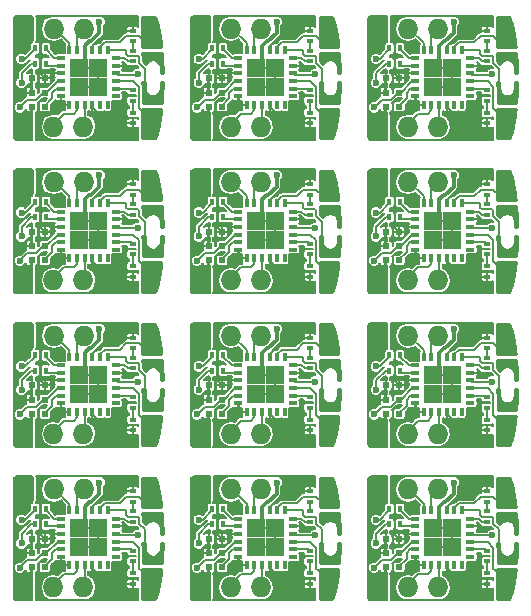
<source format=gbl>
%MOIN*%
%OFA0B0*%
%FSLAX46Y46*%
%IPPOS*%
%LPD*%
%ADD10C,0.0039370078740157488*%
%ADD11R,0.068X0.08*%
%ADD12O,0.068X0.068*%
%ADD13R,0.023622047244094488X0.015748031496062995*%
%ADD14R,0.023622047244094488X0.01968503937007874*%
%ADD15R,0.015748031496062995X0.023622047244094488*%
%ADD16R,0.029527559055118113X0.011811023622047244*%
%ADD17R,0.011811023622047244X0.029527559055118113*%
%ADD18R,0.062992125984251982X0.062992125984251982*%
%ADD19C,0.023622047244094488*%
%ADD20C,0.011811023622047244*%
%ADD21C,0.006000000000000001*%
%ADD22C,0.01*%
%ADD33C,0.0039370078740157488*%
%ADD34R,0.068X0.08*%
%ADD35O,0.068X0.068*%
%ADD36R,0.023622047244094488X0.015748031496062995*%
%ADD37R,0.023622047244094488X0.01968503937007874*%
%ADD38R,0.015748031496062995X0.023622047244094488*%
%ADD39R,0.029527559055118113X0.011811023622047244*%
%ADD40R,0.011811023622047244X0.029527559055118113*%
%ADD41R,0.062992125984251982X0.062992125984251982*%
%ADD42C,0.023622047244094488*%
%ADD43C,0.011811023622047244*%
%ADD44C,0.006000000000000001*%
%ADD45C,0.01*%
%ADD46C,0.0039370078740157488*%
%ADD47R,0.068X0.08*%
%ADD48O,0.068X0.068*%
%ADD49R,0.023622047244094488X0.015748031496062995*%
%ADD50R,0.023622047244094488X0.01968503937007874*%
%ADD51R,0.015748031496062995X0.023622047244094488*%
%ADD52R,0.029527559055118113X0.011811023622047244*%
%ADD53R,0.011811023622047244X0.029527559055118113*%
%ADD54R,0.062992125984251982X0.062992125984251982*%
%ADD55C,0.023622047244094488*%
%ADD56C,0.011811023622047244*%
%ADD57C,0.006000000000000001*%
%ADD58C,0.01*%
%ADD59C,0.0039370078740157488*%
%ADD60R,0.068X0.08*%
%ADD61O,0.068X0.068*%
%ADD62R,0.023622047244094488X0.015748031496062995*%
%ADD63R,0.023622047244094488X0.01968503937007874*%
%ADD64R,0.015748031496062995X0.023622047244094488*%
%ADD65R,0.029527559055118113X0.011811023622047244*%
%ADD66R,0.011811023622047244X0.029527559055118113*%
%ADD67R,0.062992125984251982X0.062992125984251982*%
%ADD68C,0.023622047244094488*%
%ADD69C,0.011811023622047244*%
%ADD70C,0.006000000000000001*%
%ADD71C,0.01*%
%ADD72C,0.0039370078740157488*%
%ADD73R,0.068X0.08*%
%ADD74O,0.068X0.068*%
%ADD75R,0.023622047244094488X0.015748031496062995*%
%ADD76R,0.023622047244094488X0.01968503937007874*%
%ADD77R,0.015748031496062995X0.023622047244094488*%
%ADD78R,0.029527559055118113X0.011811023622047244*%
%ADD79R,0.011811023622047244X0.029527559055118113*%
%ADD80R,0.062992125984251982X0.062992125984251982*%
%ADD81C,0.023622047244094488*%
%ADD82C,0.011811023622047244*%
%ADD83C,0.006000000000000001*%
%ADD84C,0.01*%
%ADD85C,0.0039370078740157488*%
%ADD86R,0.068X0.08*%
%ADD87O,0.068X0.068*%
%ADD88R,0.023622047244094488X0.015748031496062995*%
%ADD89R,0.023622047244094488X0.01968503937007874*%
%ADD90R,0.015748031496062995X0.023622047244094488*%
%ADD91R,0.029527559055118113X0.011811023622047244*%
%ADD92R,0.011811023622047244X0.029527559055118113*%
%ADD93R,0.062992125984251982X0.062992125984251982*%
%ADD94C,0.023622047244094488*%
%ADD95C,0.011811023622047244*%
%ADD96C,0.006000000000000001*%
%ADD97C,0.01*%
%ADD98C,0.0039370078740157488*%
%ADD99R,0.068X0.08*%
%ADD100O,0.068X0.068*%
%ADD101R,0.023622047244094488X0.015748031496062995*%
%ADD102R,0.023622047244094488X0.01968503937007874*%
%ADD103R,0.015748031496062995X0.023622047244094488*%
%ADD104R,0.029527559055118113X0.011811023622047244*%
%ADD105R,0.011811023622047244X0.029527559055118113*%
%ADD106R,0.062992125984251982X0.062992125984251982*%
%ADD107C,0.023622047244094488*%
%ADD108C,0.011811023622047244*%
%ADD109C,0.006000000000000001*%
%ADD110C,0.01*%
%ADD111C,0.0039370078740157488*%
%ADD112R,0.068X0.08*%
%ADD113O,0.068X0.068*%
%ADD114R,0.023622047244094488X0.015748031496062995*%
%ADD115R,0.023622047244094488X0.01968503937007874*%
%ADD116R,0.015748031496062995X0.023622047244094488*%
%ADD117R,0.029527559055118113X0.011811023622047244*%
%ADD118R,0.011811023622047244X0.029527559055118113*%
%ADD119R,0.062992125984251982X0.062992125984251982*%
%ADD120C,0.023622047244094488*%
%ADD121C,0.011811023622047244*%
%ADD122C,0.006000000000000001*%
%ADD123C,0.01*%
%ADD124C,0.0039370078740157488*%
%ADD125R,0.068X0.08*%
%ADD126O,0.068X0.068*%
%ADD127R,0.023622047244094488X0.015748031496062995*%
%ADD128R,0.023622047244094488X0.01968503937007874*%
%ADD129R,0.015748031496062995X0.023622047244094488*%
%ADD130R,0.029527559055118113X0.011811023622047244*%
%ADD131R,0.011811023622047244X0.029527559055118113*%
%ADD132R,0.062992125984251982X0.062992125984251982*%
%ADD133C,0.023622047244094488*%
%ADD134C,0.011811023622047244*%
%ADD135C,0.006000000000000001*%
%ADD136C,0.01*%
%ADD137C,0.0039370078740157488*%
%ADD138R,0.068X0.08*%
%ADD139O,0.068X0.068*%
%ADD140R,0.023622047244094488X0.015748031496062995*%
%ADD141R,0.023622047244094488X0.01968503937007874*%
%ADD142R,0.015748031496062995X0.023622047244094488*%
%ADD143R,0.029527559055118113X0.011811023622047244*%
%ADD144R,0.011811023622047244X0.029527559055118113*%
%ADD145R,0.062992125984251982X0.062992125984251982*%
%ADD146C,0.023622047244094488*%
%ADD147C,0.011811023622047244*%
%ADD148C,0.006000000000000001*%
%ADD149C,0.01*%
%ADD150C,0.0039370078740157488*%
%ADD151R,0.068X0.08*%
%ADD152O,0.068X0.068*%
%ADD153R,0.023622047244094488X0.015748031496062995*%
%ADD154R,0.023622047244094488X0.01968503937007874*%
%ADD155R,0.015748031496062995X0.023622047244094488*%
%ADD156R,0.029527559055118113X0.011811023622047244*%
%ADD157R,0.011811023622047244X0.029527559055118113*%
%ADD158R,0.062992125984251982X0.062992125984251982*%
%ADD159C,0.023622047244094488*%
%ADD160C,0.011811023622047244*%
%ADD161C,0.006000000000000001*%
%ADD162C,0.01*%
%ADD163C,0.0039370078740157488*%
%ADD164R,0.068X0.08*%
%ADD165O,0.068X0.068*%
%ADD166R,0.023622047244094488X0.015748031496062995*%
%ADD167R,0.023622047244094488X0.01968503937007874*%
%ADD168R,0.015748031496062995X0.023622047244094488*%
%ADD169R,0.029527559055118113X0.011811023622047244*%
%ADD170R,0.011811023622047244X0.029527559055118113*%
%ADD171R,0.062992125984251982X0.062992125984251982*%
%ADD172C,0.023622047244094488*%
%ADD173C,0.011811023622047244*%
%ADD174C,0.006000000000000001*%
%ADD175C,0.01*%
G01G01*
D10*
D11*
X0000000000Y0001968503D02*
X0000041732Y0001588582D03*
D12*
X0000141732Y0001588582D03*
X0000241732Y0001588582D03*
X0000341732Y0001588582D03*
D13*
X0000405511Y0001675196D03*
X0000405511Y0001710629D03*
X0000405511Y0001873622D03*
X0000405511Y0001909055D03*
D14*
X0000069881Y0001655511D03*
X0000113188Y0001655511D03*
X0000113188Y0001750000D03*
X0000069881Y0001750000D03*
X0000113188Y0001702755D03*
X0000069881Y0001702755D03*
D13*
X0000405511Y0001635826D03*
X0000405511Y0001600393D03*
X0000405511Y0001807086D03*
X0000405511Y0001842519D03*
D15*
X0000080708Y0001799212D03*
X0000116141Y0001799212D03*
X0000080708Y0001850393D03*
X0000116141Y0001850393D03*
D11*
X0000042125Y0001915354D03*
D12*
X0000142125Y0001915354D03*
X0000242125Y0001915354D03*
X0000342125Y0001915354D03*
D16*
X0000350393Y0001817913D03*
X0000350393Y0001792322D03*
X0000350393Y0001766732D03*
X0000350393Y0001741141D03*
X0000350393Y0001715551D03*
X0000350393Y0001689960D03*
D17*
X0000322834Y0001662401D03*
X0000297244Y0001662401D03*
X0000271653Y0001662401D03*
X0000246062Y0001662401D03*
X0000220472Y0001662401D03*
X0000194881Y0001662401D03*
D16*
X0000167322Y0001689960D03*
X0000167322Y0001715551D03*
X0000167322Y0001741141D03*
X0000167322Y0001766732D03*
X0000167322Y0001792322D03*
X0000167322Y0001817913D03*
D17*
X0000194881Y0001845472D03*
X0000220472Y0001845472D03*
X0000246062Y0001845472D03*
X0000271653Y0001845472D03*
X0000297244Y0001845472D03*
X0000322834Y0001845472D03*
D18*
X0000227362Y0001722440D03*
X0000227362Y0001785433D03*
X0000290354Y0001722440D03*
X0000290354Y0001785433D03*
D13*
X0000452755Y0001868110D03*
X0000452755Y0001832677D03*
X0000452755Y0001681102D03*
X0000452755Y0001645669D03*
D19*
X0000294881Y0001938188D03*
X0000029527Y0001850393D03*
X0000403937Y0001558661D03*
X0000405511Y0001940551D03*
X0000383464Y0001783858D03*
X0000029527Y0001653543D03*
X0000035433Y0001813976D03*
X0000035433Y0001735236D03*
X0000422440Y0001762992D03*
X0000452755Y0001819291D03*
X0000444881Y0001633858D03*
X0000444881Y0001872047D03*
X0000452755Y0001683858D03*
D20*
X0000294881Y0001938188D02*
X0000294881Y0001901181D01*
X0000294881Y0001901181D02*
X0000267322Y0001873622D01*
X0000267322Y0001873622D02*
X0000261417Y0001873622D01*
X0000261417Y0001873622D02*
X0000246062Y0001858267D01*
X0000246062Y0001858267D02*
X0000246062Y0001845472D01*
X0000246062Y0001845472D02*
X0000246062Y0001804133D01*
D21*
X0000246062Y0001804133D02*
X0000227362Y0001785433D01*
X0000066929Y0001750000D02*
X0000066929Y0001702755D01*
X0000066929Y0001702755D02*
X0000015748Y0001702755D01*
X0000015748Y0001702755D02*
X0000008661Y0001695669D01*
X0000008661Y0001695669D02*
X0000008661Y0001638976D01*
X0000008661Y0001638976D02*
X0000015748Y0001631889D01*
X0000015748Y0001631889D02*
X0000015748Y0001555118D01*
X0000010236Y0001696850D02*
X0000011811Y0001698425D01*
X0000011811Y0001698425D02*
X0000011811Y0001832676D01*
X0000011811Y0001832676D02*
X0000017716Y0001838582D01*
X0000017716Y0001838582D02*
X0000029527Y0001850393D01*
X0000290354Y0001722440D02*
X0000227362Y0001722440D01*
X0000290354Y0001785433D02*
X0000290354Y0001722440D01*
X0000227362Y0001785433D02*
X0000290354Y0001785433D01*
X0000245275Y0001803346D02*
X0000227362Y0001785433D01*
X0000037795Y0001588582D02*
X0000037795Y0001594582D01*
X0000066929Y0001655511D02*
X0000066929Y0001607874D01*
X0000066929Y0001607874D02*
X0000037795Y0001578740D01*
X0000113188Y0001750000D02*
X0000098818Y0001764370D01*
X0000098818Y0001764370D02*
X0000098818Y0001889370D01*
X0000098818Y0001889370D02*
X0000085433Y0001902755D01*
X0000385433Y0001958661D02*
X0000342125Y0001915354D01*
X0000085433Y0001902755D02*
X0000085433Y0001959055D01*
X0000085433Y0001959055D02*
X0000423622Y0001959055D01*
X0000423622Y0001959055D02*
X0000424015Y0001958661D01*
X0000424015Y0001958661D02*
X0000385433Y0001958661D01*
X0000341732Y0001588582D02*
X0000384645Y0001545669D01*
X0000396456Y0001545669D02*
X0000396062Y0001545275D01*
X0000384645Y0001545669D02*
X0000396456Y0001545669D01*
X0000396062Y0001545275D02*
X0000084251Y0001545275D01*
X0000093307Y0001608661D02*
X0000118110Y0001633464D01*
X0000118110Y0001633464D02*
X0000151574Y0001633464D01*
X0000168110Y0001650000D02*
X0000168110Y0001662598D01*
X0000084251Y0001545275D02*
X0000093307Y0001554330D01*
X0000093307Y0001554330D02*
X0000093307Y0001608661D01*
X0000151574Y0001633464D02*
X0000168110Y0001650000D01*
X0000271653Y0001845472D02*
X0000271653Y0001856299D01*
X0000271653Y0001856299D02*
X0000330708Y0001915354D01*
X0000330708Y0001915354D02*
X0000342125Y0001915354D01*
X0000403937Y0001558661D02*
X0000395669Y0001566929D01*
X0000395669Y0001566929D02*
X0000358267Y0001566929D01*
X0000358267Y0001566929D02*
X0000271653Y0001653543D01*
X0000403937Y0001558661D02*
X0000405511Y0001560236D01*
X0000405511Y0001560236D02*
X0000405511Y0001600393D01*
X0000405511Y0001940551D02*
X0000367322Y0001940551D01*
X0000367322Y0001940551D02*
X0000342125Y0001915354D01*
X0000168110Y0001662598D02*
X0000168110Y0001689173D01*
X0000168110Y0001689173D02*
X0000167322Y0001689960D01*
X0000194685Y0001662598D02*
X0000194881Y0001662401D01*
X0000168110Y0001662598D02*
X0000194685Y0001662598D01*
X0000144685Y0001766732D02*
X0000167322Y0001766732D01*
X0000350393Y0001792322D02*
X0000375000Y0001792322D01*
X0000375000Y0001792322D02*
X0000383464Y0001783858D01*
X0000110236Y0001750000D02*
X0000127952Y0001750000D01*
X0000127952Y0001750000D02*
X0000144685Y0001766732D01*
X0000271653Y0001657543D02*
X0000271653Y0001662401D01*
X0000167322Y0001741141D02*
X0000156496Y0001741141D01*
X0000156496Y0001741141D02*
X0000118110Y0001702755D01*
X0000118110Y0001702755D02*
X0000110236Y0001702755D01*
X0000041338Y0001665354D02*
X0000029527Y0001653543D01*
X0000084645Y0001679133D02*
X0000055118Y0001679133D01*
X0000108267Y0001702755D02*
X0000084645Y0001679133D01*
X0000110236Y0001702755D02*
X0000108267Y0001702755D01*
X0000055118Y0001679133D02*
X0000041338Y0001665354D01*
X0000114173Y0001696850D02*
X0000112204Y0001696850D01*
X0000405511Y0001873622D02*
X0000405511Y0001842519D01*
X0000405511Y0001675196D02*
X0000405511Y0001635826D01*
X0000220472Y0001845472D02*
X0000220472Y0001900590D01*
X0000220472Y0001900590D02*
X0000239173Y0001919291D01*
X0000139173Y0001919291D02*
X0000143700Y0001919291D01*
X0000143700Y0001919291D02*
X0000194881Y0001868110D01*
X0000194881Y0001868110D02*
X0000194881Y0001864236D01*
X0000194881Y0001864236D02*
X0000194881Y0001845472D01*
X0000048228Y0001813976D02*
X0000035433Y0001813976D01*
X0000080708Y0001846456D02*
X0000048228Y0001813976D01*
X0000080708Y0001850393D02*
X0000080708Y0001846456D01*
X0000080708Y0001799212D02*
X0000067913Y0001799212D01*
X0000067913Y0001799212D02*
X0000035433Y0001766732D01*
X0000035433Y0001766732D02*
X0000035433Y0001735236D01*
X0000035433Y0001766811D02*
X0000035433Y0001735236D01*
X0000167322Y0001715551D02*
X0000150590Y0001715551D01*
X0000150590Y0001715551D02*
X0000137795Y0001702755D01*
X0000137795Y0001702755D02*
X0000137795Y0001683070D01*
X0000137795Y0001683070D02*
X0000110236Y0001655511D01*
X0000388582Y0001807086D02*
X0000377755Y0001817913D01*
X0000377755Y0001817913D02*
X0000350393Y0001817913D01*
X0000405511Y0001807086D02*
X0000388582Y0001807086D01*
X0000359251Y0001817913D02*
X0000350393Y0001817913D01*
X0000350393Y0001715551D02*
X0000400590Y0001715551D01*
X0000400590Y0001715551D02*
X0000405511Y0001710629D01*
X0000167322Y0001817913D02*
X0000144685Y0001817913D01*
X0000144685Y0001817913D02*
X0000116141Y0001846456D01*
X0000116141Y0001846456D02*
X0000116141Y0001850393D01*
X0000167322Y0001817913D02*
X0000154527Y0001817913D01*
X0000167322Y0001792322D02*
X0000123031Y0001792322D01*
X0000123031Y0001792322D02*
X0000116141Y0001799212D01*
X0000422440Y0001762992D02*
X0000422358Y0001762910D01*
X0000422358Y0001762910D02*
X0000355200Y0001762910D01*
X0000355200Y0001762910D02*
X0000350393Y0001767716D01*
X0000452755Y0001819291D02*
X0000452755Y0001830708D01*
X0000350393Y0001741141D02*
X0000407480Y0001741141D01*
X0000407480Y0001741141D02*
X0000427165Y0001721456D01*
X0000427165Y0001721456D02*
X0000427165Y0001651574D01*
X0000427165Y0001651574D02*
X0000433070Y0001645669D01*
X0000433070Y0001645669D02*
X0000444881Y0001633858D01*
X0000462598Y0001633858D02*
X0000461585Y0001633858D01*
X0000461585Y0001633858D02*
X0000444881Y0001633858D01*
X0000472440Y0001643700D02*
X0000462598Y0001633858D01*
X0000297244Y0001845472D02*
X0000297244Y0001854330D01*
X0000297244Y0001854330D02*
X0000312598Y0001869685D01*
X0000312598Y0001869685D02*
X0000362795Y0001869685D01*
X0000362795Y0001869685D02*
X0000384448Y0001891338D01*
X0000384448Y0001891338D02*
X0000425590Y0001891338D01*
X0000425590Y0001891338D02*
X0000444881Y0001872047D01*
X0000437992Y0001877952D02*
X0000443897Y0001872047D01*
X0000443897Y0001872047D02*
X0000444881Y0001872047D01*
X0000449803Y0001867125D02*
X0000444881Y0001872047D01*
X0000458632Y0001867125D02*
X0000449803Y0001867125D01*
X0000478346Y0001870078D02*
X0000475393Y0001867125D01*
X0000475393Y0001867125D02*
X0000458632Y0001867125D01*
X0000478346Y0001866141D02*
X0000477362Y0001867125D01*
X0000477362Y0001867125D02*
X0000458632Y0001867125D01*
X0000380905Y0001845472D02*
X0000322834Y0001845472D01*
X0000452755Y0001683858D02*
X0000445669Y0001690944D01*
X0000445669Y0001690944D02*
X0000445669Y0001782283D01*
X0000445669Y0001782283D02*
X0000426377Y0001801574D01*
X0000426377Y0001801574D02*
X0000426377Y0001821259D01*
X0000426377Y0001821259D02*
X0000422834Y0001824803D01*
X0000422834Y0001824803D02*
X0000389763Y0001824803D01*
X0000389763Y0001824803D02*
X0000383858Y0001830708D01*
X0000383858Y0001830708D02*
X0000383858Y0001842519D01*
X0000383858Y0001842519D02*
X0000380905Y0001845472D01*
X0000452755Y0001683858D02*
X0000453543Y0001683070D01*
X0000453543Y0001683070D02*
X0000474409Y0001683070D01*
X0000474409Y0001683070D02*
X0000478346Y0001679133D01*
X0000220472Y0001662401D02*
X0000220472Y0001643637D01*
X0000220472Y0001643637D02*
X0000209417Y0001632582D01*
X0000209417Y0001632582D02*
X0000175795Y0001632582D01*
X0000175795Y0001632582D02*
X0000137795Y0001594582D01*
X0000137795Y0001594582D02*
X0000137795Y0001588582D01*
X0000137795Y0001582582D02*
X0000137795Y0001588582D01*
X0000137795Y0001584740D02*
X0000137795Y0001578740D01*
X0000246062Y0001662401D02*
X0000246062Y0001596850D01*
X0000246062Y0001596850D02*
X0000237795Y0001588582D01*
G36*
X0000069883Y0001655513D02*
X0000070671Y0001655513D01*
X0000070671Y0001655509D01*
X0000069883Y0001655509D01*
X0000069883Y0001638919D01*
X0000071708Y0001637094D01*
X0000071708Y0001545417D01*
X0000019377Y0001545417D01*
X0000015233Y0001546148D01*
X0000012622Y0001547812D01*
X0000010847Y0001550348D01*
X0000009984Y0001554242D01*
X0000009984Y0001646345D01*
X0000011874Y0001641770D01*
X0000017723Y0001635910D01*
X0000025369Y0001632735D01*
X0000033648Y0001632728D01*
X0000041300Y0001635890D01*
X0000047160Y0001641739D01*
X0000049070Y0001646341D01*
X0000049070Y0001643879D01*
X0000050441Y0001640571D01*
X0000052972Y0001638039D01*
X0000056280Y0001636669D01*
X0000067629Y0001636669D01*
X0000069879Y0001638919D01*
X0000069879Y0001655509D01*
X0000069092Y0001655509D01*
X0000069092Y0001655513D01*
X0000069879Y0001655513D01*
X0000069879Y0001656301D01*
X0000069883Y0001656301D01*
X0000069883Y0001655513D01*
X0000069883Y0001655513D01*
G37*
X0000069883Y0001655513D02*
X0000070671Y0001655513D01*
X0000070671Y0001655509D01*
X0000069883Y0001655509D01*
X0000069883Y0001638919D01*
X0000071708Y0001637094D01*
X0000071708Y0001545417D01*
X0000019377Y0001545417D01*
X0000015233Y0001546148D01*
X0000012622Y0001547812D01*
X0000010847Y0001550348D01*
X0000009984Y0001554242D01*
X0000009984Y0001646345D01*
X0000011874Y0001641770D01*
X0000017723Y0001635910D01*
X0000025369Y0001632735D01*
X0000033648Y0001632728D01*
X0000041300Y0001635890D01*
X0000047160Y0001641739D01*
X0000049070Y0001646341D01*
X0000049070Y0001643879D01*
X0000050441Y0001640571D01*
X0000052972Y0001638039D01*
X0000056280Y0001636669D01*
X0000067629Y0001636669D01*
X0000069879Y0001638919D01*
X0000069879Y0001655509D01*
X0000069092Y0001655509D01*
X0000069092Y0001655513D01*
X0000069879Y0001655513D01*
X0000069879Y0001656301D01*
X0000069883Y0001656301D01*
X0000069883Y0001655513D01*
G36*
X0000071708Y0001871169D02*
X0000069499Y0001870753D01*
X0000066436Y0001868782D01*
X0000064381Y0001865774D01*
X0000063658Y0001862204D01*
X0000063658Y0001846376D01*
X0000048062Y0001830781D01*
X0000047236Y0001831608D01*
X0000039590Y0001834783D01*
X0000031311Y0001834791D01*
X0000023659Y0001831629D01*
X0000017800Y0001825780D01*
X0000014625Y0001818134D01*
X0000014618Y0001809854D01*
X0000017780Y0001802203D01*
X0000023629Y0001796343D01*
X0000031275Y0001793168D01*
X0000039554Y0001793161D01*
X0000047206Y0001796323D01*
X0000053065Y0001802172D01*
X0000053571Y0001803391D01*
X0000056713Y0001805491D01*
X0000064016Y0001812794D01*
X0000063658Y0001811023D01*
X0000063658Y0001810366D01*
X0000063321Y0001810299D01*
X0000059428Y0001807697D01*
X0000027185Y0001775454D01*
X0000026947Y0001775296D01*
X0000024346Y0001771403D01*
X0000023433Y0001766811D01*
X0000023433Y0001752662D01*
X0000017800Y0001747040D01*
X0000014625Y0001739393D01*
X0000014618Y0001731114D01*
X0000017780Y0001723463D01*
X0000023629Y0001717603D01*
X0000031275Y0001714428D01*
X0000039554Y0001714421D01*
X0000047206Y0001717583D01*
X0000053065Y0001723432D01*
X0000056240Y0001731078D01*
X0000056240Y0001731174D01*
X0000056280Y0001731157D01*
X0000067629Y0001731157D01*
X0000069879Y0001733407D01*
X0000069879Y0001749998D01*
X0000069092Y0001749998D01*
X0000069092Y0001750001D01*
X0000069879Y0001750001D01*
X0000069879Y0001766592D01*
X0000067629Y0001768842D01*
X0000056280Y0001768842D01*
X0000053264Y0001767593D01*
X0000066505Y0001780833D01*
X0000069264Y0001778948D01*
X0000071708Y0001778453D01*
X0000071708Y0001768417D01*
X0000069883Y0001766592D01*
X0000069883Y0001750001D01*
X0000070671Y0001750001D01*
X0000070671Y0001749998D01*
X0000069883Y0001749998D01*
X0000069883Y0001733407D01*
X0000071708Y0001731582D01*
X0000071708Y0001721173D01*
X0000069883Y0001719348D01*
X0000069883Y0001702757D01*
X0000070671Y0001702757D01*
X0000070671Y0001702753D01*
X0000069883Y0001702753D01*
X0000069883Y0001701966D01*
X0000069879Y0001701966D01*
X0000069879Y0001702753D01*
X0000051320Y0001702753D01*
X0000049070Y0001700503D01*
X0000049070Y0001691123D01*
X0000049679Y0001689654D01*
X0000046632Y0001687619D01*
X0000033364Y0001674350D01*
X0000025406Y0001674357D01*
X0000017754Y0001671196D01*
X0000011895Y0001665347D01*
X0000009984Y0001660745D01*
X0000009984Y0001714388D01*
X0000049070Y0001714388D01*
X0000049070Y0001705007D01*
X0000051320Y0001702757D01*
X0000069879Y0001702757D01*
X0000069879Y0001719348D01*
X0000067629Y0001721598D01*
X0000056280Y0001721598D01*
X0000052972Y0001720228D01*
X0000050441Y0001717696D01*
X0000049070Y0001714388D01*
X0000009984Y0001714388D01*
X0000009984Y0001949125D01*
X0000010715Y0001953270D01*
X0000012378Y0001955881D01*
X0000014915Y0001957656D01*
X0000018809Y0001958519D01*
X0000071708Y0001958519D01*
X0000071708Y0001871169D01*
X0000071708Y0001871169D01*
G37*
X0000071708Y0001871169D02*
X0000069499Y0001870753D01*
X0000066436Y0001868782D01*
X0000064381Y0001865774D01*
X0000063658Y0001862204D01*
X0000063658Y0001846376D01*
X0000048062Y0001830781D01*
X0000047236Y0001831608D01*
X0000039590Y0001834783D01*
X0000031311Y0001834791D01*
X0000023659Y0001831629D01*
X0000017800Y0001825780D01*
X0000014625Y0001818134D01*
X0000014618Y0001809854D01*
X0000017780Y0001802203D01*
X0000023629Y0001796343D01*
X0000031275Y0001793168D01*
X0000039554Y0001793161D01*
X0000047206Y0001796323D01*
X0000053065Y0001802172D01*
X0000053571Y0001803391D01*
X0000056713Y0001805491D01*
X0000064016Y0001812794D01*
X0000063658Y0001811023D01*
X0000063658Y0001810366D01*
X0000063321Y0001810299D01*
X0000059428Y0001807697D01*
X0000027185Y0001775454D01*
X0000026947Y0001775296D01*
X0000024346Y0001771403D01*
X0000023433Y0001766811D01*
X0000023433Y0001752662D01*
X0000017800Y0001747040D01*
X0000014625Y0001739393D01*
X0000014618Y0001731114D01*
X0000017780Y0001723463D01*
X0000023629Y0001717603D01*
X0000031275Y0001714428D01*
X0000039554Y0001714421D01*
X0000047206Y0001717583D01*
X0000053065Y0001723432D01*
X0000056240Y0001731078D01*
X0000056240Y0001731174D01*
X0000056280Y0001731157D01*
X0000067629Y0001731157D01*
X0000069879Y0001733407D01*
X0000069879Y0001749998D01*
X0000069092Y0001749998D01*
X0000069092Y0001750001D01*
X0000069879Y0001750001D01*
X0000069879Y0001766592D01*
X0000067629Y0001768842D01*
X0000056280Y0001768842D01*
X0000053264Y0001767593D01*
X0000066505Y0001780833D01*
X0000069264Y0001778948D01*
X0000071708Y0001778453D01*
X0000071708Y0001768417D01*
X0000069883Y0001766592D01*
X0000069883Y0001750001D01*
X0000070671Y0001750001D01*
X0000070671Y0001749998D01*
X0000069883Y0001749998D01*
X0000069883Y0001733407D01*
X0000071708Y0001731582D01*
X0000071708Y0001721173D01*
X0000069883Y0001719348D01*
X0000069883Y0001702757D01*
X0000070671Y0001702757D01*
X0000070671Y0001702753D01*
X0000069883Y0001702753D01*
X0000069883Y0001701966D01*
X0000069879Y0001701966D01*
X0000069879Y0001702753D01*
X0000051320Y0001702753D01*
X0000049070Y0001700503D01*
X0000049070Y0001691123D01*
X0000049679Y0001689654D01*
X0000046632Y0001687619D01*
X0000033364Y0001674350D01*
X0000025406Y0001674357D01*
X0000017754Y0001671196D01*
X0000011895Y0001665347D01*
X0000009984Y0001660745D01*
X0000009984Y0001714388D01*
X0000049070Y0001714388D01*
X0000049070Y0001705007D01*
X0000051320Y0001702757D01*
X0000069879Y0001702757D01*
X0000069879Y0001719348D01*
X0000067629Y0001721598D01*
X0000056280Y0001721598D01*
X0000052972Y0001720228D01*
X0000050441Y0001717696D01*
X0000049070Y0001714388D01*
X0000009984Y0001714388D01*
X0000009984Y0001949125D01*
X0000010715Y0001953270D01*
X0000012378Y0001955881D01*
X0000014915Y0001957656D01*
X0000018809Y0001958519D01*
X0000071708Y0001958519D01*
X0000071708Y0001871169D01*
D22*
G36*
X0000480564Y0001952948D02*
X0000481057Y0001951714D01*
X0000481845Y0001949745D01*
X0000482107Y0001949342D01*
X0000482270Y0001948889D01*
X0000483113Y0001947484D01*
X0000483692Y0001945745D01*
X0000486013Y0001938782D01*
X0000487553Y0001933395D01*
X0000487664Y0001933178D01*
X0000487703Y0001932938D01*
X0000488800Y0001930014D01*
X0000489494Y0001927585D01*
X0000490257Y0001924532D01*
X0000490947Y0001921773D01*
X0000491296Y0001918630D01*
X0000491395Y0001918319D01*
X0000491402Y0001917993D01*
X0000492189Y0001914449D01*
X0000492222Y0001914376D01*
X0000492225Y0001914296D01*
X0000492978Y0001911284D01*
X0000493738Y0001907487D01*
X0000493763Y0001907427D01*
X0000493764Y0001907363D01*
X0000494474Y0001904167D01*
X0000494832Y0001900585D01*
X0000494919Y0001900302D01*
X0000494919Y0001900007D01*
X0000495706Y0001896070D01*
X0000495706Y0001896070D01*
X0000496436Y0001892420D01*
X0000496801Y0001888774D01*
X0000496872Y0001888542D01*
X0000496868Y0001888299D01*
X0000497612Y0001884205D01*
X0000497982Y0001880506D01*
X0000498053Y0001880274D01*
X0000498049Y0001880031D01*
X0000498788Y0001875964D01*
X0000499156Y0001871920D01*
X0000499548Y0001867219D01*
X0000499628Y0001866938D01*
X0000499624Y0001866646D01*
X0000500359Y0001862600D01*
X0000500729Y0001858164D01*
X0000500960Y0001855393D01*
X0000438070Y0001855393D01*
X0000438070Y0001953661D01*
X0000480029Y0001953661D01*
X0000480564Y0001952948D01*
X0000480564Y0001952948D01*
G37*
X0000480564Y0001952948D02*
X0000481057Y0001951714D01*
X0000481845Y0001949745D01*
X0000482107Y0001949342D01*
X0000482270Y0001948889D01*
X0000483113Y0001947484D01*
X0000483692Y0001945745D01*
X0000486013Y0001938782D01*
X0000487553Y0001933395D01*
X0000487664Y0001933178D01*
X0000487703Y0001932938D01*
X0000488800Y0001930014D01*
X0000489494Y0001927585D01*
X0000490257Y0001924532D01*
X0000490947Y0001921773D01*
X0000491296Y0001918630D01*
X0000491395Y0001918319D01*
X0000491402Y0001917993D01*
X0000492189Y0001914449D01*
X0000492222Y0001914376D01*
X0000492225Y0001914296D01*
X0000492978Y0001911284D01*
X0000493738Y0001907487D01*
X0000493763Y0001907427D01*
X0000493764Y0001907363D01*
X0000494474Y0001904167D01*
X0000494832Y0001900585D01*
X0000494919Y0001900302D01*
X0000494919Y0001900007D01*
X0000495706Y0001896070D01*
X0000495706Y0001896070D01*
X0000496436Y0001892420D01*
X0000496801Y0001888774D01*
X0000496872Y0001888542D01*
X0000496868Y0001888299D01*
X0000497612Y0001884205D01*
X0000497982Y0001880506D01*
X0000498053Y0001880274D01*
X0000498049Y0001880031D01*
X0000498788Y0001875964D01*
X0000499156Y0001871920D01*
X0000499548Y0001867219D01*
X0000499628Y0001866938D01*
X0000499624Y0001866646D01*
X0000500359Y0001862600D01*
X0000500729Y0001858164D01*
X0000500960Y0001855393D01*
X0000438070Y0001855393D01*
X0000438070Y0001953661D01*
X0000480029Y0001953661D01*
X0000480564Y0001952948D01*
G36*
X0000502694Y0001834186D02*
X0000502700Y0001834168D01*
X0000502697Y0001834148D01*
X0000503090Y0001829441D01*
X0000503482Y0001824344D01*
X0000503487Y0001824325D01*
X0000503485Y0001824306D01*
X0000503877Y0001819598D01*
X0000504251Y0001814730D01*
X0000504251Y0001809842D01*
X0000504297Y0001809614D01*
X0000504269Y0001809383D01*
X0000505039Y0001799376D01*
X0000505039Y0001794094D01*
X0000505084Y0001793866D01*
X0000505057Y0001793635D01*
X0000505433Y0001788746D01*
X0000505433Y0001778346D01*
X0000505478Y0001778118D01*
X0000505450Y0001777887D01*
X0000505826Y0001772998D01*
X0000505826Y0001766811D01*
X0000499188Y0001766811D01*
X0000499188Y0001786612D01*
X0000497152Y0001796848D01*
X0000491354Y0001805526D01*
X0000482676Y0001811324D01*
X0000472440Y0001813360D01*
X0000462204Y0001811324D01*
X0000453527Y0001805526D01*
X0000449000Y0001798751D01*
X0000440377Y0001807373D01*
X0000440377Y0001821259D01*
X0000439772Y0001824306D01*
X0000439312Y0001826617D01*
X0000438070Y0001828475D01*
X0000438070Y0001835551D01*
X0000502589Y0001835551D01*
X0000502694Y0001834186D01*
X0000502694Y0001834186D01*
G37*
X0000502694Y0001834186D02*
X0000502700Y0001834168D01*
X0000502697Y0001834148D01*
X0000503090Y0001829441D01*
X0000503482Y0001824344D01*
X0000503487Y0001824325D01*
X0000503485Y0001824306D01*
X0000503877Y0001819598D01*
X0000504251Y0001814730D01*
X0000504251Y0001809842D01*
X0000504297Y0001809614D01*
X0000504269Y0001809383D01*
X0000505039Y0001799376D01*
X0000505039Y0001794094D01*
X0000505084Y0001793866D01*
X0000505057Y0001793635D01*
X0000505433Y0001788746D01*
X0000505433Y0001778346D01*
X0000505478Y0001778118D01*
X0000505450Y0001777887D01*
X0000505826Y0001772998D01*
X0000505826Y0001766811D01*
X0000499188Y0001766811D01*
X0000499188Y0001786612D01*
X0000497152Y0001796848D01*
X0000491354Y0001805526D01*
X0000482676Y0001811324D01*
X0000472440Y0001813360D01*
X0000462204Y0001811324D01*
X0000453527Y0001805526D01*
X0000449000Y0001798751D01*
X0000440377Y0001807373D01*
X0000440377Y0001821259D01*
X0000439772Y0001824306D01*
X0000439312Y0001826617D01*
X0000438070Y0001828475D01*
X0000438070Y0001835551D01*
X0000502589Y0001835551D01*
X0000502694Y0001834186D01*
G36*
X0000445692Y0001717324D02*
X0000447728Y0001707088D01*
X0000453527Y0001698410D01*
X0000462204Y0001692612D01*
X0000472440Y0001690576D01*
X0000482676Y0001692612D01*
X0000491354Y0001698410D01*
X0000497152Y0001707088D01*
X0000499188Y0001717324D01*
X0000499188Y0001737125D01*
X0000505826Y0001737125D01*
X0000505826Y0001730938D01*
X0000505450Y0001726049D01*
X0000505478Y0001725818D01*
X0000505433Y0001725590D01*
X0000505433Y0001715190D01*
X0000505057Y0001710301D01*
X0000505084Y0001710070D01*
X0000505039Y0001709842D01*
X0000505039Y0001704560D01*
X0000504269Y0001694553D01*
X0000504297Y0001694322D01*
X0000504251Y0001694094D01*
X0000504251Y0001689206D01*
X0000503877Y0001684338D01*
X0000503485Y0001679630D01*
X0000503487Y0001679611D01*
X0000503482Y0001679592D01*
X0000503090Y0001674495D01*
X0000502697Y0001669788D01*
X0000502700Y0001669768D01*
X0000502694Y0001669750D01*
X0000502589Y0001668385D01*
X0000441165Y0001668385D01*
X0000441165Y0001721456D01*
X0000440515Y0001724724D01*
X0000440099Y0001726814D01*
X0000438070Y0001729850D01*
X0000438070Y0001737125D01*
X0000445692Y0001737125D01*
X0000445692Y0001717324D01*
X0000445692Y0001717324D01*
G37*
X0000445692Y0001717324D02*
X0000447728Y0001707088D01*
X0000453527Y0001698410D01*
X0000462204Y0001692612D01*
X0000472440Y0001690576D01*
X0000482676Y0001692612D01*
X0000491354Y0001698410D01*
X0000497152Y0001707088D01*
X0000499188Y0001717324D01*
X0000499188Y0001737125D01*
X0000505826Y0001737125D01*
X0000505826Y0001730938D01*
X0000505450Y0001726049D01*
X0000505478Y0001725818D01*
X0000505433Y0001725590D01*
X0000505433Y0001715190D01*
X0000505057Y0001710301D01*
X0000505084Y0001710070D01*
X0000505039Y0001709842D01*
X0000505039Y0001704560D01*
X0000504269Y0001694553D01*
X0000504297Y0001694322D01*
X0000504251Y0001694094D01*
X0000504251Y0001689206D01*
X0000503877Y0001684338D01*
X0000503485Y0001679630D01*
X0000503487Y0001679611D01*
X0000503482Y0001679592D01*
X0000503090Y0001674495D01*
X0000502697Y0001669788D01*
X0000502700Y0001669768D01*
X0000502694Y0001669750D01*
X0000502589Y0001668385D01*
X0000441165Y0001668385D01*
X0000441165Y0001721456D01*
X0000440515Y0001724724D01*
X0000440099Y0001726814D01*
X0000438070Y0001729850D01*
X0000438070Y0001737125D01*
X0000445692Y0001737125D01*
X0000445692Y0001717324D01*
G36*
X0000500729Y0001645772D02*
X0000500359Y0001641336D01*
X0000499624Y0001637290D01*
X0000499628Y0001636998D01*
X0000499548Y0001636717D01*
X0000499156Y0001632016D01*
X0000498788Y0001627972D01*
X0000498049Y0001623905D01*
X0000498053Y0001623662D01*
X0000497982Y0001623430D01*
X0000497612Y0001619731D01*
X0000496868Y0001615637D01*
X0000496872Y0001615394D01*
X0000496801Y0001615162D01*
X0000496436Y0001611516D01*
X0000495706Y0001607866D01*
X0000495706Y0001607866D01*
X0000494919Y0001603929D01*
X0000494919Y0001603634D01*
X0000494832Y0001603351D01*
X0000494474Y0001599769D01*
X0000493764Y0001596573D01*
X0000493763Y0001596509D01*
X0000493738Y0001596449D01*
X0000492978Y0001592652D01*
X0000492225Y0001589640D01*
X0000492222Y0001589560D01*
X0000492189Y0001589487D01*
X0000491402Y0001585943D01*
X0000491395Y0001585617D01*
X0000491296Y0001585306D01*
X0000490947Y0001582163D01*
X0000490257Y0001579404D01*
X0000489494Y0001576351D01*
X0000488800Y0001573922D01*
X0000487703Y0001570998D01*
X0000487664Y0001570758D01*
X0000487553Y0001570541D01*
X0000486013Y0001565154D01*
X0000483692Y0001558191D01*
X0000483113Y0001556452D01*
X0000482270Y0001555047D01*
X0000482107Y0001554594D01*
X0000481845Y0001554191D01*
X0000481057Y0001552222D01*
X0000481057Y0001552222D01*
X0000480564Y0001550988D01*
X0000480029Y0001550275D01*
X0000438070Y0001550275D01*
X0000438070Y0001648543D01*
X0000500960Y0001648543D01*
X0000500729Y0001645772D01*
X0000500729Y0001645772D01*
G37*
X0000500729Y0001645772D02*
X0000500359Y0001641336D01*
X0000499624Y0001637290D01*
X0000499628Y0001636998D01*
X0000499548Y0001636717D01*
X0000499156Y0001632016D01*
X0000498788Y0001627972D01*
X0000498049Y0001623905D01*
X0000498053Y0001623662D01*
X0000497982Y0001623430D01*
X0000497612Y0001619731D01*
X0000496868Y0001615637D01*
X0000496872Y0001615394D01*
X0000496801Y0001615162D01*
X0000496436Y0001611516D01*
X0000495706Y0001607866D01*
X0000495706Y0001607866D01*
X0000494919Y0001603929D01*
X0000494919Y0001603634D01*
X0000494832Y0001603351D01*
X0000494474Y0001599769D01*
X0000493764Y0001596573D01*
X0000493763Y0001596509D01*
X0000493738Y0001596449D01*
X0000492978Y0001592652D01*
X0000492225Y0001589640D01*
X0000492222Y0001589560D01*
X0000492189Y0001589487D01*
X0000491402Y0001585943D01*
X0000491395Y0001585617D01*
X0000491296Y0001585306D01*
X0000490947Y0001582163D01*
X0000490257Y0001579404D01*
X0000489494Y0001576351D01*
X0000488800Y0001573922D01*
X0000487703Y0001570998D01*
X0000487664Y0001570758D01*
X0000487553Y0001570541D01*
X0000486013Y0001565154D01*
X0000483692Y0001558191D01*
X0000483113Y0001556452D01*
X0000482270Y0001555047D01*
X0000482107Y0001554594D01*
X0000481845Y0001554191D01*
X0000481057Y0001552222D01*
X0000481057Y0001552222D01*
X0000480564Y0001550988D01*
X0000480029Y0001550275D01*
X0000438070Y0001550275D01*
X0000438070Y0001648543D01*
X0000500960Y0001648543D01*
X0000500729Y0001645772D01*
D21*
G36*
X0000167324Y0001689962D02*
X0000168112Y0001689962D01*
X0000168112Y0001689958D01*
X0000167324Y0001689958D01*
X0000167324Y0001677305D01*
X0000169574Y0001675055D01*
X0000179976Y0001675055D01*
X0000179976Y0001664653D01*
X0000182226Y0001662403D01*
X0000194879Y0001662403D01*
X0000194879Y0001663190D01*
X0000194883Y0001663190D01*
X0000194883Y0001662403D01*
X0000195671Y0001662403D01*
X0000195671Y0001662399D01*
X0000194883Y0001662399D01*
X0000194883Y0001661612D01*
X0000194879Y0001661612D01*
X0000194879Y0001662399D01*
X0000182226Y0001662399D01*
X0000179976Y0001660149D01*
X0000179976Y0001645847D01*
X0000180500Y0001644582D01*
X0000175795Y0001644582D01*
X0000171203Y0001643669D01*
X0000167865Y0001641439D01*
X0000167310Y0001641067D01*
X0000155857Y0001629615D01*
X0000141732Y0001632425D01*
X0000125276Y0001629151D01*
X0000111326Y0001619830D01*
X0000102005Y0001605880D01*
X0000098732Y0001589425D01*
X0000098732Y0001587740D01*
X0000102005Y0001571284D01*
X0000111326Y0001557334D01*
X0000125276Y0001548013D01*
X0000138328Y0001545417D01*
X0000084267Y0001545417D01*
X0000084908Y0001548582D01*
X0000084908Y0001628582D01*
X0000084281Y0001631917D01*
X0000083708Y0001632807D01*
X0000083708Y0001636872D01*
X0000085028Y0001637120D01*
X0000088091Y0001639091D01*
X0000090146Y0001642099D01*
X0000090869Y0001645669D01*
X0000090869Y0001665354D01*
X0000090241Y0001668689D01*
X0000090228Y0001668709D01*
X0000093130Y0001670648D01*
X0000106219Y0001683737D01*
X0000121490Y0001683737D01*
X0000112284Y0001674530D01*
X0000101377Y0001674530D01*
X0000098042Y0001673903D01*
X0000094979Y0001671931D01*
X0000092924Y0001668924D01*
X0000092201Y0001665354D01*
X0000092201Y0001645669D01*
X0000092829Y0001642334D01*
X0000094800Y0001639270D01*
X0000097807Y0001637215D01*
X0000101377Y0001636492D01*
X0000125000Y0001636492D01*
X0000128335Y0001637120D01*
X0000131398Y0001639091D01*
X0000133453Y0001642099D01*
X0000134176Y0001645669D01*
X0000134176Y0001662481D01*
X0000146280Y0001674585D01*
X0000147499Y0001676409D01*
X0000150768Y0001675055D01*
X0000165070Y0001675055D01*
X0000167320Y0001677305D01*
X0000167320Y0001689958D01*
X0000166533Y0001689958D01*
X0000166533Y0001689962D01*
X0000167320Y0001689962D01*
X0000167320Y0001690750D01*
X0000167324Y0001690750D01*
X0000167324Y0001689962D01*
X0000167324Y0001689962D01*
G37*
X0000167324Y0001689962D02*
X0000168112Y0001689962D01*
X0000168112Y0001689958D01*
X0000167324Y0001689958D01*
X0000167324Y0001677305D01*
X0000169574Y0001675055D01*
X0000179976Y0001675055D01*
X0000179976Y0001664653D01*
X0000182226Y0001662403D01*
X0000194879Y0001662403D01*
X0000194879Y0001663190D01*
X0000194883Y0001663190D01*
X0000194883Y0001662403D01*
X0000195671Y0001662403D01*
X0000195671Y0001662399D01*
X0000194883Y0001662399D01*
X0000194883Y0001661612D01*
X0000194879Y0001661612D01*
X0000194879Y0001662399D01*
X0000182226Y0001662399D01*
X0000179976Y0001660149D01*
X0000179976Y0001645847D01*
X0000180500Y0001644582D01*
X0000175795Y0001644582D01*
X0000171203Y0001643669D01*
X0000167865Y0001641439D01*
X0000167310Y0001641067D01*
X0000155857Y0001629615D01*
X0000141732Y0001632425D01*
X0000125276Y0001629151D01*
X0000111326Y0001619830D01*
X0000102005Y0001605880D01*
X0000098732Y0001589425D01*
X0000098732Y0001587740D01*
X0000102005Y0001571284D01*
X0000111326Y0001557334D01*
X0000125276Y0001548013D01*
X0000138328Y0001545417D01*
X0000084267Y0001545417D01*
X0000084908Y0001548582D01*
X0000084908Y0001628582D01*
X0000084281Y0001631917D01*
X0000083708Y0001632807D01*
X0000083708Y0001636872D01*
X0000085028Y0001637120D01*
X0000088091Y0001639091D01*
X0000090146Y0001642099D01*
X0000090869Y0001645669D01*
X0000090869Y0001665354D01*
X0000090241Y0001668689D01*
X0000090228Y0001668709D01*
X0000093130Y0001670648D01*
X0000106219Y0001683737D01*
X0000121490Y0001683737D01*
X0000112284Y0001674530D01*
X0000101377Y0001674530D01*
X0000098042Y0001673903D01*
X0000094979Y0001671931D01*
X0000092924Y0001668924D01*
X0000092201Y0001665354D01*
X0000092201Y0001645669D01*
X0000092829Y0001642334D01*
X0000094800Y0001639270D01*
X0000097807Y0001637215D01*
X0000101377Y0001636492D01*
X0000125000Y0001636492D01*
X0000128335Y0001637120D01*
X0000131398Y0001639091D01*
X0000133453Y0001642099D01*
X0000134176Y0001645669D01*
X0000134176Y0001662481D01*
X0000146280Y0001674585D01*
X0000147499Y0001676409D01*
X0000150768Y0001675055D01*
X0000165070Y0001675055D01*
X0000167320Y0001677305D01*
X0000167320Y0001689958D01*
X0000166533Y0001689958D01*
X0000166533Y0001689962D01*
X0000167320Y0001689962D01*
X0000167320Y0001690750D01*
X0000167324Y0001690750D01*
X0000167324Y0001689962D01*
G36*
X0000384524Y0001702755D02*
X0000385152Y0001699420D01*
X0000387123Y0001696357D01*
X0000390130Y0001694302D01*
X0000393700Y0001693579D01*
X0000415165Y0001693579D01*
X0000415165Y0001692247D01*
X0000393700Y0001692247D01*
X0000390365Y0001691619D01*
X0000387302Y0001689648D01*
X0000385247Y0001686640D01*
X0000384524Y0001683070D01*
X0000384524Y0001667322D01*
X0000385152Y0001663987D01*
X0000387123Y0001660924D01*
X0000390130Y0001658869D01*
X0000393511Y0001658184D01*
X0000393511Y0001652841D01*
X0000390365Y0001652249D01*
X0000387302Y0001650278D01*
X0000385247Y0001647270D01*
X0000384524Y0001643700D01*
X0000384524Y0001627952D01*
X0000385152Y0001624617D01*
X0000387123Y0001621554D01*
X0000390130Y0001619499D01*
X0000393700Y0001618776D01*
X0000417322Y0001618776D01*
X0000420658Y0001619404D01*
X0000423721Y0001621375D01*
X0000424070Y0001621886D01*
X0000424070Y0001614247D01*
X0000422420Y0001615897D01*
X0000419113Y0001617267D01*
X0000407763Y0001617267D01*
X0000405513Y0001615017D01*
X0000405513Y0001600395D01*
X0000406301Y0001600395D01*
X0000406301Y0001600391D01*
X0000405513Y0001600391D01*
X0000405513Y0001585769D01*
X0000407763Y0001583519D01*
X0000419113Y0001583519D01*
X0000422420Y0001584889D01*
X0000424070Y0001586539D01*
X0000424070Y0001545417D01*
X0000245136Y0001545417D01*
X0000258187Y0001548013D01*
X0000272137Y0001557334D01*
X0000281459Y0001571284D01*
X0000284732Y0001587740D01*
X0000284732Y0001589425D01*
X0000282998Y0001598141D01*
X0000384700Y0001598141D01*
X0000384700Y0001590729D01*
X0000386070Y0001587421D01*
X0000388602Y0001584889D01*
X0000391910Y0001583519D01*
X0000403259Y0001583519D01*
X0000405509Y0001585769D01*
X0000405509Y0001600391D01*
X0000386950Y0001600391D01*
X0000384700Y0001598141D01*
X0000282998Y0001598141D01*
X0000281459Y0001605880D01*
X0000278667Y0001610057D01*
X0000384700Y0001610057D01*
X0000384700Y0001602645D01*
X0000386950Y0001600395D01*
X0000405509Y0001600395D01*
X0000405509Y0001615017D01*
X0000403259Y0001617267D01*
X0000391910Y0001617267D01*
X0000388602Y0001615897D01*
X0000386070Y0001613365D01*
X0000384700Y0001610057D01*
X0000278667Y0001610057D01*
X0000272137Y0001619830D01*
X0000258187Y0001629151D01*
X0000258062Y0001629176D01*
X0000258062Y0001640864D01*
X0000258366Y0001641060D01*
X0000258866Y0001641791D01*
X0000260649Y0001640007D01*
X0000263957Y0001638637D01*
X0000269401Y0001638637D01*
X0000271651Y0001640887D01*
X0000271651Y0001662399D01*
X0000270864Y0001662399D01*
X0000270864Y0001662403D01*
X0000271651Y0001662403D01*
X0000271651Y0001663190D01*
X0000271655Y0001663190D01*
X0000271655Y0001662403D01*
X0000272442Y0001662403D01*
X0000272442Y0001662399D01*
X0000271655Y0001662399D01*
X0000271655Y0001640887D01*
X0000273905Y0001638637D01*
X0000279349Y0001638637D01*
X0000282657Y0001640007D01*
X0000284419Y0001641770D01*
X0000284760Y0001641239D01*
X0000287768Y0001639184D01*
X0000291338Y0001638461D01*
X0000303149Y0001638461D01*
X0000306484Y0001639089D01*
X0000309547Y0001641060D01*
X0000310021Y0001641752D01*
X0000310351Y0001641239D01*
X0000313359Y0001639184D01*
X0000316929Y0001638461D01*
X0000328740Y0001638461D01*
X0000332075Y0001639089D01*
X0000335138Y0001641060D01*
X0000337193Y0001644067D01*
X0000337916Y0001647637D01*
X0000337916Y0001674878D01*
X0000365157Y0001674878D01*
X0000368492Y0001675506D01*
X0000371555Y0001677477D01*
X0000373610Y0001680485D01*
X0000374333Y0001684055D01*
X0000374333Y0001695866D01*
X0000373706Y0001699201D01*
X0000371735Y0001702264D01*
X0000371042Y0001702737D01*
X0000371555Y0001703068D01*
X0000371885Y0001703551D01*
X0000384524Y0001703551D01*
X0000384524Y0001702755D01*
X0000384524Y0001702755D01*
G37*
X0000384524Y0001702755D02*
X0000385152Y0001699420D01*
X0000387123Y0001696357D01*
X0000390130Y0001694302D01*
X0000393700Y0001693579D01*
X0000415165Y0001693579D01*
X0000415165Y0001692247D01*
X0000393700Y0001692247D01*
X0000390365Y0001691619D01*
X0000387302Y0001689648D01*
X0000385247Y0001686640D01*
X0000384524Y0001683070D01*
X0000384524Y0001667322D01*
X0000385152Y0001663987D01*
X0000387123Y0001660924D01*
X0000390130Y0001658869D01*
X0000393511Y0001658184D01*
X0000393511Y0001652841D01*
X0000390365Y0001652249D01*
X0000387302Y0001650278D01*
X0000385247Y0001647270D01*
X0000384524Y0001643700D01*
X0000384524Y0001627952D01*
X0000385152Y0001624617D01*
X0000387123Y0001621554D01*
X0000390130Y0001619499D01*
X0000393700Y0001618776D01*
X0000417322Y0001618776D01*
X0000420658Y0001619404D01*
X0000423721Y0001621375D01*
X0000424070Y0001621886D01*
X0000424070Y0001614247D01*
X0000422420Y0001615897D01*
X0000419113Y0001617267D01*
X0000407763Y0001617267D01*
X0000405513Y0001615017D01*
X0000405513Y0001600395D01*
X0000406301Y0001600395D01*
X0000406301Y0001600391D01*
X0000405513Y0001600391D01*
X0000405513Y0001585769D01*
X0000407763Y0001583519D01*
X0000419113Y0001583519D01*
X0000422420Y0001584889D01*
X0000424070Y0001586539D01*
X0000424070Y0001545417D01*
X0000245136Y0001545417D01*
X0000258187Y0001548013D01*
X0000272137Y0001557334D01*
X0000281459Y0001571284D01*
X0000284732Y0001587740D01*
X0000284732Y0001589425D01*
X0000282998Y0001598141D01*
X0000384700Y0001598141D01*
X0000384700Y0001590729D01*
X0000386070Y0001587421D01*
X0000388602Y0001584889D01*
X0000391910Y0001583519D01*
X0000403259Y0001583519D01*
X0000405509Y0001585769D01*
X0000405509Y0001600391D01*
X0000386950Y0001600391D01*
X0000384700Y0001598141D01*
X0000282998Y0001598141D01*
X0000281459Y0001605880D01*
X0000278667Y0001610057D01*
X0000384700Y0001610057D01*
X0000384700Y0001602645D01*
X0000386950Y0001600395D01*
X0000405509Y0001600395D01*
X0000405509Y0001615017D01*
X0000403259Y0001617267D01*
X0000391910Y0001617267D01*
X0000388602Y0001615897D01*
X0000386070Y0001613365D01*
X0000384700Y0001610057D01*
X0000278667Y0001610057D01*
X0000272137Y0001619830D01*
X0000258187Y0001629151D01*
X0000258062Y0001629176D01*
X0000258062Y0001640864D01*
X0000258366Y0001641060D01*
X0000258866Y0001641791D01*
X0000260649Y0001640007D01*
X0000263957Y0001638637D01*
X0000269401Y0001638637D01*
X0000271651Y0001640887D01*
X0000271651Y0001662399D01*
X0000270864Y0001662399D01*
X0000270864Y0001662403D01*
X0000271651Y0001662403D01*
X0000271651Y0001663190D01*
X0000271655Y0001663190D01*
X0000271655Y0001662403D01*
X0000272442Y0001662403D01*
X0000272442Y0001662399D01*
X0000271655Y0001662399D01*
X0000271655Y0001640887D01*
X0000273905Y0001638637D01*
X0000279349Y0001638637D01*
X0000282657Y0001640007D01*
X0000284419Y0001641770D01*
X0000284760Y0001641239D01*
X0000287768Y0001639184D01*
X0000291338Y0001638461D01*
X0000303149Y0001638461D01*
X0000306484Y0001639089D01*
X0000309547Y0001641060D01*
X0000310021Y0001641752D01*
X0000310351Y0001641239D01*
X0000313359Y0001639184D01*
X0000316929Y0001638461D01*
X0000328740Y0001638461D01*
X0000332075Y0001639089D01*
X0000335138Y0001641060D01*
X0000337193Y0001644067D01*
X0000337916Y0001647637D01*
X0000337916Y0001674878D01*
X0000365157Y0001674878D01*
X0000368492Y0001675506D01*
X0000371555Y0001677477D01*
X0000373610Y0001680485D01*
X0000374333Y0001684055D01*
X0000374333Y0001695866D01*
X0000373706Y0001699201D01*
X0000371735Y0001702264D01*
X0000371042Y0001702737D01*
X0000371555Y0001703068D01*
X0000371885Y0001703551D01*
X0000384524Y0001703551D01*
X0000384524Y0001702755D01*
G36*
X0000125670Y0001955923D02*
X0000111720Y0001946602D01*
X0000102399Y0001932652D01*
X0000099125Y0001916196D01*
X0000099125Y0001914511D01*
X0000102399Y0001898056D01*
X0000111720Y0001884106D01*
X0000125670Y0001874785D01*
X0000142125Y0001871511D01*
X0000158581Y0001874785D01*
X0000166167Y0001879854D01*
X0000181209Y0001864811D01*
X0000180523Y0001863806D01*
X0000179800Y0001860236D01*
X0000179800Y0001832995D01*
X0000152559Y0001832995D01*
X0000149223Y0001832367D01*
X0000147993Y0001831575D01*
X0000133192Y0001846376D01*
X0000133192Y0001862204D01*
X0000132564Y0001865539D01*
X0000130593Y0001868603D01*
X0000127585Y0001870658D01*
X0000124015Y0001871381D01*
X0000108267Y0001871381D01*
X0000104932Y0001870753D01*
X0000101869Y0001868782D01*
X0000099814Y0001865774D01*
X0000099091Y0001862204D01*
X0000099091Y0001838582D01*
X0000099718Y0001835247D01*
X0000101690Y0001832184D01*
X0000104697Y0001830129D01*
X0000108267Y0001829406D01*
X0000116221Y0001829406D01*
X0000125786Y0001819841D01*
X0000124015Y0001820199D01*
X0000108267Y0001820199D01*
X0000104932Y0001819572D01*
X0000101869Y0001817601D01*
X0000099814Y0001814593D01*
X0000099091Y0001811023D01*
X0000099091Y0001787401D01*
X0000099718Y0001784066D01*
X0000101690Y0001781003D01*
X0000104697Y0001778948D01*
X0000108267Y0001778225D01*
X0000124015Y0001778225D01*
X0000127350Y0001778852D01*
X0000129635Y0001780322D01*
X0000145785Y0001780322D01*
X0000145981Y0001780018D01*
X0000146712Y0001779519D01*
X0000144929Y0001777735D01*
X0000143559Y0001774428D01*
X0000143559Y0001768984D01*
X0000145809Y0001766734D01*
X0000167320Y0001766734D01*
X0000167320Y0001767521D01*
X0000167324Y0001767521D01*
X0000167324Y0001766734D01*
X0000168112Y0001766734D01*
X0000168112Y0001766730D01*
X0000167324Y0001766730D01*
X0000167324Y0001765942D01*
X0000167320Y0001765942D01*
X0000167320Y0001766730D01*
X0000145809Y0001766730D01*
X0000143559Y0001764480D01*
X0000143559Y0001759036D01*
X0000144929Y0001755728D01*
X0000146691Y0001753966D01*
X0000146160Y0001753624D01*
X0000144105Y0001750617D01*
X0000143382Y0001747047D01*
X0000143382Y0001744998D01*
X0000120158Y0001721774D01*
X0000101377Y0001721774D01*
X0000098042Y0001721147D01*
X0000094979Y0001719176D01*
X0000092924Y0001716168D01*
X0000092201Y0001712598D01*
X0000092201Y0001703660D01*
X0000090869Y0001702327D01*
X0000090869Y0001712598D01*
X0000090241Y0001715933D01*
X0000088270Y0001718996D01*
X0000085262Y0001721051D01*
X0000083708Y0001721366D01*
X0000083708Y0001731360D01*
X0000085028Y0001731608D01*
X0000088091Y0001733579D01*
X0000090146Y0001736587D01*
X0000090869Y0001740157D01*
X0000090869Y0001747748D01*
X0000092377Y0001747748D01*
X0000092377Y0001738367D01*
X0000093748Y0001735059D01*
X0000096279Y0001732527D01*
X0000099587Y0001731157D01*
X0000110937Y0001731157D01*
X0000113187Y0001733407D01*
X0000113187Y0001749998D01*
X0000113190Y0001749998D01*
X0000113190Y0001733407D01*
X0000115440Y0001731157D01*
X0000126790Y0001731157D01*
X0000130098Y0001732527D01*
X0000132629Y0001735059D01*
X0000134000Y0001738367D01*
X0000134000Y0001747748D01*
X0000131750Y0001749998D01*
X0000113190Y0001749998D01*
X0000113187Y0001749998D01*
X0000094627Y0001749998D01*
X0000092377Y0001747748D01*
X0000090869Y0001747748D01*
X0000090869Y0001759842D01*
X0000090532Y0001761632D01*
X0000092377Y0001761632D01*
X0000092377Y0001752251D01*
X0000094627Y0001750001D01*
X0000113187Y0001750001D01*
X0000113187Y0001766592D01*
X0000113190Y0001766592D01*
X0000113190Y0001750001D01*
X0000131750Y0001750001D01*
X0000134000Y0001752251D01*
X0000134000Y0001761632D01*
X0000132629Y0001764940D01*
X0000130098Y0001767472D01*
X0000126790Y0001768842D01*
X0000115440Y0001768842D01*
X0000113190Y0001766592D01*
X0000113187Y0001766592D01*
X0000110937Y0001768842D01*
X0000099587Y0001768842D01*
X0000096279Y0001767472D01*
X0000093748Y0001764940D01*
X0000092377Y0001761632D01*
X0000090532Y0001761632D01*
X0000090241Y0001763177D01*
X0000088270Y0001766240D01*
X0000085262Y0001768295D01*
X0000083708Y0001768610D01*
X0000083708Y0001778225D01*
X0000088582Y0001778225D01*
X0000091917Y0001778852D01*
X0000094981Y0001780823D01*
X0000097036Y0001783831D01*
X0000097758Y0001787401D01*
X0000097758Y0001811023D01*
X0000097131Y0001814358D01*
X0000095160Y0001817421D01*
X0000092152Y0001819476D01*
X0000088582Y0001820199D01*
X0000083708Y0001820199D01*
X0000083708Y0001829406D01*
X0000088582Y0001829406D01*
X0000091917Y0001830033D01*
X0000094981Y0001832005D01*
X0000097036Y0001835012D01*
X0000097758Y0001838582D01*
X0000097758Y0001862204D01*
X0000097131Y0001865539D01*
X0000095160Y0001868603D01*
X0000092152Y0001870658D01*
X0000088582Y0001871381D01*
X0000084303Y0001871381D01*
X0000084579Y0001871784D01*
X0000085302Y0001875354D01*
X0000085302Y0001955354D01*
X0000084706Y0001958519D01*
X0000138722Y0001958519D01*
X0000125670Y0001955923D01*
X0000125670Y0001955923D01*
G37*
X0000125670Y0001955923D02*
X0000111720Y0001946602D01*
X0000102399Y0001932652D01*
X0000099125Y0001916196D01*
X0000099125Y0001914511D01*
X0000102399Y0001898056D01*
X0000111720Y0001884106D01*
X0000125670Y0001874785D01*
X0000142125Y0001871511D01*
X0000158581Y0001874785D01*
X0000166167Y0001879854D01*
X0000181209Y0001864811D01*
X0000180523Y0001863806D01*
X0000179800Y0001860236D01*
X0000179800Y0001832995D01*
X0000152559Y0001832995D01*
X0000149223Y0001832367D01*
X0000147993Y0001831575D01*
X0000133192Y0001846376D01*
X0000133192Y0001862204D01*
X0000132564Y0001865539D01*
X0000130593Y0001868603D01*
X0000127585Y0001870658D01*
X0000124015Y0001871381D01*
X0000108267Y0001871381D01*
X0000104932Y0001870753D01*
X0000101869Y0001868782D01*
X0000099814Y0001865774D01*
X0000099091Y0001862204D01*
X0000099091Y0001838582D01*
X0000099718Y0001835247D01*
X0000101690Y0001832184D01*
X0000104697Y0001830129D01*
X0000108267Y0001829406D01*
X0000116221Y0001829406D01*
X0000125786Y0001819841D01*
X0000124015Y0001820199D01*
X0000108267Y0001820199D01*
X0000104932Y0001819572D01*
X0000101869Y0001817601D01*
X0000099814Y0001814593D01*
X0000099091Y0001811023D01*
X0000099091Y0001787401D01*
X0000099718Y0001784066D01*
X0000101690Y0001781003D01*
X0000104697Y0001778948D01*
X0000108267Y0001778225D01*
X0000124015Y0001778225D01*
X0000127350Y0001778852D01*
X0000129635Y0001780322D01*
X0000145785Y0001780322D01*
X0000145981Y0001780018D01*
X0000146712Y0001779519D01*
X0000144929Y0001777735D01*
X0000143559Y0001774428D01*
X0000143559Y0001768984D01*
X0000145809Y0001766734D01*
X0000167320Y0001766734D01*
X0000167320Y0001767521D01*
X0000167324Y0001767521D01*
X0000167324Y0001766734D01*
X0000168112Y0001766734D01*
X0000168112Y0001766730D01*
X0000167324Y0001766730D01*
X0000167324Y0001765942D01*
X0000167320Y0001765942D01*
X0000167320Y0001766730D01*
X0000145809Y0001766730D01*
X0000143559Y0001764480D01*
X0000143559Y0001759036D01*
X0000144929Y0001755728D01*
X0000146691Y0001753966D01*
X0000146160Y0001753624D01*
X0000144105Y0001750617D01*
X0000143382Y0001747047D01*
X0000143382Y0001744998D01*
X0000120158Y0001721774D01*
X0000101377Y0001721774D01*
X0000098042Y0001721147D01*
X0000094979Y0001719176D01*
X0000092924Y0001716168D01*
X0000092201Y0001712598D01*
X0000092201Y0001703660D01*
X0000090869Y0001702327D01*
X0000090869Y0001712598D01*
X0000090241Y0001715933D01*
X0000088270Y0001718996D01*
X0000085262Y0001721051D01*
X0000083708Y0001721366D01*
X0000083708Y0001731360D01*
X0000085028Y0001731608D01*
X0000088091Y0001733579D01*
X0000090146Y0001736587D01*
X0000090869Y0001740157D01*
X0000090869Y0001747748D01*
X0000092377Y0001747748D01*
X0000092377Y0001738367D01*
X0000093748Y0001735059D01*
X0000096279Y0001732527D01*
X0000099587Y0001731157D01*
X0000110937Y0001731157D01*
X0000113187Y0001733407D01*
X0000113187Y0001749998D01*
X0000113190Y0001749998D01*
X0000113190Y0001733407D01*
X0000115440Y0001731157D01*
X0000126790Y0001731157D01*
X0000130098Y0001732527D01*
X0000132629Y0001735059D01*
X0000134000Y0001738367D01*
X0000134000Y0001747748D01*
X0000131750Y0001749998D01*
X0000113190Y0001749998D01*
X0000113187Y0001749998D01*
X0000094627Y0001749998D01*
X0000092377Y0001747748D01*
X0000090869Y0001747748D01*
X0000090869Y0001759842D01*
X0000090532Y0001761632D01*
X0000092377Y0001761632D01*
X0000092377Y0001752251D01*
X0000094627Y0001750001D01*
X0000113187Y0001750001D01*
X0000113187Y0001766592D01*
X0000113190Y0001766592D01*
X0000113190Y0001750001D01*
X0000131750Y0001750001D01*
X0000134000Y0001752251D01*
X0000134000Y0001761632D01*
X0000132629Y0001764940D01*
X0000130098Y0001767472D01*
X0000126790Y0001768842D01*
X0000115440Y0001768842D01*
X0000113190Y0001766592D01*
X0000113187Y0001766592D01*
X0000110937Y0001768842D01*
X0000099587Y0001768842D01*
X0000096279Y0001767472D01*
X0000093748Y0001764940D01*
X0000092377Y0001761632D01*
X0000090532Y0001761632D01*
X0000090241Y0001763177D01*
X0000088270Y0001766240D01*
X0000085262Y0001768295D01*
X0000083708Y0001768610D01*
X0000083708Y0001778225D01*
X0000088582Y0001778225D01*
X0000091917Y0001778852D01*
X0000094981Y0001780823D01*
X0000097036Y0001783831D01*
X0000097758Y0001787401D01*
X0000097758Y0001811023D01*
X0000097131Y0001814358D01*
X0000095160Y0001817421D01*
X0000092152Y0001819476D01*
X0000088582Y0001820199D01*
X0000083708Y0001820199D01*
X0000083708Y0001829406D01*
X0000088582Y0001829406D01*
X0000091917Y0001830033D01*
X0000094981Y0001832005D01*
X0000097036Y0001835012D01*
X0000097758Y0001838582D01*
X0000097758Y0001862204D01*
X0000097131Y0001865539D01*
X0000095160Y0001868603D01*
X0000092152Y0001870658D01*
X0000088582Y0001871381D01*
X0000084303Y0001871381D01*
X0000084579Y0001871784D01*
X0000085302Y0001875354D01*
X0000085302Y0001955354D01*
X0000084706Y0001958519D01*
X0000138722Y0001958519D01*
X0000125670Y0001955923D01*
G36*
X0000380097Y0001798601D02*
X0000383990Y0001796000D01*
X0000385232Y0001795753D01*
X0000387123Y0001792814D01*
X0000390130Y0001790759D01*
X0000393700Y0001790036D01*
X0000417322Y0001790036D01*
X0000420372Y0001790610D01*
X0000424070Y0001786911D01*
X0000424070Y0001783801D01*
X0000418319Y0001783806D01*
X0000410667Y0001780645D01*
X0000404922Y0001774910D01*
X0000373906Y0001774910D01*
X0000373706Y0001775972D01*
X0000371735Y0001779036D01*
X0000371003Y0001779535D01*
X0000372787Y0001781319D01*
X0000374157Y0001784627D01*
X0000374157Y0001790070D01*
X0000371907Y0001792320D01*
X0000350395Y0001792320D01*
X0000350395Y0001791533D01*
X0000350391Y0001791533D01*
X0000350391Y0001792320D01*
X0000349604Y0001792320D01*
X0000349604Y0001792324D01*
X0000350391Y0001792324D01*
X0000350391Y0001793112D01*
X0000350395Y0001793112D01*
X0000350395Y0001792324D01*
X0000371907Y0001792324D01*
X0000374157Y0001794574D01*
X0000374157Y0001800018D01*
X0000372787Y0001803326D01*
X0000371025Y0001805088D01*
X0000371555Y0001805430D01*
X0000371885Y0001805913D01*
X0000372785Y0001805913D01*
X0000380097Y0001798601D01*
X0000380097Y0001798601D01*
G37*
X0000380097Y0001798601D02*
X0000383990Y0001796000D01*
X0000385232Y0001795753D01*
X0000387123Y0001792814D01*
X0000390130Y0001790759D01*
X0000393700Y0001790036D01*
X0000417322Y0001790036D01*
X0000420372Y0001790610D01*
X0000424070Y0001786911D01*
X0000424070Y0001783801D01*
X0000418319Y0001783806D01*
X0000410667Y0001780645D01*
X0000404922Y0001774910D01*
X0000373906Y0001774910D01*
X0000373706Y0001775972D01*
X0000371735Y0001779036D01*
X0000371003Y0001779535D01*
X0000372787Y0001781319D01*
X0000374157Y0001784627D01*
X0000374157Y0001790070D01*
X0000371907Y0001792320D01*
X0000350395Y0001792320D01*
X0000350395Y0001791533D01*
X0000350391Y0001791533D01*
X0000350391Y0001792320D01*
X0000349604Y0001792320D01*
X0000349604Y0001792324D01*
X0000350391Y0001792324D01*
X0000350391Y0001793112D01*
X0000350395Y0001793112D01*
X0000350395Y0001792324D01*
X0000371907Y0001792324D01*
X0000374157Y0001794574D01*
X0000374157Y0001800018D01*
X0000372787Y0001803326D01*
X0000371025Y0001805088D01*
X0000371555Y0001805430D01*
X0000371885Y0001805913D01*
X0000372785Y0001805913D01*
X0000380097Y0001798601D01*
G36*
X0000271655Y0001845474D02*
X0000272442Y0001845474D01*
X0000272442Y0001845470D01*
X0000271655Y0001845470D01*
X0000271655Y0001844683D01*
X0000271651Y0001844683D01*
X0000271651Y0001845470D01*
X0000270864Y0001845470D01*
X0000270864Y0001845474D01*
X0000271651Y0001845474D01*
X0000271651Y0001846261D01*
X0000271655Y0001846261D01*
X0000271655Y0001845474D01*
X0000271655Y0001845474D01*
G37*
X0000271655Y0001845474D02*
X0000272442Y0001845474D01*
X0000272442Y0001845470D01*
X0000271655Y0001845470D01*
X0000271655Y0001844683D01*
X0000271651Y0001844683D01*
X0000271651Y0001845470D01*
X0000270864Y0001845470D01*
X0000270864Y0001845474D01*
X0000271651Y0001845474D01*
X0000271651Y0001846261D01*
X0000271655Y0001846261D01*
X0000271655Y0001845474D01*
G36*
X0000424070Y0001922909D02*
X0000422420Y0001924558D01*
X0000419113Y0001925929D01*
X0000407763Y0001925929D01*
X0000405513Y0001923679D01*
X0000405513Y0001909057D01*
X0000406301Y0001909057D01*
X0000406301Y0001909053D01*
X0000405513Y0001909053D01*
X0000405513Y0001908265D01*
X0000405509Y0001908265D01*
X0000405509Y0001909053D01*
X0000386950Y0001909053D01*
X0000384700Y0001906803D01*
X0000384700Y0001903338D01*
X0000384448Y0001903338D01*
X0000379856Y0001902425D01*
X0000375963Y0001899823D01*
X0000357824Y0001881685D01*
X0000312598Y0001881685D01*
X0000308006Y0001880771D01*
X0000304113Y0001878170D01*
X0000295355Y0001869412D01*
X0000291338Y0001869412D01*
X0000288003Y0001868784D01*
X0000284940Y0001866813D01*
X0000284440Y0001866082D01*
X0000282657Y0001867866D01*
X0000282649Y0001867869D01*
X0000305421Y0001890641D01*
X0000305421Y0001890641D01*
X0000308652Y0001895477D01*
X0000309787Y0001901181D01*
X0000309787Y0001918719D01*
X0000384700Y0001918719D01*
X0000384700Y0001911307D01*
X0000386950Y0001909057D01*
X0000405509Y0001909057D01*
X0000405509Y0001923679D01*
X0000403259Y0001925929D01*
X0000391910Y0001925929D01*
X0000388602Y0001924558D01*
X0000386070Y0001922027D01*
X0000384700Y0001918719D01*
X0000309787Y0001918719D01*
X0000309787Y0001923662D01*
X0000312514Y0001926385D01*
X0000315689Y0001934031D01*
X0000315696Y0001942310D01*
X0000312534Y0001949962D01*
X0000306685Y0001955821D01*
X0000300187Y0001958519D01*
X0000424070Y0001958519D01*
X0000424070Y0001922909D01*
X0000424070Y0001922909D01*
G37*
X0000424070Y0001922909D02*
X0000422420Y0001924558D01*
X0000419113Y0001925929D01*
X0000407763Y0001925929D01*
X0000405513Y0001923679D01*
X0000405513Y0001909057D01*
X0000406301Y0001909057D01*
X0000406301Y0001909053D01*
X0000405513Y0001909053D01*
X0000405513Y0001908265D01*
X0000405509Y0001908265D01*
X0000405509Y0001909053D01*
X0000386950Y0001909053D01*
X0000384700Y0001906803D01*
X0000384700Y0001903338D01*
X0000384448Y0001903338D01*
X0000379856Y0001902425D01*
X0000375963Y0001899823D01*
X0000357824Y0001881685D01*
X0000312598Y0001881685D01*
X0000308006Y0001880771D01*
X0000304113Y0001878170D01*
X0000295355Y0001869412D01*
X0000291338Y0001869412D01*
X0000288003Y0001868784D01*
X0000284940Y0001866813D01*
X0000284440Y0001866082D01*
X0000282657Y0001867866D01*
X0000282649Y0001867869D01*
X0000305421Y0001890641D01*
X0000305421Y0001890641D01*
X0000308652Y0001895477D01*
X0000309787Y0001901181D01*
X0000309787Y0001918719D01*
X0000384700Y0001918719D01*
X0000384700Y0001911307D01*
X0000386950Y0001909057D01*
X0000405509Y0001909057D01*
X0000405509Y0001923679D01*
X0000403259Y0001925929D01*
X0000391910Y0001925929D01*
X0000388602Y0001924558D01*
X0000386070Y0001922027D01*
X0000384700Y0001918719D01*
X0000309787Y0001918719D01*
X0000309787Y0001923662D01*
X0000312514Y0001926385D01*
X0000315689Y0001934031D01*
X0000315696Y0001942310D01*
X0000312534Y0001949962D01*
X0000306685Y0001955821D01*
X0000300187Y0001958519D01*
X0000424070Y0001958519D01*
X0000424070Y0001922909D01*
G04 next file*
G04 #@! TF.GenerationSoftware,KiCad,Pcbnew,(2017-01-20 revision 550a1ea)-makepkg*
G04 #@! TF.CreationDate,2017-01-30T22:44:56+01:00*
G04 #@! TF.ProjectId,tomu,746F6D752E6B696361645F7063620000,rev?*
G04 #@! TF.FileFunction,Copper,L2,Bot,Signal*
G04 #@! TF.FilePolarity,Positive*
G04 Gerber Fmt 4.6, Leading zero omitted, Abs format (unit mm)*
G04 Created by KiCad (PCBNEW (2017-01-20 revision 550a1ea)-makepkg) date 01/30/17 22:44:56*
G01G01*
G04 APERTURE LIST*
G04 APERTURE END LIST*
D33*
D34*
X0000590551Y0001968503D02*
X0000632283Y0001588582D03*
D35*
X0000732283Y0001588582D03*
X0000832283Y0001588582D03*
X0000932283Y0001588582D03*
D36*
X0000996062Y0001675196D03*
X0000996062Y0001710629D03*
X0000996062Y0001873622D03*
X0000996062Y0001909055D03*
D37*
X0000660433Y0001655511D03*
X0000703740Y0001655511D03*
X0000703740Y0001750000D03*
X0000660433Y0001750000D03*
X0000703740Y0001702755D03*
X0000660433Y0001702755D03*
D36*
X0000996062Y0001635826D03*
X0000996062Y0001600393D03*
X0000996062Y0001807086D03*
X0000996062Y0001842519D03*
D38*
X0000671259Y0001799212D03*
X0000706692Y0001799212D03*
X0000671259Y0001850393D03*
X0000706692Y0001850393D03*
D34*
X0000632677Y0001915354D03*
D35*
X0000732677Y0001915354D03*
X0000832677Y0001915354D03*
X0000932677Y0001915354D03*
D39*
X0000940944Y0001817913D03*
X0000940944Y0001792322D03*
X0000940944Y0001766732D03*
X0000940944Y0001741141D03*
X0000940944Y0001715551D03*
X0000940944Y0001689960D03*
D40*
X0000913385Y0001662401D03*
X0000887795Y0001662401D03*
X0000862204Y0001662401D03*
X0000836614Y0001662401D03*
X0000811023Y0001662401D03*
X0000785433Y0001662401D03*
D39*
X0000757874Y0001689960D03*
X0000757874Y0001715551D03*
X0000757874Y0001741141D03*
X0000757874Y0001766732D03*
X0000757874Y0001792322D03*
X0000757874Y0001817913D03*
D40*
X0000785433Y0001845472D03*
X0000811023Y0001845472D03*
X0000836614Y0001845472D03*
X0000862204Y0001845472D03*
X0000887795Y0001845472D03*
X0000913385Y0001845472D03*
D41*
X0000817913Y0001722440D03*
X0000817913Y0001785433D03*
X0000880905Y0001722440D03*
X0000880905Y0001785433D03*
D36*
X0001043307Y0001868110D03*
X0001043307Y0001832677D03*
X0001043307Y0001681102D03*
X0001043307Y0001645669D03*
D42*
X0000885433Y0001938188D03*
X0000620079Y0001850393D03*
X0000994488Y0001558661D03*
X0000996062Y0001940551D03*
X0000974015Y0001783858D03*
X0000620078Y0001653543D03*
X0000625984Y0001813976D03*
X0000625984Y0001735236D03*
X0001012992Y0001762992D03*
X0001043307Y0001819291D03*
X0001035433Y0001633858D03*
X0001035433Y0001872047D03*
X0001043307Y0001683858D03*
D43*
X0000885433Y0001938188D02*
X0000885433Y0001901181D01*
X0000885433Y0001901181D02*
X0000857874Y0001873622D01*
X0000857874Y0001873622D02*
X0000851968Y0001873622D01*
X0000851968Y0001873622D02*
X0000836614Y0001858267D01*
X0000836614Y0001858267D02*
X0000836614Y0001845472D01*
X0000836614Y0001845472D02*
X0000836614Y0001804133D01*
D44*
X0000836614Y0001804133D02*
X0000817913Y0001785433D01*
X0000657480Y0001750000D02*
X0000657480Y0001702755D01*
X0000657480Y0001702755D02*
X0000606299Y0001702755D01*
X0000606299Y0001702755D02*
X0000599212Y0001695669D01*
X0000599212Y0001695669D02*
X0000599212Y0001638976D01*
X0000599212Y0001638976D02*
X0000606299Y0001631889D01*
X0000606299Y0001631889D02*
X0000606299Y0001555118D01*
X0000600787Y0001696850D02*
X0000602362Y0001698425D01*
X0000602362Y0001698425D02*
X0000602362Y0001832676D01*
X0000602362Y0001832676D02*
X0000608268Y0001838582D01*
X0000608268Y0001838582D02*
X0000620079Y0001850393D01*
X0000880905Y0001722440D02*
X0000817913Y0001722440D01*
X0000880905Y0001785433D02*
X0000880905Y0001722440D01*
X0000817913Y0001785433D02*
X0000880905Y0001785433D01*
X0000835826Y0001803346D02*
X0000817913Y0001785433D01*
X0000628346Y0001588582D02*
X0000628346Y0001594582D01*
X0000657480Y0001655511D02*
X0000657480Y0001607874D01*
X0000657480Y0001607874D02*
X0000628346Y0001578740D01*
X0000703740Y0001750000D02*
X0000689370Y0001764370D01*
X0000689370Y0001764370D02*
X0000689370Y0001889370D01*
X0000689370Y0001889370D02*
X0000675984Y0001902755D01*
X0000975984Y0001958661D02*
X0000932677Y0001915354D01*
X0000675984Y0001902755D02*
X0000675984Y0001959055D01*
X0000675984Y0001959055D02*
X0001014173Y0001959055D01*
X0001014173Y0001959055D02*
X0001014566Y0001958661D01*
X0001014566Y0001958661D02*
X0000975984Y0001958661D01*
X0000932283Y0001588582D02*
X0000975196Y0001545669D01*
X0000987007Y0001545669D02*
X0000986614Y0001545275D01*
X0000975196Y0001545669D02*
X0000987007Y0001545669D01*
X0000986614Y0001545275D02*
X0000674803Y0001545275D01*
X0000683858Y0001608661D02*
X0000708661Y0001633464D01*
X0000708661Y0001633464D02*
X0000742125Y0001633464D01*
X0000758661Y0001650000D02*
X0000758661Y0001662598D01*
X0000674803Y0001545275D02*
X0000683858Y0001554330D01*
X0000683858Y0001554330D02*
X0000683858Y0001608661D01*
X0000742125Y0001633464D02*
X0000758661Y0001650000D01*
X0000862204Y0001845472D02*
X0000862204Y0001856299D01*
X0000862204Y0001856299D02*
X0000921259Y0001915354D01*
X0000921259Y0001915354D02*
X0000932677Y0001915354D01*
X0000994488Y0001558661D02*
X0000986220Y0001566929D01*
X0000986220Y0001566929D02*
X0000948818Y0001566929D01*
X0000948818Y0001566929D02*
X0000862204Y0001653543D01*
X0000994488Y0001558661D02*
X0000996062Y0001560236D01*
X0000996062Y0001560236D02*
X0000996062Y0001600393D01*
X0000996062Y0001940551D02*
X0000957874Y0001940551D01*
X0000957874Y0001940551D02*
X0000932677Y0001915354D01*
X0000758661Y0001662598D02*
X0000758661Y0001689173D01*
X0000758661Y0001689173D02*
X0000757874Y0001689960D01*
X0000785236Y0001662598D02*
X0000785433Y0001662401D01*
X0000758661Y0001662598D02*
X0000785236Y0001662598D01*
X0000735236Y0001766732D02*
X0000757874Y0001766732D01*
X0000940944Y0001792322D02*
X0000965551Y0001792322D01*
X0000965551Y0001792322D02*
X0000974015Y0001783858D01*
X0000700787Y0001750000D02*
X0000718503Y0001750000D01*
X0000718503Y0001750000D02*
X0000735236Y0001766732D01*
X0000862204Y0001657543D02*
X0000862204Y0001662401D01*
X0000757874Y0001741141D02*
X0000747047Y0001741141D01*
X0000747047Y0001741141D02*
X0000708661Y0001702755D01*
X0000708661Y0001702755D02*
X0000700787Y0001702755D01*
X0000631889Y0001665354D02*
X0000620078Y0001653543D01*
X0000675196Y0001679133D02*
X0000645669Y0001679133D01*
X0000698818Y0001702755D02*
X0000675196Y0001679133D01*
X0000700787Y0001702755D02*
X0000698818Y0001702755D01*
X0000645669Y0001679133D02*
X0000631889Y0001665354D01*
X0000704724Y0001696850D02*
X0000702755Y0001696850D01*
X0000996062Y0001873622D02*
X0000996062Y0001842519D01*
X0000996062Y0001675196D02*
X0000996062Y0001635826D01*
X0000811023Y0001845472D02*
X0000811023Y0001900590D01*
X0000811023Y0001900590D02*
X0000829724Y0001919291D01*
X0000729724Y0001919291D02*
X0000734251Y0001919291D01*
X0000734251Y0001919291D02*
X0000785433Y0001868110D01*
X0000785433Y0001868110D02*
X0000785433Y0001864236D01*
X0000785433Y0001864236D02*
X0000785433Y0001845472D01*
X0000638779Y0001813976D02*
X0000625984Y0001813976D01*
X0000671259Y0001846456D02*
X0000638779Y0001813976D01*
X0000671259Y0001850393D02*
X0000671259Y0001846456D01*
X0000671259Y0001799212D02*
X0000658464Y0001799212D01*
X0000658464Y0001799212D02*
X0000625984Y0001766732D01*
X0000625984Y0001766732D02*
X0000625984Y0001735236D01*
X0000625984Y0001766811D02*
X0000625984Y0001735236D01*
X0000757874Y0001715551D02*
X0000741141Y0001715551D01*
X0000741141Y0001715551D02*
X0000728346Y0001702755D01*
X0000728346Y0001702755D02*
X0000728346Y0001683070D01*
X0000728346Y0001683070D02*
X0000700787Y0001655511D01*
X0000979133Y0001807086D02*
X0000968307Y0001817913D01*
X0000968307Y0001817913D02*
X0000940944Y0001817913D01*
X0000996062Y0001807086D02*
X0000979133Y0001807086D01*
X0000949803Y0001817913D02*
X0000940944Y0001817913D01*
X0000940944Y0001715551D02*
X0000991141Y0001715551D01*
X0000991141Y0001715551D02*
X0000996062Y0001710629D01*
X0000757874Y0001817913D02*
X0000735236Y0001817913D01*
X0000735236Y0001817913D02*
X0000706692Y0001846456D01*
X0000706692Y0001846456D02*
X0000706692Y0001850393D01*
X0000757874Y0001817913D02*
X0000745078Y0001817913D01*
X0000757874Y0001792322D02*
X0000713582Y0001792322D01*
X0000713582Y0001792322D02*
X0000706692Y0001799212D01*
X0001012992Y0001762992D02*
X0001012910Y0001762910D01*
X0001012910Y0001762910D02*
X0000945751Y0001762910D01*
X0000945751Y0001762910D02*
X0000940944Y0001767716D01*
X0001043307Y0001819291D02*
X0001043307Y0001830708D01*
X0000940944Y0001741141D02*
X0000998031Y0001741141D01*
X0000998031Y0001741141D02*
X0001017716Y0001721456D01*
X0001017716Y0001721456D02*
X0001017716Y0001651574D01*
X0001017716Y0001651574D02*
X0001023622Y0001645669D01*
X0001023622Y0001645669D02*
X0001035433Y0001633858D01*
X0001053149Y0001633858D02*
X0001052136Y0001633858D01*
X0001052136Y0001633858D02*
X0001035433Y0001633858D01*
X0001062992Y0001643700D02*
X0001053149Y0001633858D01*
X0000887795Y0001845472D02*
X0000887795Y0001854330D01*
X0000887795Y0001854330D02*
X0000903149Y0001869685D01*
X0000903149Y0001869685D02*
X0000953346Y0001869685D01*
X0000953346Y0001869685D02*
X0000975000Y0001891338D01*
X0000975000Y0001891338D02*
X0001016141Y0001891338D01*
X0001016141Y0001891338D02*
X0001035433Y0001872047D01*
X0001028543Y0001877952D02*
X0001034448Y0001872047D01*
X0001034448Y0001872047D02*
X0001035433Y0001872047D01*
X0001040354Y0001867125D02*
X0001035433Y0001872047D01*
X0001049183Y0001867125D02*
X0001040354Y0001867125D01*
X0001068897Y0001870078D02*
X0001065944Y0001867125D01*
X0001065944Y0001867125D02*
X0001049183Y0001867125D01*
X0001068897Y0001866141D02*
X0001067913Y0001867125D01*
X0001067913Y0001867125D02*
X0001049183Y0001867125D01*
X0000971456Y0001845472D02*
X0000913385Y0001845472D01*
X0001043307Y0001683858D02*
X0001036220Y0001690944D01*
X0001036220Y0001690944D02*
X0001036220Y0001782283D01*
X0001036220Y0001782283D02*
X0001016929Y0001801574D01*
X0001016929Y0001801574D02*
X0001016929Y0001821259D01*
X0001016929Y0001821259D02*
X0001013385Y0001824803D01*
X0001013385Y0001824803D02*
X0000980314Y0001824803D01*
X0000980314Y0001824803D02*
X0000974409Y0001830708D01*
X0000974409Y0001830708D02*
X0000974409Y0001842519D01*
X0000974409Y0001842519D02*
X0000971456Y0001845472D01*
X0001043307Y0001683858D02*
X0001044094Y0001683070D01*
X0001044094Y0001683070D02*
X0001064960Y0001683070D01*
X0001064960Y0001683070D02*
X0001068897Y0001679133D01*
X0000811023Y0001662401D02*
X0000811023Y0001643637D01*
X0000811023Y0001643637D02*
X0000799968Y0001632582D01*
X0000799968Y0001632582D02*
X0000766346Y0001632582D01*
X0000766346Y0001632582D02*
X0000728346Y0001594582D01*
X0000728346Y0001594582D02*
X0000728346Y0001588582D01*
X0000728346Y0001582582D02*
X0000728346Y0001588582D01*
X0000728346Y0001584740D02*
X0000728346Y0001578740D01*
X0000836614Y0001662401D02*
X0000836614Y0001596850D01*
X0000836614Y0001596850D02*
X0000828346Y0001588582D01*
G36*
X0000660435Y0001655513D02*
X0000661222Y0001655513D01*
X0000661222Y0001655509D01*
X0000660435Y0001655509D01*
X0000660435Y0001638919D01*
X0000662259Y0001637094D01*
X0000662259Y0001545417D01*
X0000609929Y0001545417D01*
X0000605784Y0001546148D01*
X0000603174Y0001547812D01*
X0000601398Y0001550348D01*
X0000600535Y0001554242D01*
X0000600535Y0001646345D01*
X0000602425Y0001641770D01*
X0000608274Y0001635910D01*
X0000615921Y0001632735D01*
X0000624200Y0001632728D01*
X0000631851Y0001635890D01*
X0000637711Y0001641739D01*
X0000639622Y0001646341D01*
X0000639622Y0001643879D01*
X0000640992Y0001640571D01*
X0000643523Y0001638039D01*
X0000646831Y0001636669D01*
X0000658181Y0001636669D01*
X0000660431Y0001638919D01*
X0000660431Y0001655509D01*
X0000659643Y0001655509D01*
X0000659643Y0001655513D01*
X0000660431Y0001655513D01*
X0000660431Y0001656301D01*
X0000660435Y0001656301D01*
X0000660435Y0001655513D01*
X0000660435Y0001655513D01*
G37*
X0000660435Y0001655513D02*
X0000661222Y0001655513D01*
X0000661222Y0001655509D01*
X0000660435Y0001655509D01*
X0000660435Y0001638919D01*
X0000662259Y0001637094D01*
X0000662259Y0001545417D01*
X0000609929Y0001545417D01*
X0000605784Y0001546148D01*
X0000603174Y0001547812D01*
X0000601398Y0001550348D01*
X0000600535Y0001554242D01*
X0000600535Y0001646345D01*
X0000602425Y0001641770D01*
X0000608274Y0001635910D01*
X0000615921Y0001632735D01*
X0000624200Y0001632728D01*
X0000631851Y0001635890D01*
X0000637711Y0001641739D01*
X0000639622Y0001646341D01*
X0000639622Y0001643879D01*
X0000640992Y0001640571D01*
X0000643523Y0001638039D01*
X0000646831Y0001636669D01*
X0000658181Y0001636669D01*
X0000660431Y0001638919D01*
X0000660431Y0001655509D01*
X0000659643Y0001655509D01*
X0000659643Y0001655513D01*
X0000660431Y0001655513D01*
X0000660431Y0001656301D01*
X0000660435Y0001656301D01*
X0000660435Y0001655513D01*
G36*
X0000662259Y0001871169D02*
X0000660050Y0001870753D01*
X0000656987Y0001868782D01*
X0000654932Y0001865774D01*
X0000654209Y0001862204D01*
X0000654209Y0001846376D01*
X0000638614Y0001830781D01*
X0000637788Y0001831608D01*
X0000630141Y0001834783D01*
X0000621862Y0001834791D01*
X0000614211Y0001831629D01*
X0000608351Y0001825780D01*
X0000605176Y0001818134D01*
X0000605169Y0001809854D01*
X0000608331Y0001802203D01*
X0000614180Y0001796343D01*
X0000621826Y0001793168D01*
X0000630105Y0001793161D01*
X0000637757Y0001796323D01*
X0000643616Y0001802172D01*
X0000644122Y0001803391D01*
X0000647264Y0001805491D01*
X0000654568Y0001812794D01*
X0000654209Y0001811023D01*
X0000654209Y0001810366D01*
X0000653872Y0001810299D01*
X0000649979Y0001807697D01*
X0000617736Y0001775454D01*
X0000617498Y0001775296D01*
X0000614897Y0001771403D01*
X0000613984Y0001766811D01*
X0000613984Y0001752662D01*
X0000608351Y0001747040D01*
X0000605176Y0001739393D01*
X0000605169Y0001731114D01*
X0000608331Y0001723463D01*
X0000614180Y0001717603D01*
X0000621826Y0001714428D01*
X0000630105Y0001714421D01*
X0000637757Y0001717583D01*
X0000643616Y0001723432D01*
X0000646791Y0001731078D01*
X0000646791Y0001731174D01*
X0000646831Y0001731157D01*
X0000658181Y0001731157D01*
X0000660431Y0001733407D01*
X0000660431Y0001749998D01*
X0000659643Y0001749998D01*
X0000659643Y0001750001D01*
X0000660431Y0001750001D01*
X0000660431Y0001766592D01*
X0000658181Y0001768842D01*
X0000646831Y0001768842D01*
X0000643815Y0001767593D01*
X0000657056Y0001780833D01*
X0000659815Y0001778948D01*
X0000662259Y0001778453D01*
X0000662259Y0001768417D01*
X0000660435Y0001766592D01*
X0000660435Y0001750001D01*
X0000661222Y0001750001D01*
X0000661222Y0001749998D01*
X0000660435Y0001749998D01*
X0000660435Y0001733407D01*
X0000662259Y0001731582D01*
X0000662259Y0001721173D01*
X0000660435Y0001719348D01*
X0000660435Y0001702757D01*
X0000661222Y0001702757D01*
X0000661222Y0001702753D01*
X0000660435Y0001702753D01*
X0000660435Y0001701966D01*
X0000660431Y0001701966D01*
X0000660431Y0001702753D01*
X0000641872Y0001702753D01*
X0000639622Y0001700503D01*
X0000639622Y0001691123D01*
X0000640230Y0001689654D01*
X0000637184Y0001687619D01*
X0000623915Y0001674350D01*
X0000615957Y0001674357D01*
X0000608305Y0001671196D01*
X0000602446Y0001665347D01*
X0000600535Y0001660745D01*
X0000600535Y0001714388D01*
X0000639622Y0001714388D01*
X0000639622Y0001705007D01*
X0000641872Y0001702757D01*
X0000660431Y0001702757D01*
X0000660431Y0001719348D01*
X0000658181Y0001721598D01*
X0000646831Y0001721598D01*
X0000643523Y0001720228D01*
X0000640992Y0001717696D01*
X0000639622Y0001714388D01*
X0000600535Y0001714388D01*
X0000600535Y0001949125D01*
X0000601266Y0001953270D01*
X0000602930Y0001955881D01*
X0000605466Y0001957656D01*
X0000609360Y0001958519D01*
X0000662259Y0001958519D01*
X0000662259Y0001871169D01*
X0000662259Y0001871169D01*
G37*
X0000662259Y0001871169D02*
X0000660050Y0001870753D01*
X0000656987Y0001868782D01*
X0000654932Y0001865774D01*
X0000654209Y0001862204D01*
X0000654209Y0001846376D01*
X0000638614Y0001830781D01*
X0000637788Y0001831608D01*
X0000630141Y0001834783D01*
X0000621862Y0001834791D01*
X0000614211Y0001831629D01*
X0000608351Y0001825780D01*
X0000605176Y0001818134D01*
X0000605169Y0001809854D01*
X0000608331Y0001802203D01*
X0000614180Y0001796343D01*
X0000621826Y0001793168D01*
X0000630105Y0001793161D01*
X0000637757Y0001796323D01*
X0000643616Y0001802172D01*
X0000644122Y0001803391D01*
X0000647264Y0001805491D01*
X0000654568Y0001812794D01*
X0000654209Y0001811023D01*
X0000654209Y0001810366D01*
X0000653872Y0001810299D01*
X0000649979Y0001807697D01*
X0000617736Y0001775454D01*
X0000617498Y0001775296D01*
X0000614897Y0001771403D01*
X0000613984Y0001766811D01*
X0000613984Y0001752662D01*
X0000608351Y0001747040D01*
X0000605176Y0001739393D01*
X0000605169Y0001731114D01*
X0000608331Y0001723463D01*
X0000614180Y0001717603D01*
X0000621826Y0001714428D01*
X0000630105Y0001714421D01*
X0000637757Y0001717583D01*
X0000643616Y0001723432D01*
X0000646791Y0001731078D01*
X0000646791Y0001731174D01*
X0000646831Y0001731157D01*
X0000658181Y0001731157D01*
X0000660431Y0001733407D01*
X0000660431Y0001749998D01*
X0000659643Y0001749998D01*
X0000659643Y0001750001D01*
X0000660431Y0001750001D01*
X0000660431Y0001766592D01*
X0000658181Y0001768842D01*
X0000646831Y0001768842D01*
X0000643815Y0001767593D01*
X0000657056Y0001780833D01*
X0000659815Y0001778948D01*
X0000662259Y0001778453D01*
X0000662259Y0001768417D01*
X0000660435Y0001766592D01*
X0000660435Y0001750001D01*
X0000661222Y0001750001D01*
X0000661222Y0001749998D01*
X0000660435Y0001749998D01*
X0000660435Y0001733407D01*
X0000662259Y0001731582D01*
X0000662259Y0001721173D01*
X0000660435Y0001719348D01*
X0000660435Y0001702757D01*
X0000661222Y0001702757D01*
X0000661222Y0001702753D01*
X0000660435Y0001702753D01*
X0000660435Y0001701966D01*
X0000660431Y0001701966D01*
X0000660431Y0001702753D01*
X0000641872Y0001702753D01*
X0000639622Y0001700503D01*
X0000639622Y0001691123D01*
X0000640230Y0001689654D01*
X0000637184Y0001687619D01*
X0000623915Y0001674350D01*
X0000615957Y0001674357D01*
X0000608305Y0001671196D01*
X0000602446Y0001665347D01*
X0000600535Y0001660745D01*
X0000600535Y0001714388D01*
X0000639622Y0001714388D01*
X0000639622Y0001705007D01*
X0000641872Y0001702757D01*
X0000660431Y0001702757D01*
X0000660431Y0001719348D01*
X0000658181Y0001721598D01*
X0000646831Y0001721598D01*
X0000643523Y0001720228D01*
X0000640992Y0001717696D01*
X0000639622Y0001714388D01*
X0000600535Y0001714388D01*
X0000600535Y0001949125D01*
X0000601266Y0001953270D01*
X0000602930Y0001955881D01*
X0000605466Y0001957656D01*
X0000609360Y0001958519D01*
X0000662259Y0001958519D01*
X0000662259Y0001871169D01*
D45*
G36*
X0001071115Y0001952948D02*
X0001071609Y0001951714D01*
X0001072396Y0001949745D01*
X0001072658Y0001949342D01*
X0001072821Y0001948889D01*
X0001073664Y0001947484D01*
X0001074244Y0001945745D01*
X0001076565Y0001938782D01*
X0001078104Y0001933395D01*
X0001078215Y0001933178D01*
X0001078255Y0001932938D01*
X0001079351Y0001930014D01*
X0001080045Y0001927585D01*
X0001080808Y0001924532D01*
X0001081498Y0001921773D01*
X0001081847Y0001918630D01*
X0001081946Y0001918319D01*
X0001081953Y0001917993D01*
X0001082740Y0001914449D01*
X0001082773Y0001914376D01*
X0001082777Y0001914296D01*
X0001083530Y0001911284D01*
X0001084289Y0001907487D01*
X0001084314Y0001907427D01*
X0001084315Y0001907363D01*
X0001085025Y0001904167D01*
X0001085384Y0001900585D01*
X0001085470Y0001900302D01*
X0001085470Y0001900007D01*
X0001086257Y0001896070D01*
X0001086257Y0001896070D01*
X0001086987Y0001892420D01*
X0001087352Y0001888774D01*
X0001087423Y0001888542D01*
X0001087419Y0001888299D01*
X0001088163Y0001884205D01*
X0001088533Y0001880506D01*
X0001088604Y0001880274D01*
X0001088600Y0001880031D01*
X0001089340Y0001875964D01*
X0001089707Y0001871920D01*
X0001090099Y0001867219D01*
X0001090180Y0001866938D01*
X0001090175Y0001866646D01*
X0001090910Y0001862600D01*
X0001091280Y0001858164D01*
X0001091511Y0001855393D01*
X0001028622Y0001855393D01*
X0001028622Y0001953661D01*
X0001070580Y0001953661D01*
X0001071115Y0001952948D01*
X0001071115Y0001952948D01*
G37*
X0001071115Y0001952948D02*
X0001071609Y0001951714D01*
X0001072396Y0001949745D01*
X0001072658Y0001949342D01*
X0001072821Y0001948889D01*
X0001073664Y0001947484D01*
X0001074244Y0001945745D01*
X0001076565Y0001938782D01*
X0001078104Y0001933395D01*
X0001078215Y0001933178D01*
X0001078255Y0001932938D01*
X0001079351Y0001930014D01*
X0001080045Y0001927585D01*
X0001080808Y0001924532D01*
X0001081498Y0001921773D01*
X0001081847Y0001918630D01*
X0001081946Y0001918319D01*
X0001081953Y0001917993D01*
X0001082740Y0001914449D01*
X0001082773Y0001914376D01*
X0001082777Y0001914296D01*
X0001083530Y0001911284D01*
X0001084289Y0001907487D01*
X0001084314Y0001907427D01*
X0001084315Y0001907363D01*
X0001085025Y0001904167D01*
X0001085384Y0001900585D01*
X0001085470Y0001900302D01*
X0001085470Y0001900007D01*
X0001086257Y0001896070D01*
X0001086257Y0001896070D01*
X0001086987Y0001892420D01*
X0001087352Y0001888774D01*
X0001087423Y0001888542D01*
X0001087419Y0001888299D01*
X0001088163Y0001884205D01*
X0001088533Y0001880506D01*
X0001088604Y0001880274D01*
X0001088600Y0001880031D01*
X0001089340Y0001875964D01*
X0001089707Y0001871920D01*
X0001090099Y0001867219D01*
X0001090180Y0001866938D01*
X0001090175Y0001866646D01*
X0001090910Y0001862600D01*
X0001091280Y0001858164D01*
X0001091511Y0001855393D01*
X0001028622Y0001855393D01*
X0001028622Y0001953661D01*
X0001070580Y0001953661D01*
X0001071115Y0001952948D01*
G36*
X0001093245Y0001834186D02*
X0001093251Y0001834168D01*
X0001093249Y0001834148D01*
X0001093641Y0001829441D01*
X0001094033Y0001824344D01*
X0001094038Y0001824325D01*
X0001094036Y0001824306D01*
X0001094428Y0001819598D01*
X0001094803Y0001814730D01*
X0001094803Y0001809842D01*
X0001094848Y0001809614D01*
X0001094820Y0001809383D01*
X0001095590Y0001799376D01*
X0001095590Y0001794094D01*
X0001095635Y0001793866D01*
X0001095608Y0001793635D01*
X0001095984Y0001788746D01*
X0001095984Y0001778346D01*
X0001096029Y0001778118D01*
X0001096001Y0001777887D01*
X0001096377Y0001772998D01*
X0001096377Y0001766811D01*
X0001089740Y0001766811D01*
X0001089740Y0001786612D01*
X0001087704Y0001796848D01*
X0001081905Y0001805526D01*
X0001073228Y0001811324D01*
X0001062992Y0001813360D01*
X0001052756Y0001811324D01*
X0001044078Y0001805526D01*
X0001039551Y0001798751D01*
X0001030929Y0001807373D01*
X0001030929Y0001821259D01*
X0001030323Y0001824306D01*
X0001029863Y0001826617D01*
X0001028622Y0001828475D01*
X0001028622Y0001835551D01*
X0001093141Y0001835551D01*
X0001093245Y0001834186D01*
X0001093245Y0001834186D01*
G37*
X0001093245Y0001834186D02*
X0001093251Y0001834168D01*
X0001093249Y0001834148D01*
X0001093641Y0001829441D01*
X0001094033Y0001824344D01*
X0001094038Y0001824325D01*
X0001094036Y0001824306D01*
X0001094428Y0001819598D01*
X0001094803Y0001814730D01*
X0001094803Y0001809842D01*
X0001094848Y0001809614D01*
X0001094820Y0001809383D01*
X0001095590Y0001799376D01*
X0001095590Y0001794094D01*
X0001095635Y0001793866D01*
X0001095608Y0001793635D01*
X0001095984Y0001788746D01*
X0001095984Y0001778346D01*
X0001096029Y0001778118D01*
X0001096001Y0001777887D01*
X0001096377Y0001772998D01*
X0001096377Y0001766811D01*
X0001089740Y0001766811D01*
X0001089740Y0001786612D01*
X0001087704Y0001796848D01*
X0001081905Y0001805526D01*
X0001073228Y0001811324D01*
X0001062992Y0001813360D01*
X0001052756Y0001811324D01*
X0001044078Y0001805526D01*
X0001039551Y0001798751D01*
X0001030929Y0001807373D01*
X0001030929Y0001821259D01*
X0001030323Y0001824306D01*
X0001029863Y0001826617D01*
X0001028622Y0001828475D01*
X0001028622Y0001835551D01*
X0001093141Y0001835551D01*
X0001093245Y0001834186D01*
G36*
X0001036244Y0001717324D02*
X0001038280Y0001707088D01*
X0001044078Y0001698410D01*
X0001052756Y0001692612D01*
X0001062992Y0001690576D01*
X0001073228Y0001692612D01*
X0001081905Y0001698410D01*
X0001087704Y0001707088D01*
X0001089740Y0001717324D01*
X0001089740Y0001737125D01*
X0001096377Y0001737125D01*
X0001096377Y0001730938D01*
X0001096001Y0001726049D01*
X0001096029Y0001725818D01*
X0001095984Y0001725590D01*
X0001095984Y0001715190D01*
X0001095608Y0001710301D01*
X0001095635Y0001710070D01*
X0001095590Y0001709842D01*
X0001095590Y0001704560D01*
X0001094820Y0001694553D01*
X0001094848Y0001694322D01*
X0001094803Y0001694094D01*
X0001094803Y0001689206D01*
X0001094428Y0001684338D01*
X0001094036Y0001679630D01*
X0001094038Y0001679611D01*
X0001094033Y0001679592D01*
X0001093641Y0001674495D01*
X0001093249Y0001669788D01*
X0001093251Y0001669768D01*
X0001093245Y0001669750D01*
X0001093141Y0001668385D01*
X0001031716Y0001668385D01*
X0001031716Y0001721456D01*
X0001031066Y0001724724D01*
X0001030650Y0001726814D01*
X0001028622Y0001729850D01*
X0001028622Y0001737125D01*
X0001036244Y0001737125D01*
X0001036244Y0001717324D01*
X0001036244Y0001717324D01*
G37*
X0001036244Y0001717324D02*
X0001038280Y0001707088D01*
X0001044078Y0001698410D01*
X0001052756Y0001692612D01*
X0001062992Y0001690576D01*
X0001073228Y0001692612D01*
X0001081905Y0001698410D01*
X0001087704Y0001707088D01*
X0001089740Y0001717324D01*
X0001089740Y0001737125D01*
X0001096377Y0001737125D01*
X0001096377Y0001730938D01*
X0001096001Y0001726049D01*
X0001096029Y0001725818D01*
X0001095984Y0001725590D01*
X0001095984Y0001715190D01*
X0001095608Y0001710301D01*
X0001095635Y0001710070D01*
X0001095590Y0001709842D01*
X0001095590Y0001704560D01*
X0001094820Y0001694553D01*
X0001094848Y0001694322D01*
X0001094803Y0001694094D01*
X0001094803Y0001689206D01*
X0001094428Y0001684338D01*
X0001094036Y0001679630D01*
X0001094038Y0001679611D01*
X0001094033Y0001679592D01*
X0001093641Y0001674495D01*
X0001093249Y0001669788D01*
X0001093251Y0001669768D01*
X0001093245Y0001669750D01*
X0001093141Y0001668385D01*
X0001031716Y0001668385D01*
X0001031716Y0001721456D01*
X0001031066Y0001724724D01*
X0001030650Y0001726814D01*
X0001028622Y0001729850D01*
X0001028622Y0001737125D01*
X0001036244Y0001737125D01*
X0001036244Y0001717324D01*
G36*
X0001091280Y0001645772D02*
X0001090910Y0001641336D01*
X0001090175Y0001637290D01*
X0001090180Y0001636998D01*
X0001090099Y0001636717D01*
X0001089707Y0001632016D01*
X0001089340Y0001627972D01*
X0001088600Y0001623905D01*
X0001088604Y0001623662D01*
X0001088533Y0001623430D01*
X0001088163Y0001619731D01*
X0001087419Y0001615637D01*
X0001087423Y0001615394D01*
X0001087352Y0001615162D01*
X0001086987Y0001611516D01*
X0001086257Y0001607866D01*
X0001086257Y0001607866D01*
X0001085470Y0001603929D01*
X0001085470Y0001603634D01*
X0001085384Y0001603351D01*
X0001085025Y0001599769D01*
X0001084315Y0001596573D01*
X0001084314Y0001596509D01*
X0001084289Y0001596449D01*
X0001083530Y0001592652D01*
X0001082777Y0001589640D01*
X0001082773Y0001589560D01*
X0001082740Y0001589487D01*
X0001081953Y0001585943D01*
X0001081946Y0001585617D01*
X0001081847Y0001585306D01*
X0001081498Y0001582163D01*
X0001080808Y0001579404D01*
X0001080045Y0001576351D01*
X0001079351Y0001573922D01*
X0001078255Y0001570998D01*
X0001078215Y0001570758D01*
X0001078104Y0001570541D01*
X0001076565Y0001565154D01*
X0001074244Y0001558191D01*
X0001073664Y0001556452D01*
X0001072821Y0001555047D01*
X0001072658Y0001554594D01*
X0001072396Y0001554191D01*
X0001071609Y0001552222D01*
X0001071609Y0001552222D01*
X0001071115Y0001550988D01*
X0001070580Y0001550275D01*
X0001028622Y0001550275D01*
X0001028622Y0001648543D01*
X0001091511Y0001648543D01*
X0001091280Y0001645772D01*
X0001091280Y0001645772D01*
G37*
X0001091280Y0001645772D02*
X0001090910Y0001641336D01*
X0001090175Y0001637290D01*
X0001090180Y0001636998D01*
X0001090099Y0001636717D01*
X0001089707Y0001632016D01*
X0001089340Y0001627972D01*
X0001088600Y0001623905D01*
X0001088604Y0001623662D01*
X0001088533Y0001623430D01*
X0001088163Y0001619731D01*
X0001087419Y0001615637D01*
X0001087423Y0001615394D01*
X0001087352Y0001615162D01*
X0001086987Y0001611516D01*
X0001086257Y0001607866D01*
X0001086257Y0001607866D01*
X0001085470Y0001603929D01*
X0001085470Y0001603634D01*
X0001085384Y0001603351D01*
X0001085025Y0001599769D01*
X0001084315Y0001596573D01*
X0001084314Y0001596509D01*
X0001084289Y0001596449D01*
X0001083530Y0001592652D01*
X0001082777Y0001589640D01*
X0001082773Y0001589560D01*
X0001082740Y0001589487D01*
X0001081953Y0001585943D01*
X0001081946Y0001585617D01*
X0001081847Y0001585306D01*
X0001081498Y0001582163D01*
X0001080808Y0001579404D01*
X0001080045Y0001576351D01*
X0001079351Y0001573922D01*
X0001078255Y0001570998D01*
X0001078215Y0001570758D01*
X0001078104Y0001570541D01*
X0001076565Y0001565154D01*
X0001074244Y0001558191D01*
X0001073664Y0001556452D01*
X0001072821Y0001555047D01*
X0001072658Y0001554594D01*
X0001072396Y0001554191D01*
X0001071609Y0001552222D01*
X0001071609Y0001552222D01*
X0001071115Y0001550988D01*
X0001070580Y0001550275D01*
X0001028622Y0001550275D01*
X0001028622Y0001648543D01*
X0001091511Y0001648543D01*
X0001091280Y0001645772D01*
D44*
G36*
X0000757875Y0001689962D02*
X0000758663Y0001689962D01*
X0000758663Y0001689958D01*
X0000757875Y0001689958D01*
X0000757875Y0001677305D01*
X0000760125Y0001675055D01*
X0000770527Y0001675055D01*
X0000770527Y0001664653D01*
X0000772777Y0001662403D01*
X0000785431Y0001662403D01*
X0000785431Y0001663190D01*
X0000785435Y0001663190D01*
X0000785435Y0001662403D01*
X0000786222Y0001662403D01*
X0000786222Y0001662399D01*
X0000785435Y0001662399D01*
X0000785435Y0001661612D01*
X0000785431Y0001661612D01*
X0000785431Y0001662399D01*
X0000772777Y0001662399D01*
X0000770527Y0001660149D01*
X0000770527Y0001645847D01*
X0000771051Y0001644582D01*
X0000766346Y0001644582D01*
X0000761754Y0001643669D01*
X0000758417Y0001641439D01*
X0000757861Y0001641067D01*
X0000746408Y0001629615D01*
X0000732283Y0001632425D01*
X0000715828Y0001629151D01*
X0000701877Y0001619830D01*
X0000692556Y0001605880D01*
X0000689283Y0001589425D01*
X0000689283Y0001587740D01*
X0000692556Y0001571284D01*
X0000701877Y0001557334D01*
X0000715828Y0001548013D01*
X0000728879Y0001545417D01*
X0000674818Y0001545417D01*
X0000675459Y0001548582D01*
X0000675459Y0001628582D01*
X0000674832Y0001631917D01*
X0000674259Y0001632807D01*
X0000674259Y0001636872D01*
X0000675579Y0001637120D01*
X0000678642Y0001639091D01*
X0000680697Y0001642099D01*
X0000681420Y0001645669D01*
X0000681420Y0001665354D01*
X0000680792Y0001668689D01*
X0000680780Y0001668709D01*
X0000683682Y0001670648D01*
X0000696770Y0001683737D01*
X0000712042Y0001683737D01*
X0000702835Y0001674530D01*
X0000691929Y0001674530D01*
X0000688593Y0001673903D01*
X0000685530Y0001671931D01*
X0000683475Y0001668924D01*
X0000682752Y0001665354D01*
X0000682752Y0001645669D01*
X0000683380Y0001642334D01*
X0000685351Y0001639270D01*
X0000688359Y0001637215D01*
X0000691929Y0001636492D01*
X0000715551Y0001636492D01*
X0000718886Y0001637120D01*
X0000721949Y0001639091D01*
X0000724004Y0001642099D01*
X0000724727Y0001645669D01*
X0000724727Y0001662481D01*
X0000736831Y0001674585D01*
X0000738050Y0001676409D01*
X0000741320Y0001675055D01*
X0000755622Y0001675055D01*
X0000757872Y0001677305D01*
X0000757872Y0001689958D01*
X0000757084Y0001689958D01*
X0000757084Y0001689962D01*
X0000757872Y0001689962D01*
X0000757872Y0001690750D01*
X0000757875Y0001690750D01*
X0000757875Y0001689962D01*
X0000757875Y0001689962D01*
G37*
X0000757875Y0001689962D02*
X0000758663Y0001689962D01*
X0000758663Y0001689958D01*
X0000757875Y0001689958D01*
X0000757875Y0001677305D01*
X0000760125Y0001675055D01*
X0000770527Y0001675055D01*
X0000770527Y0001664653D01*
X0000772777Y0001662403D01*
X0000785431Y0001662403D01*
X0000785431Y0001663190D01*
X0000785435Y0001663190D01*
X0000785435Y0001662403D01*
X0000786222Y0001662403D01*
X0000786222Y0001662399D01*
X0000785435Y0001662399D01*
X0000785435Y0001661612D01*
X0000785431Y0001661612D01*
X0000785431Y0001662399D01*
X0000772777Y0001662399D01*
X0000770527Y0001660149D01*
X0000770527Y0001645847D01*
X0000771051Y0001644582D01*
X0000766346Y0001644582D01*
X0000761754Y0001643669D01*
X0000758417Y0001641439D01*
X0000757861Y0001641067D01*
X0000746408Y0001629615D01*
X0000732283Y0001632425D01*
X0000715828Y0001629151D01*
X0000701877Y0001619830D01*
X0000692556Y0001605880D01*
X0000689283Y0001589425D01*
X0000689283Y0001587740D01*
X0000692556Y0001571284D01*
X0000701877Y0001557334D01*
X0000715828Y0001548013D01*
X0000728879Y0001545417D01*
X0000674818Y0001545417D01*
X0000675459Y0001548582D01*
X0000675459Y0001628582D01*
X0000674832Y0001631917D01*
X0000674259Y0001632807D01*
X0000674259Y0001636872D01*
X0000675579Y0001637120D01*
X0000678642Y0001639091D01*
X0000680697Y0001642099D01*
X0000681420Y0001645669D01*
X0000681420Y0001665354D01*
X0000680792Y0001668689D01*
X0000680780Y0001668709D01*
X0000683682Y0001670648D01*
X0000696770Y0001683737D01*
X0000712042Y0001683737D01*
X0000702835Y0001674530D01*
X0000691929Y0001674530D01*
X0000688593Y0001673903D01*
X0000685530Y0001671931D01*
X0000683475Y0001668924D01*
X0000682752Y0001665354D01*
X0000682752Y0001645669D01*
X0000683380Y0001642334D01*
X0000685351Y0001639270D01*
X0000688359Y0001637215D01*
X0000691929Y0001636492D01*
X0000715551Y0001636492D01*
X0000718886Y0001637120D01*
X0000721949Y0001639091D01*
X0000724004Y0001642099D01*
X0000724727Y0001645669D01*
X0000724727Y0001662481D01*
X0000736831Y0001674585D01*
X0000738050Y0001676409D01*
X0000741320Y0001675055D01*
X0000755622Y0001675055D01*
X0000757872Y0001677305D01*
X0000757872Y0001689958D01*
X0000757084Y0001689958D01*
X0000757084Y0001689962D01*
X0000757872Y0001689962D01*
X0000757872Y0001690750D01*
X0000757875Y0001690750D01*
X0000757875Y0001689962D01*
G36*
X0000975075Y0001702755D02*
X0000975703Y0001699420D01*
X0000977674Y0001696357D01*
X0000980681Y0001694302D01*
X0000984251Y0001693579D01*
X0001005716Y0001693579D01*
X0001005716Y0001692247D01*
X0000984251Y0001692247D01*
X0000980916Y0001691619D01*
X0000977853Y0001689648D01*
X0000975798Y0001686640D01*
X0000975075Y0001683070D01*
X0000975075Y0001667322D01*
X0000975703Y0001663987D01*
X0000977674Y0001660924D01*
X0000980681Y0001658869D01*
X0000984062Y0001658184D01*
X0000984062Y0001652841D01*
X0000980916Y0001652249D01*
X0000977853Y0001650278D01*
X0000975798Y0001647270D01*
X0000975075Y0001643700D01*
X0000975075Y0001627952D01*
X0000975703Y0001624617D01*
X0000977674Y0001621554D01*
X0000980681Y0001619499D01*
X0000984251Y0001618776D01*
X0001007874Y0001618776D01*
X0001011209Y0001619404D01*
X0001014272Y0001621375D01*
X0001014622Y0001621886D01*
X0001014622Y0001614247D01*
X0001012972Y0001615897D01*
X0001009664Y0001617267D01*
X0000998314Y0001617267D01*
X0000996064Y0001615017D01*
X0000996064Y0001600395D01*
X0000996852Y0001600395D01*
X0000996852Y0001600391D01*
X0000996064Y0001600391D01*
X0000996064Y0001585769D01*
X0000998314Y0001583519D01*
X0001009664Y0001583519D01*
X0001012972Y0001584889D01*
X0001014622Y0001586539D01*
X0001014622Y0001545417D01*
X0000835687Y0001545417D01*
X0000848738Y0001548013D01*
X0000862689Y0001557334D01*
X0000872010Y0001571284D01*
X0000875283Y0001587740D01*
X0000875283Y0001589425D01*
X0000873549Y0001598141D01*
X0000975251Y0001598141D01*
X0000975251Y0001590729D01*
X0000976622Y0001587421D01*
X0000979153Y0001584889D01*
X0000982461Y0001583519D01*
X0000993811Y0001583519D01*
X0000996061Y0001585769D01*
X0000996061Y0001600391D01*
X0000977501Y0001600391D01*
X0000975251Y0001598141D01*
X0000873549Y0001598141D01*
X0000872010Y0001605880D01*
X0000869219Y0001610057D01*
X0000975251Y0001610057D01*
X0000975251Y0001602645D01*
X0000977501Y0001600395D01*
X0000996061Y0001600395D01*
X0000996061Y0001615017D01*
X0000993811Y0001617267D01*
X0000982461Y0001617267D01*
X0000979153Y0001615897D01*
X0000976622Y0001613365D01*
X0000975251Y0001610057D01*
X0000869219Y0001610057D01*
X0000862689Y0001619830D01*
X0000848738Y0001629151D01*
X0000848614Y0001629176D01*
X0000848614Y0001640864D01*
X0000848918Y0001641060D01*
X0000849417Y0001641791D01*
X0000851201Y0001640007D01*
X0000854508Y0001638637D01*
X0000859952Y0001638637D01*
X0000862202Y0001640887D01*
X0000862202Y0001662399D01*
X0000861415Y0001662399D01*
X0000861415Y0001662403D01*
X0000862202Y0001662403D01*
X0000862202Y0001663190D01*
X0000862206Y0001663190D01*
X0000862206Y0001662403D01*
X0000862994Y0001662403D01*
X0000862994Y0001662399D01*
X0000862206Y0001662399D01*
X0000862206Y0001640887D01*
X0000864456Y0001638637D01*
X0000869900Y0001638637D01*
X0000873208Y0001640007D01*
X0000874970Y0001641770D01*
X0000875312Y0001641239D01*
X0000878319Y0001639184D01*
X0000881889Y0001638461D01*
X0000893700Y0001638461D01*
X0000897035Y0001639089D01*
X0000900099Y0001641060D01*
X0000900572Y0001641752D01*
X0000900902Y0001641239D01*
X0000903910Y0001639184D01*
X0000907480Y0001638461D01*
X0000919291Y0001638461D01*
X0000922626Y0001639089D01*
X0000925689Y0001641060D01*
X0000927744Y0001644067D01*
X0000928467Y0001647637D01*
X0000928467Y0001674878D01*
X0000955708Y0001674878D01*
X0000959043Y0001675506D01*
X0000962107Y0001677477D01*
X0000964162Y0001680485D01*
X0000964884Y0001684055D01*
X0000964884Y0001695866D01*
X0000964257Y0001699201D01*
X0000962286Y0001702264D01*
X0000961593Y0001702737D01*
X0000962107Y0001703068D01*
X0000962437Y0001703551D01*
X0000975075Y0001703551D01*
X0000975075Y0001702755D01*
X0000975075Y0001702755D01*
G37*
X0000975075Y0001702755D02*
X0000975703Y0001699420D01*
X0000977674Y0001696357D01*
X0000980681Y0001694302D01*
X0000984251Y0001693579D01*
X0001005716Y0001693579D01*
X0001005716Y0001692247D01*
X0000984251Y0001692247D01*
X0000980916Y0001691619D01*
X0000977853Y0001689648D01*
X0000975798Y0001686640D01*
X0000975075Y0001683070D01*
X0000975075Y0001667322D01*
X0000975703Y0001663987D01*
X0000977674Y0001660924D01*
X0000980681Y0001658869D01*
X0000984062Y0001658184D01*
X0000984062Y0001652841D01*
X0000980916Y0001652249D01*
X0000977853Y0001650278D01*
X0000975798Y0001647270D01*
X0000975075Y0001643700D01*
X0000975075Y0001627952D01*
X0000975703Y0001624617D01*
X0000977674Y0001621554D01*
X0000980681Y0001619499D01*
X0000984251Y0001618776D01*
X0001007874Y0001618776D01*
X0001011209Y0001619404D01*
X0001014272Y0001621375D01*
X0001014622Y0001621886D01*
X0001014622Y0001614247D01*
X0001012972Y0001615897D01*
X0001009664Y0001617267D01*
X0000998314Y0001617267D01*
X0000996064Y0001615017D01*
X0000996064Y0001600395D01*
X0000996852Y0001600395D01*
X0000996852Y0001600391D01*
X0000996064Y0001600391D01*
X0000996064Y0001585769D01*
X0000998314Y0001583519D01*
X0001009664Y0001583519D01*
X0001012972Y0001584889D01*
X0001014622Y0001586539D01*
X0001014622Y0001545417D01*
X0000835687Y0001545417D01*
X0000848738Y0001548013D01*
X0000862689Y0001557334D01*
X0000872010Y0001571284D01*
X0000875283Y0001587740D01*
X0000875283Y0001589425D01*
X0000873549Y0001598141D01*
X0000975251Y0001598141D01*
X0000975251Y0001590729D01*
X0000976622Y0001587421D01*
X0000979153Y0001584889D01*
X0000982461Y0001583519D01*
X0000993811Y0001583519D01*
X0000996061Y0001585769D01*
X0000996061Y0001600391D01*
X0000977501Y0001600391D01*
X0000975251Y0001598141D01*
X0000873549Y0001598141D01*
X0000872010Y0001605880D01*
X0000869219Y0001610057D01*
X0000975251Y0001610057D01*
X0000975251Y0001602645D01*
X0000977501Y0001600395D01*
X0000996061Y0001600395D01*
X0000996061Y0001615017D01*
X0000993811Y0001617267D01*
X0000982461Y0001617267D01*
X0000979153Y0001615897D01*
X0000976622Y0001613365D01*
X0000975251Y0001610057D01*
X0000869219Y0001610057D01*
X0000862689Y0001619830D01*
X0000848738Y0001629151D01*
X0000848614Y0001629176D01*
X0000848614Y0001640864D01*
X0000848918Y0001641060D01*
X0000849417Y0001641791D01*
X0000851201Y0001640007D01*
X0000854508Y0001638637D01*
X0000859952Y0001638637D01*
X0000862202Y0001640887D01*
X0000862202Y0001662399D01*
X0000861415Y0001662399D01*
X0000861415Y0001662403D01*
X0000862202Y0001662403D01*
X0000862202Y0001663190D01*
X0000862206Y0001663190D01*
X0000862206Y0001662403D01*
X0000862994Y0001662403D01*
X0000862994Y0001662399D01*
X0000862206Y0001662399D01*
X0000862206Y0001640887D01*
X0000864456Y0001638637D01*
X0000869900Y0001638637D01*
X0000873208Y0001640007D01*
X0000874970Y0001641770D01*
X0000875312Y0001641239D01*
X0000878319Y0001639184D01*
X0000881889Y0001638461D01*
X0000893700Y0001638461D01*
X0000897035Y0001639089D01*
X0000900099Y0001641060D01*
X0000900572Y0001641752D01*
X0000900902Y0001641239D01*
X0000903910Y0001639184D01*
X0000907480Y0001638461D01*
X0000919291Y0001638461D01*
X0000922626Y0001639089D01*
X0000925689Y0001641060D01*
X0000927744Y0001644067D01*
X0000928467Y0001647637D01*
X0000928467Y0001674878D01*
X0000955708Y0001674878D01*
X0000959043Y0001675506D01*
X0000962107Y0001677477D01*
X0000964162Y0001680485D01*
X0000964884Y0001684055D01*
X0000964884Y0001695866D01*
X0000964257Y0001699201D01*
X0000962286Y0001702264D01*
X0000961593Y0001702737D01*
X0000962107Y0001703068D01*
X0000962437Y0001703551D01*
X0000975075Y0001703551D01*
X0000975075Y0001702755D01*
G36*
X0000716221Y0001955923D02*
X0000702271Y0001946602D01*
X0000692950Y0001932652D01*
X0000689677Y0001916196D01*
X0000689677Y0001914511D01*
X0000692950Y0001898056D01*
X0000702271Y0001884106D01*
X0000716221Y0001874785D01*
X0000732677Y0001871511D01*
X0000749132Y0001874785D01*
X0000756718Y0001879854D01*
X0000771761Y0001864811D01*
X0000771074Y0001863806D01*
X0000770351Y0001860236D01*
X0000770351Y0001832995D01*
X0000743110Y0001832995D01*
X0000739775Y0001832367D01*
X0000738544Y0001831575D01*
X0000723743Y0001846376D01*
X0000723743Y0001862204D01*
X0000723115Y0001865539D01*
X0000721144Y0001868603D01*
X0000718137Y0001870658D01*
X0000714566Y0001871381D01*
X0000698818Y0001871381D01*
X0000695483Y0001870753D01*
X0000692420Y0001868782D01*
X0000690365Y0001865774D01*
X0000689642Y0001862204D01*
X0000689642Y0001838582D01*
X0000690270Y0001835247D01*
X0000692241Y0001832184D01*
X0000695248Y0001830129D01*
X0000698818Y0001829406D01*
X0000706772Y0001829406D01*
X0000716337Y0001819841D01*
X0000714566Y0001820199D01*
X0000698818Y0001820199D01*
X0000695483Y0001819572D01*
X0000692420Y0001817601D01*
X0000690365Y0001814593D01*
X0000689642Y0001811023D01*
X0000689642Y0001787401D01*
X0000690270Y0001784066D01*
X0000692241Y0001781003D01*
X0000695248Y0001778948D01*
X0000698818Y0001778225D01*
X0000714566Y0001778225D01*
X0000717902Y0001778852D01*
X0000720186Y0001780322D01*
X0000736337Y0001780322D01*
X0000736532Y0001780018D01*
X0000737263Y0001779519D01*
X0000735480Y0001777735D01*
X0000734110Y0001774428D01*
X0000734110Y0001768984D01*
X0000736360Y0001766734D01*
X0000757872Y0001766734D01*
X0000757872Y0001767521D01*
X0000757875Y0001767521D01*
X0000757875Y0001766734D01*
X0000758663Y0001766734D01*
X0000758663Y0001766730D01*
X0000757875Y0001766730D01*
X0000757875Y0001765942D01*
X0000757872Y0001765942D01*
X0000757872Y0001766730D01*
X0000736360Y0001766730D01*
X0000734110Y0001764480D01*
X0000734110Y0001759036D01*
X0000735480Y0001755728D01*
X0000737242Y0001753966D01*
X0000736711Y0001753624D01*
X0000734656Y0001750617D01*
X0000733933Y0001747047D01*
X0000733933Y0001744998D01*
X0000710709Y0001721774D01*
X0000691929Y0001721774D01*
X0000688593Y0001721147D01*
X0000685530Y0001719176D01*
X0000683475Y0001716168D01*
X0000682752Y0001712598D01*
X0000682752Y0001703660D01*
X0000681420Y0001702327D01*
X0000681420Y0001712598D01*
X0000680792Y0001715933D01*
X0000678821Y0001718996D01*
X0000675814Y0001721051D01*
X0000674259Y0001721366D01*
X0000674259Y0001731360D01*
X0000675579Y0001731608D01*
X0000678642Y0001733579D01*
X0000680697Y0001736587D01*
X0000681420Y0001740157D01*
X0000681420Y0001747748D01*
X0000682929Y0001747748D01*
X0000682929Y0001738367D01*
X0000684299Y0001735059D01*
X0000686831Y0001732527D01*
X0000690138Y0001731157D01*
X0000701488Y0001731157D01*
X0000703738Y0001733407D01*
X0000703738Y0001749998D01*
X0000703742Y0001749998D01*
X0000703742Y0001733407D01*
X0000705992Y0001731157D01*
X0000717341Y0001731157D01*
X0000720649Y0001732527D01*
X0000723180Y0001735059D01*
X0000724551Y0001738367D01*
X0000724551Y0001747748D01*
X0000722301Y0001749998D01*
X0000703742Y0001749998D01*
X0000703738Y0001749998D01*
X0000685179Y0001749998D01*
X0000682929Y0001747748D01*
X0000681420Y0001747748D01*
X0000681420Y0001759842D01*
X0000681083Y0001761632D01*
X0000682929Y0001761632D01*
X0000682929Y0001752251D01*
X0000685179Y0001750001D01*
X0000703738Y0001750001D01*
X0000703738Y0001766592D01*
X0000703742Y0001766592D01*
X0000703742Y0001750001D01*
X0000722301Y0001750001D01*
X0000724551Y0001752251D01*
X0000724551Y0001761632D01*
X0000723180Y0001764940D01*
X0000720649Y0001767472D01*
X0000717341Y0001768842D01*
X0000705992Y0001768842D01*
X0000703742Y0001766592D01*
X0000703738Y0001766592D01*
X0000701488Y0001768842D01*
X0000690138Y0001768842D01*
X0000686831Y0001767472D01*
X0000684299Y0001764940D01*
X0000682929Y0001761632D01*
X0000681083Y0001761632D01*
X0000680792Y0001763177D01*
X0000678821Y0001766240D01*
X0000675814Y0001768295D01*
X0000674259Y0001768610D01*
X0000674259Y0001778225D01*
X0000679133Y0001778225D01*
X0000682469Y0001778852D01*
X0000685532Y0001780823D01*
X0000687587Y0001783831D01*
X0000688310Y0001787401D01*
X0000688310Y0001811023D01*
X0000687682Y0001814358D01*
X0000685711Y0001817421D01*
X0000682703Y0001819476D01*
X0000679133Y0001820199D01*
X0000674259Y0001820199D01*
X0000674259Y0001829406D01*
X0000679133Y0001829406D01*
X0000682469Y0001830033D01*
X0000685532Y0001832005D01*
X0000687587Y0001835012D01*
X0000688310Y0001838582D01*
X0000688310Y0001862204D01*
X0000687682Y0001865539D01*
X0000685711Y0001868603D01*
X0000682703Y0001870658D01*
X0000679133Y0001871381D01*
X0000674855Y0001871381D01*
X0000675130Y0001871784D01*
X0000675853Y0001875354D01*
X0000675853Y0001955354D01*
X0000675257Y0001958519D01*
X0000729273Y0001958519D01*
X0000716221Y0001955923D01*
X0000716221Y0001955923D01*
G37*
X0000716221Y0001955923D02*
X0000702271Y0001946602D01*
X0000692950Y0001932652D01*
X0000689677Y0001916196D01*
X0000689677Y0001914511D01*
X0000692950Y0001898056D01*
X0000702271Y0001884106D01*
X0000716221Y0001874785D01*
X0000732677Y0001871511D01*
X0000749132Y0001874785D01*
X0000756718Y0001879854D01*
X0000771761Y0001864811D01*
X0000771074Y0001863806D01*
X0000770351Y0001860236D01*
X0000770351Y0001832995D01*
X0000743110Y0001832995D01*
X0000739775Y0001832367D01*
X0000738544Y0001831575D01*
X0000723743Y0001846376D01*
X0000723743Y0001862204D01*
X0000723115Y0001865539D01*
X0000721144Y0001868603D01*
X0000718137Y0001870658D01*
X0000714566Y0001871381D01*
X0000698818Y0001871381D01*
X0000695483Y0001870753D01*
X0000692420Y0001868782D01*
X0000690365Y0001865774D01*
X0000689642Y0001862204D01*
X0000689642Y0001838582D01*
X0000690270Y0001835247D01*
X0000692241Y0001832184D01*
X0000695248Y0001830129D01*
X0000698818Y0001829406D01*
X0000706772Y0001829406D01*
X0000716337Y0001819841D01*
X0000714566Y0001820199D01*
X0000698818Y0001820199D01*
X0000695483Y0001819572D01*
X0000692420Y0001817601D01*
X0000690365Y0001814593D01*
X0000689642Y0001811023D01*
X0000689642Y0001787401D01*
X0000690270Y0001784066D01*
X0000692241Y0001781003D01*
X0000695248Y0001778948D01*
X0000698818Y0001778225D01*
X0000714566Y0001778225D01*
X0000717902Y0001778852D01*
X0000720186Y0001780322D01*
X0000736337Y0001780322D01*
X0000736532Y0001780018D01*
X0000737263Y0001779519D01*
X0000735480Y0001777735D01*
X0000734110Y0001774428D01*
X0000734110Y0001768984D01*
X0000736360Y0001766734D01*
X0000757872Y0001766734D01*
X0000757872Y0001767521D01*
X0000757875Y0001767521D01*
X0000757875Y0001766734D01*
X0000758663Y0001766734D01*
X0000758663Y0001766730D01*
X0000757875Y0001766730D01*
X0000757875Y0001765942D01*
X0000757872Y0001765942D01*
X0000757872Y0001766730D01*
X0000736360Y0001766730D01*
X0000734110Y0001764480D01*
X0000734110Y0001759036D01*
X0000735480Y0001755728D01*
X0000737242Y0001753966D01*
X0000736711Y0001753624D01*
X0000734656Y0001750617D01*
X0000733933Y0001747047D01*
X0000733933Y0001744998D01*
X0000710709Y0001721774D01*
X0000691929Y0001721774D01*
X0000688593Y0001721147D01*
X0000685530Y0001719176D01*
X0000683475Y0001716168D01*
X0000682752Y0001712598D01*
X0000682752Y0001703660D01*
X0000681420Y0001702327D01*
X0000681420Y0001712598D01*
X0000680792Y0001715933D01*
X0000678821Y0001718996D01*
X0000675814Y0001721051D01*
X0000674259Y0001721366D01*
X0000674259Y0001731360D01*
X0000675579Y0001731608D01*
X0000678642Y0001733579D01*
X0000680697Y0001736587D01*
X0000681420Y0001740157D01*
X0000681420Y0001747748D01*
X0000682929Y0001747748D01*
X0000682929Y0001738367D01*
X0000684299Y0001735059D01*
X0000686831Y0001732527D01*
X0000690138Y0001731157D01*
X0000701488Y0001731157D01*
X0000703738Y0001733407D01*
X0000703738Y0001749998D01*
X0000703742Y0001749998D01*
X0000703742Y0001733407D01*
X0000705992Y0001731157D01*
X0000717341Y0001731157D01*
X0000720649Y0001732527D01*
X0000723180Y0001735059D01*
X0000724551Y0001738367D01*
X0000724551Y0001747748D01*
X0000722301Y0001749998D01*
X0000703742Y0001749998D01*
X0000703738Y0001749998D01*
X0000685179Y0001749998D01*
X0000682929Y0001747748D01*
X0000681420Y0001747748D01*
X0000681420Y0001759842D01*
X0000681083Y0001761632D01*
X0000682929Y0001761632D01*
X0000682929Y0001752251D01*
X0000685179Y0001750001D01*
X0000703738Y0001750001D01*
X0000703738Y0001766592D01*
X0000703742Y0001766592D01*
X0000703742Y0001750001D01*
X0000722301Y0001750001D01*
X0000724551Y0001752251D01*
X0000724551Y0001761632D01*
X0000723180Y0001764940D01*
X0000720649Y0001767472D01*
X0000717341Y0001768842D01*
X0000705992Y0001768842D01*
X0000703742Y0001766592D01*
X0000703738Y0001766592D01*
X0000701488Y0001768842D01*
X0000690138Y0001768842D01*
X0000686831Y0001767472D01*
X0000684299Y0001764940D01*
X0000682929Y0001761632D01*
X0000681083Y0001761632D01*
X0000680792Y0001763177D01*
X0000678821Y0001766240D01*
X0000675814Y0001768295D01*
X0000674259Y0001768610D01*
X0000674259Y0001778225D01*
X0000679133Y0001778225D01*
X0000682469Y0001778852D01*
X0000685532Y0001780823D01*
X0000687587Y0001783831D01*
X0000688310Y0001787401D01*
X0000688310Y0001811023D01*
X0000687682Y0001814358D01*
X0000685711Y0001817421D01*
X0000682703Y0001819476D01*
X0000679133Y0001820199D01*
X0000674259Y0001820199D01*
X0000674259Y0001829406D01*
X0000679133Y0001829406D01*
X0000682469Y0001830033D01*
X0000685532Y0001832005D01*
X0000687587Y0001835012D01*
X0000688310Y0001838582D01*
X0000688310Y0001862204D01*
X0000687682Y0001865539D01*
X0000685711Y0001868603D01*
X0000682703Y0001870658D01*
X0000679133Y0001871381D01*
X0000674855Y0001871381D01*
X0000675130Y0001871784D01*
X0000675853Y0001875354D01*
X0000675853Y0001955354D01*
X0000675257Y0001958519D01*
X0000729273Y0001958519D01*
X0000716221Y0001955923D01*
G36*
X0000970648Y0001798601D02*
X0000974541Y0001796000D01*
X0000975783Y0001795753D01*
X0000977674Y0001792814D01*
X0000980681Y0001790759D01*
X0000984251Y0001790036D01*
X0001007874Y0001790036D01*
X0001010923Y0001790610D01*
X0001014622Y0001786911D01*
X0001014622Y0001783801D01*
X0001008870Y0001783806D01*
X0001001219Y0001780645D01*
X0000995473Y0001774910D01*
X0000964457Y0001774910D01*
X0000964257Y0001775972D01*
X0000962286Y0001779036D01*
X0000961555Y0001779535D01*
X0000963338Y0001781319D01*
X0000964708Y0001784627D01*
X0000964708Y0001790070D01*
X0000962458Y0001792320D01*
X0000940946Y0001792320D01*
X0000940946Y0001791533D01*
X0000940942Y0001791533D01*
X0000940942Y0001792320D01*
X0000940155Y0001792320D01*
X0000940155Y0001792324D01*
X0000940942Y0001792324D01*
X0000940942Y0001793112D01*
X0000940946Y0001793112D01*
X0000940946Y0001792324D01*
X0000962458Y0001792324D01*
X0000964708Y0001794574D01*
X0000964708Y0001800018D01*
X0000963338Y0001803326D01*
X0000961576Y0001805088D01*
X0000962107Y0001805430D01*
X0000962437Y0001805913D01*
X0000963336Y0001805913D01*
X0000970648Y0001798601D01*
X0000970648Y0001798601D01*
G37*
X0000970648Y0001798601D02*
X0000974541Y0001796000D01*
X0000975783Y0001795753D01*
X0000977674Y0001792814D01*
X0000980681Y0001790759D01*
X0000984251Y0001790036D01*
X0001007874Y0001790036D01*
X0001010923Y0001790610D01*
X0001014622Y0001786911D01*
X0001014622Y0001783801D01*
X0001008870Y0001783806D01*
X0001001219Y0001780645D01*
X0000995473Y0001774910D01*
X0000964457Y0001774910D01*
X0000964257Y0001775972D01*
X0000962286Y0001779036D01*
X0000961555Y0001779535D01*
X0000963338Y0001781319D01*
X0000964708Y0001784627D01*
X0000964708Y0001790070D01*
X0000962458Y0001792320D01*
X0000940946Y0001792320D01*
X0000940946Y0001791533D01*
X0000940942Y0001791533D01*
X0000940942Y0001792320D01*
X0000940155Y0001792320D01*
X0000940155Y0001792324D01*
X0000940942Y0001792324D01*
X0000940942Y0001793112D01*
X0000940946Y0001793112D01*
X0000940946Y0001792324D01*
X0000962458Y0001792324D01*
X0000964708Y0001794574D01*
X0000964708Y0001800018D01*
X0000963338Y0001803326D01*
X0000961576Y0001805088D01*
X0000962107Y0001805430D01*
X0000962437Y0001805913D01*
X0000963336Y0001805913D01*
X0000970648Y0001798601D01*
G36*
X0000862206Y0001845474D02*
X0000862994Y0001845474D01*
X0000862994Y0001845470D01*
X0000862206Y0001845470D01*
X0000862206Y0001844683D01*
X0000862202Y0001844683D01*
X0000862202Y0001845470D01*
X0000861415Y0001845470D01*
X0000861415Y0001845474D01*
X0000862202Y0001845474D01*
X0000862202Y0001846261D01*
X0000862206Y0001846261D01*
X0000862206Y0001845474D01*
X0000862206Y0001845474D01*
G37*
X0000862206Y0001845474D02*
X0000862994Y0001845474D01*
X0000862994Y0001845470D01*
X0000862206Y0001845470D01*
X0000862206Y0001844683D01*
X0000862202Y0001844683D01*
X0000862202Y0001845470D01*
X0000861415Y0001845470D01*
X0000861415Y0001845474D01*
X0000862202Y0001845474D01*
X0000862202Y0001846261D01*
X0000862206Y0001846261D01*
X0000862206Y0001845474D01*
G36*
X0001014622Y0001922909D02*
X0001012972Y0001924558D01*
X0001009664Y0001925929D01*
X0000998314Y0001925929D01*
X0000996064Y0001923679D01*
X0000996064Y0001909057D01*
X0000996852Y0001909057D01*
X0000996852Y0001909053D01*
X0000996064Y0001909053D01*
X0000996064Y0001908265D01*
X0000996061Y0001908265D01*
X0000996061Y0001909053D01*
X0000977501Y0001909053D01*
X0000975251Y0001906803D01*
X0000975251Y0001903338D01*
X0000975000Y0001903338D01*
X0000970407Y0001902425D01*
X0000966514Y0001899823D01*
X0000948375Y0001881685D01*
X0000903149Y0001881685D01*
X0000898557Y0001880771D01*
X0000894664Y0001878170D01*
X0000885906Y0001869412D01*
X0000881889Y0001869412D01*
X0000878554Y0001868784D01*
X0000875491Y0001866813D01*
X0000874991Y0001866082D01*
X0000873208Y0001867866D01*
X0000873200Y0001867869D01*
X0000895972Y0001890641D01*
X0000895972Y0001890641D01*
X0000899203Y0001895477D01*
X0000900338Y0001901181D01*
X0000900338Y0001918719D01*
X0000975251Y0001918719D01*
X0000975251Y0001911307D01*
X0000977501Y0001909057D01*
X0000996061Y0001909057D01*
X0000996061Y0001923679D01*
X0000993811Y0001925929D01*
X0000982461Y0001925929D01*
X0000979153Y0001924558D01*
X0000976622Y0001922027D01*
X0000975251Y0001918719D01*
X0000900338Y0001918719D01*
X0000900338Y0001923662D01*
X0000903065Y0001926385D01*
X0000906240Y0001934031D01*
X0000906247Y0001942310D01*
X0000903086Y0001949962D01*
X0000897236Y0001955821D01*
X0000890738Y0001958519D01*
X0001014622Y0001958519D01*
X0001014622Y0001922909D01*
X0001014622Y0001922909D01*
G37*
X0001014622Y0001922909D02*
X0001012972Y0001924558D01*
X0001009664Y0001925929D01*
X0000998314Y0001925929D01*
X0000996064Y0001923679D01*
X0000996064Y0001909057D01*
X0000996852Y0001909057D01*
X0000996852Y0001909053D01*
X0000996064Y0001909053D01*
X0000996064Y0001908265D01*
X0000996061Y0001908265D01*
X0000996061Y0001909053D01*
X0000977501Y0001909053D01*
X0000975251Y0001906803D01*
X0000975251Y0001903338D01*
X0000975000Y0001903338D01*
X0000970407Y0001902425D01*
X0000966514Y0001899823D01*
X0000948375Y0001881685D01*
X0000903149Y0001881685D01*
X0000898557Y0001880771D01*
X0000894664Y0001878170D01*
X0000885906Y0001869412D01*
X0000881889Y0001869412D01*
X0000878554Y0001868784D01*
X0000875491Y0001866813D01*
X0000874991Y0001866082D01*
X0000873208Y0001867866D01*
X0000873200Y0001867869D01*
X0000895972Y0001890641D01*
X0000895972Y0001890641D01*
X0000899203Y0001895477D01*
X0000900338Y0001901181D01*
X0000900338Y0001918719D01*
X0000975251Y0001918719D01*
X0000975251Y0001911307D01*
X0000977501Y0001909057D01*
X0000996061Y0001909057D01*
X0000996061Y0001923679D01*
X0000993811Y0001925929D01*
X0000982461Y0001925929D01*
X0000979153Y0001924558D01*
X0000976622Y0001922027D01*
X0000975251Y0001918719D01*
X0000900338Y0001918719D01*
X0000900338Y0001923662D01*
X0000903065Y0001926385D01*
X0000906240Y0001934031D01*
X0000906247Y0001942310D01*
X0000903086Y0001949962D01*
X0000897236Y0001955821D01*
X0000890738Y0001958519D01*
X0001014622Y0001958519D01*
X0001014622Y0001922909D01*
G04 next file*
G04 #@! TF.GenerationSoftware,KiCad,Pcbnew,(2017-01-20 revision 550a1ea)-makepkg*
G04 #@! TF.CreationDate,2017-01-30T22:44:56+01:00*
G04 #@! TF.ProjectId,tomu,746F6D752E6B696361645F7063620000,rev?*
G04 #@! TF.FileFunction,Copper,L2,Bot,Signal*
G04 #@! TF.FilePolarity,Positive*
G04 Gerber Fmt 4.6, Leading zero omitted, Abs format (unit mm)*
G04 Created by KiCad (PCBNEW (2017-01-20 revision 550a1ea)-makepkg) date 01/30/17 22:44:56*
G01G01*
G04 APERTURE LIST*
G04 APERTURE END LIST*
D46*
D47*
X0001181102Y0001968503D02*
X0001222834Y0001588582D03*
D48*
X0001322834Y0001588582D03*
X0001422834Y0001588582D03*
X0001522834Y0001588582D03*
D49*
X0001586614Y0001675196D03*
X0001586614Y0001710629D03*
X0001586614Y0001873622D03*
X0001586614Y0001909055D03*
D50*
X0001250984Y0001655511D03*
X0001294291Y0001655511D03*
X0001294291Y0001750000D03*
X0001250984Y0001750000D03*
X0001294291Y0001702755D03*
X0001250984Y0001702755D03*
D49*
X0001586614Y0001635826D03*
X0001586614Y0001600393D03*
X0001586614Y0001807086D03*
X0001586614Y0001842519D03*
D51*
X0001261810Y0001799212D03*
X0001297244Y0001799212D03*
X0001261810Y0001850393D03*
X0001297244Y0001850393D03*
D47*
X0001223228Y0001915354D03*
D48*
X0001323228Y0001915354D03*
X0001423228Y0001915354D03*
X0001523228Y0001915354D03*
D52*
X0001531496Y0001817913D03*
X0001531496Y0001792322D03*
X0001531496Y0001766732D03*
X0001531496Y0001741141D03*
X0001531496Y0001715551D03*
X0001531496Y0001689960D03*
D53*
X0001503937Y0001662401D03*
X0001478346Y0001662401D03*
X0001452755Y0001662401D03*
X0001427165Y0001662401D03*
X0001401574Y0001662401D03*
X0001375984Y0001662401D03*
D52*
X0001348425Y0001689960D03*
X0001348425Y0001715551D03*
X0001348425Y0001741141D03*
X0001348425Y0001766732D03*
X0001348425Y0001792322D03*
X0001348425Y0001817913D03*
D53*
X0001375984Y0001845472D03*
X0001401574Y0001845472D03*
X0001427165Y0001845472D03*
X0001452755Y0001845472D03*
X0001478346Y0001845472D03*
X0001503937Y0001845472D03*
D54*
X0001408464Y0001722440D03*
X0001408464Y0001785433D03*
X0001471456Y0001722440D03*
X0001471456Y0001785433D03*
D49*
X0001633858Y0001868110D03*
X0001633858Y0001832677D03*
X0001633858Y0001681102D03*
X0001633858Y0001645669D03*
D55*
X0001475984Y0001938188D03*
X0001210630Y0001850393D03*
X0001585039Y0001558661D03*
X0001586614Y0001940551D03*
X0001564566Y0001783858D03*
X0001210629Y0001653543D03*
X0001216535Y0001813976D03*
X0001216535Y0001735236D03*
X0001603543Y0001762992D03*
X0001633858Y0001819291D03*
X0001625984Y0001633858D03*
X0001625984Y0001872047D03*
X0001633858Y0001683858D03*
D56*
X0001475984Y0001938188D02*
X0001475984Y0001901181D01*
X0001475984Y0001901181D02*
X0001448425Y0001873622D01*
X0001448425Y0001873622D02*
X0001442519Y0001873622D01*
X0001442519Y0001873622D02*
X0001427165Y0001858267D01*
X0001427165Y0001858267D02*
X0001427165Y0001845472D01*
X0001427165Y0001845472D02*
X0001427165Y0001804133D01*
D57*
X0001427165Y0001804133D02*
X0001408464Y0001785433D01*
X0001248031Y0001750000D02*
X0001248031Y0001702755D01*
X0001248031Y0001702755D02*
X0001196850Y0001702755D01*
X0001196850Y0001702755D02*
X0001189763Y0001695669D01*
X0001189763Y0001695669D02*
X0001189763Y0001638976D01*
X0001189763Y0001638976D02*
X0001196850Y0001631889D01*
X0001196850Y0001631889D02*
X0001196850Y0001555118D01*
X0001191338Y0001696850D02*
X0001192913Y0001698425D01*
X0001192913Y0001698425D02*
X0001192913Y0001832676D01*
X0001192913Y0001832676D02*
X0001198819Y0001838582D01*
X0001198819Y0001838582D02*
X0001210630Y0001850393D01*
X0001471456Y0001722440D02*
X0001408464Y0001722440D01*
X0001471456Y0001785433D02*
X0001471456Y0001722440D01*
X0001408464Y0001785433D02*
X0001471456Y0001785433D01*
X0001426377Y0001803346D02*
X0001408464Y0001785433D01*
X0001218897Y0001588582D02*
X0001218897Y0001594582D01*
X0001248031Y0001655511D02*
X0001248031Y0001607874D01*
X0001248031Y0001607874D02*
X0001218897Y0001578740D01*
X0001294291Y0001750000D02*
X0001279921Y0001764370D01*
X0001279921Y0001764370D02*
X0001279921Y0001889370D01*
X0001279921Y0001889370D02*
X0001266535Y0001902755D01*
X0001566535Y0001958661D02*
X0001523228Y0001915354D01*
X0001266535Y0001902755D02*
X0001266535Y0001959055D01*
X0001266535Y0001959055D02*
X0001604724Y0001959055D01*
X0001604724Y0001959055D02*
X0001605118Y0001958661D01*
X0001605118Y0001958661D02*
X0001566535Y0001958661D01*
X0001522834Y0001588582D02*
X0001565747Y0001545669D01*
X0001577559Y0001545669D02*
X0001577165Y0001545275D01*
X0001565747Y0001545669D02*
X0001577559Y0001545669D01*
X0001577165Y0001545275D02*
X0001265354Y0001545275D01*
X0001274409Y0001608661D02*
X0001299212Y0001633464D01*
X0001299212Y0001633464D02*
X0001332677Y0001633464D01*
X0001349212Y0001650000D02*
X0001349212Y0001662598D01*
X0001265354Y0001545275D02*
X0001274409Y0001554330D01*
X0001274409Y0001554330D02*
X0001274409Y0001608661D01*
X0001332677Y0001633464D02*
X0001349212Y0001650000D01*
X0001452755Y0001845472D02*
X0001452755Y0001856299D01*
X0001452755Y0001856299D02*
X0001511811Y0001915354D01*
X0001511811Y0001915354D02*
X0001523228Y0001915354D01*
X0001585039Y0001558661D02*
X0001576771Y0001566929D01*
X0001576771Y0001566929D02*
X0001539370Y0001566929D01*
X0001539370Y0001566929D02*
X0001452755Y0001653543D01*
X0001585039Y0001558661D02*
X0001586614Y0001560236D01*
X0001586614Y0001560236D02*
X0001586614Y0001600393D01*
X0001586614Y0001940551D02*
X0001548425Y0001940551D01*
X0001548425Y0001940551D02*
X0001523228Y0001915354D01*
X0001349212Y0001662598D02*
X0001349212Y0001689173D01*
X0001349212Y0001689173D02*
X0001348425Y0001689960D01*
X0001375787Y0001662598D02*
X0001375984Y0001662401D01*
X0001349212Y0001662598D02*
X0001375787Y0001662598D01*
X0001325787Y0001766732D02*
X0001348425Y0001766732D01*
X0001531496Y0001792322D02*
X0001556102Y0001792322D01*
X0001556102Y0001792322D02*
X0001564566Y0001783858D01*
X0001291338Y0001750000D02*
X0001309055Y0001750000D01*
X0001309055Y0001750000D02*
X0001325787Y0001766732D01*
X0001452755Y0001657543D02*
X0001452755Y0001662401D01*
X0001348425Y0001741141D02*
X0001337598Y0001741141D01*
X0001337598Y0001741141D02*
X0001299212Y0001702755D01*
X0001299212Y0001702755D02*
X0001291338Y0001702755D01*
X0001222440Y0001665354D02*
X0001210629Y0001653543D01*
X0001265748Y0001679133D02*
X0001236220Y0001679133D01*
X0001289370Y0001702755D02*
X0001265748Y0001679133D01*
X0001291338Y0001702755D02*
X0001289370Y0001702755D01*
X0001236220Y0001679133D02*
X0001222440Y0001665354D01*
X0001295275Y0001696850D02*
X0001293307Y0001696850D01*
X0001586614Y0001873622D02*
X0001586614Y0001842519D01*
X0001586614Y0001675196D02*
X0001586614Y0001635826D01*
X0001401574Y0001845472D02*
X0001401574Y0001900590D01*
X0001401574Y0001900590D02*
X0001420275Y0001919291D01*
X0001320275Y0001919291D02*
X0001324803Y0001919291D01*
X0001324803Y0001919291D02*
X0001375984Y0001868110D01*
X0001375984Y0001868110D02*
X0001375984Y0001864236D01*
X0001375984Y0001864236D02*
X0001375984Y0001845472D01*
X0001229330Y0001813976D02*
X0001216535Y0001813976D01*
X0001261810Y0001846456D02*
X0001229330Y0001813976D01*
X0001261810Y0001850393D02*
X0001261810Y0001846456D01*
X0001261810Y0001799212D02*
X0001249015Y0001799212D01*
X0001249015Y0001799212D02*
X0001216535Y0001766732D01*
X0001216535Y0001766732D02*
X0001216535Y0001735236D01*
X0001216535Y0001766811D02*
X0001216535Y0001735236D01*
X0001348425Y0001715551D02*
X0001331692Y0001715551D01*
X0001331692Y0001715551D02*
X0001318897Y0001702755D01*
X0001318897Y0001702755D02*
X0001318897Y0001683070D01*
X0001318897Y0001683070D02*
X0001291338Y0001655511D01*
X0001569685Y0001807086D02*
X0001558858Y0001817913D01*
X0001558858Y0001817913D02*
X0001531496Y0001817913D01*
X0001586614Y0001807086D02*
X0001569685Y0001807086D01*
X0001540354Y0001817913D02*
X0001531496Y0001817913D01*
X0001531496Y0001715551D02*
X0001581692Y0001715551D01*
X0001581692Y0001715551D02*
X0001586614Y0001710629D01*
X0001348425Y0001817913D02*
X0001325787Y0001817913D01*
X0001325787Y0001817913D02*
X0001297244Y0001846456D01*
X0001297244Y0001846456D02*
X0001297244Y0001850393D01*
X0001348425Y0001817913D02*
X0001335629Y0001817913D01*
X0001348425Y0001792322D02*
X0001304133Y0001792322D01*
X0001304133Y0001792322D02*
X0001297244Y0001799212D01*
X0001603543Y0001762992D02*
X0001603461Y0001762910D01*
X0001603461Y0001762910D02*
X0001536302Y0001762910D01*
X0001536302Y0001762910D02*
X0001531496Y0001767716D01*
X0001633858Y0001819291D02*
X0001633858Y0001830708D01*
X0001531496Y0001741141D02*
X0001588582Y0001741141D01*
X0001588582Y0001741141D02*
X0001608267Y0001721456D01*
X0001608267Y0001721456D02*
X0001608267Y0001651574D01*
X0001608267Y0001651574D02*
X0001614173Y0001645669D01*
X0001614173Y0001645669D02*
X0001625984Y0001633858D01*
X0001643700Y0001633858D02*
X0001642687Y0001633858D01*
X0001642687Y0001633858D02*
X0001625984Y0001633858D01*
X0001653543Y0001643700D02*
X0001643700Y0001633858D01*
X0001478346Y0001845472D02*
X0001478346Y0001854330D01*
X0001478346Y0001854330D02*
X0001493700Y0001869685D01*
X0001493700Y0001869685D02*
X0001543897Y0001869685D01*
X0001543897Y0001869685D02*
X0001565551Y0001891338D01*
X0001565551Y0001891338D02*
X0001606692Y0001891338D01*
X0001606692Y0001891338D02*
X0001625984Y0001872047D01*
X0001619094Y0001877952D02*
X0001625000Y0001872047D01*
X0001625000Y0001872047D02*
X0001625984Y0001872047D01*
X0001630905Y0001867125D02*
X0001625984Y0001872047D01*
X0001639734Y0001867125D02*
X0001630905Y0001867125D01*
X0001659448Y0001870078D02*
X0001656496Y0001867125D01*
X0001656496Y0001867125D02*
X0001639734Y0001867125D01*
X0001659448Y0001866141D02*
X0001658464Y0001867125D01*
X0001658464Y0001867125D02*
X0001639734Y0001867125D01*
X0001562007Y0001845472D02*
X0001503937Y0001845472D01*
X0001633858Y0001683858D02*
X0001626771Y0001690944D01*
X0001626771Y0001690944D02*
X0001626771Y0001782283D01*
X0001626771Y0001782283D02*
X0001607480Y0001801574D01*
X0001607480Y0001801574D02*
X0001607480Y0001821259D01*
X0001607480Y0001821259D02*
X0001603937Y0001824803D01*
X0001603937Y0001824803D02*
X0001570866Y0001824803D01*
X0001570866Y0001824803D02*
X0001564960Y0001830708D01*
X0001564960Y0001830708D02*
X0001564960Y0001842519D01*
X0001564960Y0001842519D02*
X0001562007Y0001845472D01*
X0001633858Y0001683858D02*
X0001634645Y0001683070D01*
X0001634645Y0001683070D02*
X0001655511Y0001683070D01*
X0001655511Y0001683070D02*
X0001659448Y0001679133D01*
X0001401574Y0001662401D02*
X0001401574Y0001643637D01*
X0001401574Y0001643637D02*
X0001390519Y0001632582D01*
X0001390519Y0001632582D02*
X0001356897Y0001632582D01*
X0001356897Y0001632582D02*
X0001318897Y0001594582D01*
X0001318897Y0001594582D02*
X0001318897Y0001588582D01*
X0001318897Y0001582582D02*
X0001318897Y0001588582D01*
X0001318897Y0001584740D02*
X0001318897Y0001578740D01*
X0001427165Y0001662401D02*
X0001427165Y0001596850D01*
X0001427165Y0001596850D02*
X0001418897Y0001588582D01*
G36*
X0001250986Y0001655513D02*
X0001251773Y0001655513D01*
X0001251773Y0001655509D01*
X0001250986Y0001655509D01*
X0001250986Y0001638919D01*
X0001252811Y0001637094D01*
X0001252811Y0001545417D01*
X0001200480Y0001545417D01*
X0001196336Y0001546148D01*
X0001193725Y0001547812D01*
X0001191949Y0001550348D01*
X0001191086Y0001554242D01*
X0001191086Y0001646345D01*
X0001192976Y0001641770D01*
X0001198826Y0001635910D01*
X0001206472Y0001632735D01*
X0001214751Y0001632728D01*
X0001222403Y0001635890D01*
X0001228262Y0001641739D01*
X0001230173Y0001646341D01*
X0001230173Y0001643879D01*
X0001231543Y0001640571D01*
X0001234075Y0001638039D01*
X0001237383Y0001636669D01*
X0001248732Y0001636669D01*
X0001250982Y0001638919D01*
X0001250982Y0001655509D01*
X0001250194Y0001655509D01*
X0001250194Y0001655513D01*
X0001250982Y0001655513D01*
X0001250982Y0001656301D01*
X0001250986Y0001656301D01*
X0001250986Y0001655513D01*
X0001250986Y0001655513D01*
G37*
X0001250986Y0001655513D02*
X0001251773Y0001655513D01*
X0001251773Y0001655509D01*
X0001250986Y0001655509D01*
X0001250986Y0001638919D01*
X0001252811Y0001637094D01*
X0001252811Y0001545417D01*
X0001200480Y0001545417D01*
X0001196336Y0001546148D01*
X0001193725Y0001547812D01*
X0001191949Y0001550348D01*
X0001191086Y0001554242D01*
X0001191086Y0001646345D01*
X0001192976Y0001641770D01*
X0001198826Y0001635910D01*
X0001206472Y0001632735D01*
X0001214751Y0001632728D01*
X0001222403Y0001635890D01*
X0001228262Y0001641739D01*
X0001230173Y0001646341D01*
X0001230173Y0001643879D01*
X0001231543Y0001640571D01*
X0001234075Y0001638039D01*
X0001237383Y0001636669D01*
X0001248732Y0001636669D01*
X0001250982Y0001638919D01*
X0001250982Y0001655509D01*
X0001250194Y0001655509D01*
X0001250194Y0001655513D01*
X0001250982Y0001655513D01*
X0001250982Y0001656301D01*
X0001250986Y0001656301D01*
X0001250986Y0001655513D01*
G36*
X0001252811Y0001871169D02*
X0001250601Y0001870753D01*
X0001247538Y0001868782D01*
X0001245483Y0001865774D01*
X0001244760Y0001862204D01*
X0001244760Y0001846376D01*
X0001229165Y0001830781D01*
X0001228339Y0001831608D01*
X0001220693Y0001834783D01*
X0001212414Y0001834791D01*
X0001204762Y0001831629D01*
X0001198902Y0001825780D01*
X0001195728Y0001818134D01*
X0001195720Y0001809854D01*
X0001198882Y0001802203D01*
X0001204731Y0001796343D01*
X0001212377Y0001793168D01*
X0001220656Y0001793161D01*
X0001228308Y0001796323D01*
X0001234167Y0001802172D01*
X0001234674Y0001803391D01*
X0001237815Y0001805491D01*
X0001245119Y0001812794D01*
X0001244760Y0001811023D01*
X0001244760Y0001810366D01*
X0001244423Y0001810299D01*
X0001240530Y0001807697D01*
X0001208287Y0001775454D01*
X0001208050Y0001775296D01*
X0001205448Y0001771403D01*
X0001204535Y0001766811D01*
X0001204535Y0001752662D01*
X0001198902Y0001747040D01*
X0001195728Y0001739393D01*
X0001195720Y0001731114D01*
X0001198882Y0001723463D01*
X0001204731Y0001717603D01*
X0001212377Y0001714428D01*
X0001220656Y0001714421D01*
X0001228308Y0001717583D01*
X0001234167Y0001723432D01*
X0001237342Y0001731078D01*
X0001237342Y0001731174D01*
X0001237383Y0001731157D01*
X0001248732Y0001731157D01*
X0001250982Y0001733407D01*
X0001250982Y0001749998D01*
X0001250194Y0001749998D01*
X0001250194Y0001750001D01*
X0001250982Y0001750001D01*
X0001250982Y0001766592D01*
X0001248732Y0001768842D01*
X0001237383Y0001768842D01*
X0001234366Y0001767593D01*
X0001247607Y0001780833D01*
X0001250366Y0001778948D01*
X0001252811Y0001778453D01*
X0001252811Y0001768417D01*
X0001250986Y0001766592D01*
X0001250986Y0001750001D01*
X0001251773Y0001750001D01*
X0001251773Y0001749998D01*
X0001250986Y0001749998D01*
X0001250986Y0001733407D01*
X0001252811Y0001731582D01*
X0001252811Y0001721173D01*
X0001250986Y0001719348D01*
X0001250986Y0001702757D01*
X0001251773Y0001702757D01*
X0001251773Y0001702753D01*
X0001250986Y0001702753D01*
X0001250986Y0001701966D01*
X0001250982Y0001701966D01*
X0001250982Y0001702753D01*
X0001232423Y0001702753D01*
X0001230173Y0001700503D01*
X0001230173Y0001691123D01*
X0001230781Y0001689654D01*
X0001227735Y0001687619D01*
X0001214467Y0001674350D01*
X0001206508Y0001674357D01*
X0001198856Y0001671196D01*
X0001192997Y0001665347D01*
X0001191086Y0001660745D01*
X0001191086Y0001714388D01*
X0001230173Y0001714388D01*
X0001230173Y0001705007D01*
X0001232423Y0001702757D01*
X0001250982Y0001702757D01*
X0001250982Y0001719348D01*
X0001248732Y0001721598D01*
X0001237383Y0001721598D01*
X0001234075Y0001720228D01*
X0001231543Y0001717696D01*
X0001230173Y0001714388D01*
X0001191086Y0001714388D01*
X0001191086Y0001949125D01*
X0001191817Y0001953270D01*
X0001193481Y0001955881D01*
X0001196017Y0001957656D01*
X0001199911Y0001958519D01*
X0001252811Y0001958519D01*
X0001252811Y0001871169D01*
X0001252811Y0001871169D01*
G37*
X0001252811Y0001871169D02*
X0001250601Y0001870753D01*
X0001247538Y0001868782D01*
X0001245483Y0001865774D01*
X0001244760Y0001862204D01*
X0001244760Y0001846376D01*
X0001229165Y0001830781D01*
X0001228339Y0001831608D01*
X0001220693Y0001834783D01*
X0001212414Y0001834791D01*
X0001204762Y0001831629D01*
X0001198902Y0001825780D01*
X0001195728Y0001818134D01*
X0001195720Y0001809854D01*
X0001198882Y0001802203D01*
X0001204731Y0001796343D01*
X0001212377Y0001793168D01*
X0001220656Y0001793161D01*
X0001228308Y0001796323D01*
X0001234167Y0001802172D01*
X0001234674Y0001803391D01*
X0001237815Y0001805491D01*
X0001245119Y0001812794D01*
X0001244760Y0001811023D01*
X0001244760Y0001810366D01*
X0001244423Y0001810299D01*
X0001240530Y0001807697D01*
X0001208287Y0001775454D01*
X0001208050Y0001775296D01*
X0001205448Y0001771403D01*
X0001204535Y0001766811D01*
X0001204535Y0001752662D01*
X0001198902Y0001747040D01*
X0001195728Y0001739393D01*
X0001195720Y0001731114D01*
X0001198882Y0001723463D01*
X0001204731Y0001717603D01*
X0001212377Y0001714428D01*
X0001220656Y0001714421D01*
X0001228308Y0001717583D01*
X0001234167Y0001723432D01*
X0001237342Y0001731078D01*
X0001237342Y0001731174D01*
X0001237383Y0001731157D01*
X0001248732Y0001731157D01*
X0001250982Y0001733407D01*
X0001250982Y0001749998D01*
X0001250194Y0001749998D01*
X0001250194Y0001750001D01*
X0001250982Y0001750001D01*
X0001250982Y0001766592D01*
X0001248732Y0001768842D01*
X0001237383Y0001768842D01*
X0001234366Y0001767593D01*
X0001247607Y0001780833D01*
X0001250366Y0001778948D01*
X0001252811Y0001778453D01*
X0001252811Y0001768417D01*
X0001250986Y0001766592D01*
X0001250986Y0001750001D01*
X0001251773Y0001750001D01*
X0001251773Y0001749998D01*
X0001250986Y0001749998D01*
X0001250986Y0001733407D01*
X0001252811Y0001731582D01*
X0001252811Y0001721173D01*
X0001250986Y0001719348D01*
X0001250986Y0001702757D01*
X0001251773Y0001702757D01*
X0001251773Y0001702753D01*
X0001250986Y0001702753D01*
X0001250986Y0001701966D01*
X0001250982Y0001701966D01*
X0001250982Y0001702753D01*
X0001232423Y0001702753D01*
X0001230173Y0001700503D01*
X0001230173Y0001691123D01*
X0001230781Y0001689654D01*
X0001227735Y0001687619D01*
X0001214467Y0001674350D01*
X0001206508Y0001674357D01*
X0001198856Y0001671196D01*
X0001192997Y0001665347D01*
X0001191086Y0001660745D01*
X0001191086Y0001714388D01*
X0001230173Y0001714388D01*
X0001230173Y0001705007D01*
X0001232423Y0001702757D01*
X0001250982Y0001702757D01*
X0001250982Y0001719348D01*
X0001248732Y0001721598D01*
X0001237383Y0001721598D01*
X0001234075Y0001720228D01*
X0001231543Y0001717696D01*
X0001230173Y0001714388D01*
X0001191086Y0001714388D01*
X0001191086Y0001949125D01*
X0001191817Y0001953270D01*
X0001193481Y0001955881D01*
X0001196017Y0001957656D01*
X0001199911Y0001958519D01*
X0001252811Y0001958519D01*
X0001252811Y0001871169D01*
D58*
G36*
X0001661666Y0001952948D02*
X0001662160Y0001951714D01*
X0001662947Y0001949745D01*
X0001663210Y0001949342D01*
X0001663372Y0001948889D01*
X0001664215Y0001947484D01*
X0001664795Y0001945745D01*
X0001667116Y0001938782D01*
X0001668655Y0001933395D01*
X0001668766Y0001933178D01*
X0001668806Y0001932938D01*
X0001669902Y0001930014D01*
X0001670596Y0001927585D01*
X0001671359Y0001924532D01*
X0001672049Y0001921773D01*
X0001672398Y0001918630D01*
X0001672497Y0001918319D01*
X0001672504Y0001917993D01*
X0001673292Y0001914449D01*
X0001673324Y0001914376D01*
X0001673328Y0001914296D01*
X0001674081Y0001911284D01*
X0001674840Y0001907487D01*
X0001674865Y0001907427D01*
X0001674866Y0001907363D01*
X0001675576Y0001904167D01*
X0001675935Y0001900585D01*
X0001676021Y0001900302D01*
X0001676021Y0001900007D01*
X0001676809Y0001896070D01*
X0001676809Y0001896070D01*
X0001677539Y0001892420D01*
X0001677903Y0001888774D01*
X0001677974Y0001888542D01*
X0001677970Y0001888299D01*
X0001678714Y0001884205D01*
X0001679084Y0001880506D01*
X0001679155Y0001880274D01*
X0001679151Y0001880031D01*
X0001679891Y0001875964D01*
X0001680258Y0001871920D01*
X0001680650Y0001867219D01*
X0001680731Y0001866938D01*
X0001680726Y0001866646D01*
X0001681462Y0001862600D01*
X0001681831Y0001858164D01*
X0001682062Y0001855393D01*
X0001619173Y0001855393D01*
X0001619173Y0001953661D01*
X0001661131Y0001953661D01*
X0001661666Y0001952948D01*
X0001661666Y0001952948D01*
G37*
X0001661666Y0001952948D02*
X0001662160Y0001951714D01*
X0001662947Y0001949745D01*
X0001663210Y0001949342D01*
X0001663372Y0001948889D01*
X0001664215Y0001947484D01*
X0001664795Y0001945745D01*
X0001667116Y0001938782D01*
X0001668655Y0001933395D01*
X0001668766Y0001933178D01*
X0001668806Y0001932938D01*
X0001669902Y0001930014D01*
X0001670596Y0001927585D01*
X0001671359Y0001924532D01*
X0001672049Y0001921773D01*
X0001672398Y0001918630D01*
X0001672497Y0001918319D01*
X0001672504Y0001917993D01*
X0001673292Y0001914449D01*
X0001673324Y0001914376D01*
X0001673328Y0001914296D01*
X0001674081Y0001911284D01*
X0001674840Y0001907487D01*
X0001674865Y0001907427D01*
X0001674866Y0001907363D01*
X0001675576Y0001904167D01*
X0001675935Y0001900585D01*
X0001676021Y0001900302D01*
X0001676021Y0001900007D01*
X0001676809Y0001896070D01*
X0001676809Y0001896070D01*
X0001677539Y0001892420D01*
X0001677903Y0001888774D01*
X0001677974Y0001888542D01*
X0001677970Y0001888299D01*
X0001678714Y0001884205D01*
X0001679084Y0001880506D01*
X0001679155Y0001880274D01*
X0001679151Y0001880031D01*
X0001679891Y0001875964D01*
X0001680258Y0001871920D01*
X0001680650Y0001867219D01*
X0001680731Y0001866938D01*
X0001680726Y0001866646D01*
X0001681462Y0001862600D01*
X0001681831Y0001858164D01*
X0001682062Y0001855393D01*
X0001619173Y0001855393D01*
X0001619173Y0001953661D01*
X0001661131Y0001953661D01*
X0001661666Y0001952948D01*
G36*
X0001683797Y0001834186D02*
X0001683802Y0001834168D01*
X0001683800Y0001834148D01*
X0001684192Y0001829441D01*
X0001684584Y0001824344D01*
X0001684589Y0001824325D01*
X0001684587Y0001824306D01*
X0001684979Y0001819598D01*
X0001685354Y0001814730D01*
X0001685354Y0001809842D01*
X0001685399Y0001809614D01*
X0001685371Y0001809383D01*
X0001686141Y0001799376D01*
X0001686141Y0001794094D01*
X0001686187Y0001793866D01*
X0001686159Y0001793635D01*
X0001686535Y0001788746D01*
X0001686535Y0001778346D01*
X0001686580Y0001778118D01*
X0001686553Y0001777887D01*
X0001686929Y0001772998D01*
X0001686929Y0001766811D01*
X0001680291Y0001766811D01*
X0001680291Y0001786612D01*
X0001678255Y0001796848D01*
X0001672457Y0001805526D01*
X0001663779Y0001811324D01*
X0001653543Y0001813360D01*
X0001643307Y0001811324D01*
X0001634629Y0001805526D01*
X0001630102Y0001798751D01*
X0001621480Y0001807373D01*
X0001621480Y0001821259D01*
X0001620874Y0001824306D01*
X0001620414Y0001826617D01*
X0001619173Y0001828475D01*
X0001619173Y0001835551D01*
X0001683692Y0001835551D01*
X0001683797Y0001834186D01*
X0001683797Y0001834186D01*
G37*
X0001683797Y0001834186D02*
X0001683802Y0001834168D01*
X0001683800Y0001834148D01*
X0001684192Y0001829441D01*
X0001684584Y0001824344D01*
X0001684589Y0001824325D01*
X0001684587Y0001824306D01*
X0001684979Y0001819598D01*
X0001685354Y0001814730D01*
X0001685354Y0001809842D01*
X0001685399Y0001809614D01*
X0001685371Y0001809383D01*
X0001686141Y0001799376D01*
X0001686141Y0001794094D01*
X0001686187Y0001793866D01*
X0001686159Y0001793635D01*
X0001686535Y0001788746D01*
X0001686535Y0001778346D01*
X0001686580Y0001778118D01*
X0001686553Y0001777887D01*
X0001686929Y0001772998D01*
X0001686929Y0001766811D01*
X0001680291Y0001766811D01*
X0001680291Y0001786612D01*
X0001678255Y0001796848D01*
X0001672457Y0001805526D01*
X0001663779Y0001811324D01*
X0001653543Y0001813360D01*
X0001643307Y0001811324D01*
X0001634629Y0001805526D01*
X0001630102Y0001798751D01*
X0001621480Y0001807373D01*
X0001621480Y0001821259D01*
X0001620874Y0001824306D01*
X0001620414Y0001826617D01*
X0001619173Y0001828475D01*
X0001619173Y0001835551D01*
X0001683692Y0001835551D01*
X0001683797Y0001834186D01*
G36*
X0001626795Y0001717324D02*
X0001628831Y0001707088D01*
X0001634629Y0001698410D01*
X0001643307Y0001692612D01*
X0001653543Y0001690576D01*
X0001663779Y0001692612D01*
X0001672457Y0001698410D01*
X0001678255Y0001707088D01*
X0001680291Y0001717324D01*
X0001680291Y0001737125D01*
X0001686929Y0001737125D01*
X0001686929Y0001730938D01*
X0001686553Y0001726049D01*
X0001686580Y0001725818D01*
X0001686535Y0001725590D01*
X0001686535Y0001715190D01*
X0001686159Y0001710301D01*
X0001686187Y0001710070D01*
X0001686141Y0001709842D01*
X0001686141Y0001704560D01*
X0001685371Y0001694553D01*
X0001685399Y0001694322D01*
X0001685354Y0001694094D01*
X0001685354Y0001689206D01*
X0001684979Y0001684338D01*
X0001684587Y0001679630D01*
X0001684589Y0001679611D01*
X0001684584Y0001679592D01*
X0001684192Y0001674495D01*
X0001683800Y0001669788D01*
X0001683802Y0001669768D01*
X0001683797Y0001669750D01*
X0001683692Y0001668385D01*
X0001622267Y0001668385D01*
X0001622267Y0001721456D01*
X0001621617Y0001724724D01*
X0001621202Y0001726814D01*
X0001619173Y0001729850D01*
X0001619173Y0001737125D01*
X0001626795Y0001737125D01*
X0001626795Y0001717324D01*
X0001626795Y0001717324D01*
G37*
X0001626795Y0001717324D02*
X0001628831Y0001707088D01*
X0001634629Y0001698410D01*
X0001643307Y0001692612D01*
X0001653543Y0001690576D01*
X0001663779Y0001692612D01*
X0001672457Y0001698410D01*
X0001678255Y0001707088D01*
X0001680291Y0001717324D01*
X0001680291Y0001737125D01*
X0001686929Y0001737125D01*
X0001686929Y0001730938D01*
X0001686553Y0001726049D01*
X0001686580Y0001725818D01*
X0001686535Y0001725590D01*
X0001686535Y0001715190D01*
X0001686159Y0001710301D01*
X0001686187Y0001710070D01*
X0001686141Y0001709842D01*
X0001686141Y0001704560D01*
X0001685371Y0001694553D01*
X0001685399Y0001694322D01*
X0001685354Y0001694094D01*
X0001685354Y0001689206D01*
X0001684979Y0001684338D01*
X0001684587Y0001679630D01*
X0001684589Y0001679611D01*
X0001684584Y0001679592D01*
X0001684192Y0001674495D01*
X0001683800Y0001669788D01*
X0001683802Y0001669768D01*
X0001683797Y0001669750D01*
X0001683692Y0001668385D01*
X0001622267Y0001668385D01*
X0001622267Y0001721456D01*
X0001621617Y0001724724D01*
X0001621202Y0001726814D01*
X0001619173Y0001729850D01*
X0001619173Y0001737125D01*
X0001626795Y0001737125D01*
X0001626795Y0001717324D01*
G36*
X0001681831Y0001645772D02*
X0001681462Y0001641336D01*
X0001680726Y0001637290D01*
X0001680731Y0001636998D01*
X0001680650Y0001636717D01*
X0001680258Y0001632016D01*
X0001679891Y0001627972D01*
X0001679151Y0001623905D01*
X0001679155Y0001623662D01*
X0001679084Y0001623430D01*
X0001678714Y0001619731D01*
X0001677970Y0001615637D01*
X0001677974Y0001615394D01*
X0001677903Y0001615162D01*
X0001677539Y0001611516D01*
X0001676809Y0001607866D01*
X0001676809Y0001607866D01*
X0001676021Y0001603929D01*
X0001676021Y0001603634D01*
X0001675935Y0001603351D01*
X0001675576Y0001599769D01*
X0001674866Y0001596573D01*
X0001674865Y0001596509D01*
X0001674840Y0001596449D01*
X0001674081Y0001592652D01*
X0001673328Y0001589640D01*
X0001673324Y0001589560D01*
X0001673292Y0001589487D01*
X0001672504Y0001585943D01*
X0001672497Y0001585617D01*
X0001672398Y0001585306D01*
X0001672049Y0001582163D01*
X0001671359Y0001579404D01*
X0001670596Y0001576351D01*
X0001669902Y0001573922D01*
X0001668806Y0001570998D01*
X0001668766Y0001570758D01*
X0001668655Y0001570541D01*
X0001667116Y0001565154D01*
X0001664795Y0001558191D01*
X0001664215Y0001556452D01*
X0001663372Y0001555047D01*
X0001663210Y0001554594D01*
X0001662947Y0001554191D01*
X0001662160Y0001552222D01*
X0001662160Y0001552222D01*
X0001661666Y0001550988D01*
X0001661131Y0001550275D01*
X0001619173Y0001550275D01*
X0001619173Y0001648543D01*
X0001682062Y0001648543D01*
X0001681831Y0001645772D01*
X0001681831Y0001645772D01*
G37*
X0001681831Y0001645772D02*
X0001681462Y0001641336D01*
X0001680726Y0001637290D01*
X0001680731Y0001636998D01*
X0001680650Y0001636717D01*
X0001680258Y0001632016D01*
X0001679891Y0001627972D01*
X0001679151Y0001623905D01*
X0001679155Y0001623662D01*
X0001679084Y0001623430D01*
X0001678714Y0001619731D01*
X0001677970Y0001615637D01*
X0001677974Y0001615394D01*
X0001677903Y0001615162D01*
X0001677539Y0001611516D01*
X0001676809Y0001607866D01*
X0001676809Y0001607866D01*
X0001676021Y0001603929D01*
X0001676021Y0001603634D01*
X0001675935Y0001603351D01*
X0001675576Y0001599769D01*
X0001674866Y0001596573D01*
X0001674865Y0001596509D01*
X0001674840Y0001596449D01*
X0001674081Y0001592652D01*
X0001673328Y0001589640D01*
X0001673324Y0001589560D01*
X0001673292Y0001589487D01*
X0001672504Y0001585943D01*
X0001672497Y0001585617D01*
X0001672398Y0001585306D01*
X0001672049Y0001582163D01*
X0001671359Y0001579404D01*
X0001670596Y0001576351D01*
X0001669902Y0001573922D01*
X0001668806Y0001570998D01*
X0001668766Y0001570758D01*
X0001668655Y0001570541D01*
X0001667116Y0001565154D01*
X0001664795Y0001558191D01*
X0001664215Y0001556452D01*
X0001663372Y0001555047D01*
X0001663210Y0001554594D01*
X0001662947Y0001554191D01*
X0001662160Y0001552222D01*
X0001662160Y0001552222D01*
X0001661666Y0001550988D01*
X0001661131Y0001550275D01*
X0001619173Y0001550275D01*
X0001619173Y0001648543D01*
X0001682062Y0001648543D01*
X0001681831Y0001645772D01*
D57*
G36*
X0001348427Y0001689962D02*
X0001349214Y0001689962D01*
X0001349214Y0001689958D01*
X0001348427Y0001689958D01*
X0001348427Y0001677305D01*
X0001350677Y0001675055D01*
X0001361078Y0001675055D01*
X0001361078Y0001664653D01*
X0001363328Y0001662403D01*
X0001375982Y0001662403D01*
X0001375982Y0001663190D01*
X0001375986Y0001663190D01*
X0001375986Y0001662403D01*
X0001376773Y0001662403D01*
X0001376773Y0001662399D01*
X0001375986Y0001662399D01*
X0001375986Y0001661612D01*
X0001375982Y0001661612D01*
X0001375982Y0001662399D01*
X0001363328Y0001662399D01*
X0001361078Y0001660149D01*
X0001361078Y0001645847D01*
X0001361602Y0001644582D01*
X0001356897Y0001644582D01*
X0001352305Y0001643669D01*
X0001348968Y0001641439D01*
X0001348412Y0001641067D01*
X0001336959Y0001629615D01*
X0001322834Y0001632425D01*
X0001306379Y0001629151D01*
X0001292429Y0001619830D01*
X0001283107Y0001605880D01*
X0001279834Y0001589425D01*
X0001279834Y0001587740D01*
X0001283107Y0001571284D01*
X0001292429Y0001557334D01*
X0001306379Y0001548013D01*
X0001319430Y0001545417D01*
X0001265369Y0001545417D01*
X0001266010Y0001548582D01*
X0001266010Y0001628582D01*
X0001265383Y0001631917D01*
X0001264810Y0001632807D01*
X0001264810Y0001636872D01*
X0001266130Y0001637120D01*
X0001269193Y0001639091D01*
X0001271248Y0001642099D01*
X0001271971Y0001645669D01*
X0001271971Y0001665354D01*
X0001271344Y0001668689D01*
X0001271331Y0001668709D01*
X0001274233Y0001670648D01*
X0001287321Y0001683737D01*
X0001302593Y0001683737D01*
X0001293386Y0001674530D01*
X0001282480Y0001674530D01*
X0001279145Y0001673903D01*
X0001276081Y0001671931D01*
X0001274026Y0001668924D01*
X0001273303Y0001665354D01*
X0001273303Y0001645669D01*
X0001273931Y0001642334D01*
X0001275902Y0001639270D01*
X0001278910Y0001637215D01*
X0001282480Y0001636492D01*
X0001306102Y0001636492D01*
X0001309437Y0001637120D01*
X0001312500Y0001639091D01*
X0001314555Y0001642099D01*
X0001315278Y0001645669D01*
X0001315278Y0001662481D01*
X0001327382Y0001674585D01*
X0001328601Y0001676409D01*
X0001331871Y0001675055D01*
X0001346173Y0001675055D01*
X0001348423Y0001677305D01*
X0001348423Y0001689958D01*
X0001347635Y0001689958D01*
X0001347635Y0001689962D01*
X0001348423Y0001689962D01*
X0001348423Y0001690750D01*
X0001348427Y0001690750D01*
X0001348427Y0001689962D01*
X0001348427Y0001689962D01*
G37*
X0001348427Y0001689962D02*
X0001349214Y0001689962D01*
X0001349214Y0001689958D01*
X0001348427Y0001689958D01*
X0001348427Y0001677305D01*
X0001350677Y0001675055D01*
X0001361078Y0001675055D01*
X0001361078Y0001664653D01*
X0001363328Y0001662403D01*
X0001375982Y0001662403D01*
X0001375982Y0001663190D01*
X0001375986Y0001663190D01*
X0001375986Y0001662403D01*
X0001376773Y0001662403D01*
X0001376773Y0001662399D01*
X0001375986Y0001662399D01*
X0001375986Y0001661612D01*
X0001375982Y0001661612D01*
X0001375982Y0001662399D01*
X0001363328Y0001662399D01*
X0001361078Y0001660149D01*
X0001361078Y0001645847D01*
X0001361602Y0001644582D01*
X0001356897Y0001644582D01*
X0001352305Y0001643669D01*
X0001348968Y0001641439D01*
X0001348412Y0001641067D01*
X0001336959Y0001629615D01*
X0001322834Y0001632425D01*
X0001306379Y0001629151D01*
X0001292429Y0001619830D01*
X0001283107Y0001605880D01*
X0001279834Y0001589425D01*
X0001279834Y0001587740D01*
X0001283107Y0001571284D01*
X0001292429Y0001557334D01*
X0001306379Y0001548013D01*
X0001319430Y0001545417D01*
X0001265369Y0001545417D01*
X0001266010Y0001548582D01*
X0001266010Y0001628582D01*
X0001265383Y0001631917D01*
X0001264810Y0001632807D01*
X0001264810Y0001636872D01*
X0001266130Y0001637120D01*
X0001269193Y0001639091D01*
X0001271248Y0001642099D01*
X0001271971Y0001645669D01*
X0001271971Y0001665354D01*
X0001271344Y0001668689D01*
X0001271331Y0001668709D01*
X0001274233Y0001670648D01*
X0001287321Y0001683737D01*
X0001302593Y0001683737D01*
X0001293386Y0001674530D01*
X0001282480Y0001674530D01*
X0001279145Y0001673903D01*
X0001276081Y0001671931D01*
X0001274026Y0001668924D01*
X0001273303Y0001665354D01*
X0001273303Y0001645669D01*
X0001273931Y0001642334D01*
X0001275902Y0001639270D01*
X0001278910Y0001637215D01*
X0001282480Y0001636492D01*
X0001306102Y0001636492D01*
X0001309437Y0001637120D01*
X0001312500Y0001639091D01*
X0001314555Y0001642099D01*
X0001315278Y0001645669D01*
X0001315278Y0001662481D01*
X0001327382Y0001674585D01*
X0001328601Y0001676409D01*
X0001331871Y0001675055D01*
X0001346173Y0001675055D01*
X0001348423Y0001677305D01*
X0001348423Y0001689958D01*
X0001347635Y0001689958D01*
X0001347635Y0001689962D01*
X0001348423Y0001689962D01*
X0001348423Y0001690750D01*
X0001348427Y0001690750D01*
X0001348427Y0001689962D01*
G36*
X0001565626Y0001702755D02*
X0001566254Y0001699420D01*
X0001568225Y0001696357D01*
X0001571233Y0001694302D01*
X0001574803Y0001693579D01*
X0001596267Y0001693579D01*
X0001596267Y0001692247D01*
X0001574803Y0001692247D01*
X0001571467Y0001691619D01*
X0001568404Y0001689648D01*
X0001566349Y0001686640D01*
X0001565626Y0001683070D01*
X0001565626Y0001667322D01*
X0001566254Y0001663987D01*
X0001568225Y0001660924D01*
X0001571233Y0001658869D01*
X0001574614Y0001658184D01*
X0001574614Y0001652841D01*
X0001571467Y0001652249D01*
X0001568404Y0001650278D01*
X0001566349Y0001647270D01*
X0001565626Y0001643700D01*
X0001565626Y0001627952D01*
X0001566254Y0001624617D01*
X0001568225Y0001621554D01*
X0001571233Y0001619499D01*
X0001574803Y0001618776D01*
X0001598425Y0001618776D01*
X0001601760Y0001619404D01*
X0001604823Y0001621375D01*
X0001605173Y0001621886D01*
X0001605173Y0001614247D01*
X0001603523Y0001615897D01*
X0001600215Y0001617267D01*
X0001588866Y0001617267D01*
X0001586616Y0001615017D01*
X0001586616Y0001600395D01*
X0001587403Y0001600395D01*
X0001587403Y0001600391D01*
X0001586616Y0001600391D01*
X0001586616Y0001585769D01*
X0001588866Y0001583519D01*
X0001600215Y0001583519D01*
X0001603523Y0001584889D01*
X0001605173Y0001586539D01*
X0001605173Y0001545417D01*
X0001426238Y0001545417D01*
X0001439290Y0001548013D01*
X0001453240Y0001557334D01*
X0001462561Y0001571284D01*
X0001465834Y0001587740D01*
X0001465834Y0001589425D01*
X0001464100Y0001598141D01*
X0001565803Y0001598141D01*
X0001565803Y0001590729D01*
X0001567173Y0001587421D01*
X0001569705Y0001584889D01*
X0001573012Y0001583519D01*
X0001584362Y0001583519D01*
X0001586612Y0001585769D01*
X0001586612Y0001600391D01*
X0001568053Y0001600391D01*
X0001565803Y0001598141D01*
X0001464100Y0001598141D01*
X0001462561Y0001605880D01*
X0001459770Y0001610057D01*
X0001565803Y0001610057D01*
X0001565803Y0001602645D01*
X0001568053Y0001600395D01*
X0001586612Y0001600395D01*
X0001586612Y0001615017D01*
X0001584362Y0001617267D01*
X0001573012Y0001617267D01*
X0001569705Y0001615897D01*
X0001567173Y0001613365D01*
X0001565803Y0001610057D01*
X0001459770Y0001610057D01*
X0001453240Y0001619830D01*
X0001439290Y0001629151D01*
X0001439165Y0001629176D01*
X0001439165Y0001640864D01*
X0001439469Y0001641060D01*
X0001439968Y0001641791D01*
X0001441752Y0001640007D01*
X0001445060Y0001638637D01*
X0001450503Y0001638637D01*
X0001452753Y0001640887D01*
X0001452753Y0001662399D01*
X0001451966Y0001662399D01*
X0001451966Y0001662403D01*
X0001452753Y0001662403D01*
X0001452753Y0001663190D01*
X0001452757Y0001663190D01*
X0001452757Y0001662403D01*
X0001453545Y0001662403D01*
X0001453545Y0001662399D01*
X0001452757Y0001662399D01*
X0001452757Y0001640887D01*
X0001455007Y0001638637D01*
X0001460451Y0001638637D01*
X0001463759Y0001640007D01*
X0001465521Y0001641770D01*
X0001465863Y0001641239D01*
X0001468870Y0001639184D01*
X0001472440Y0001638461D01*
X0001484251Y0001638461D01*
X0001487587Y0001639089D01*
X0001490650Y0001641060D01*
X0001491123Y0001641752D01*
X0001491453Y0001641239D01*
X0001494461Y0001639184D01*
X0001498031Y0001638461D01*
X0001509842Y0001638461D01*
X0001513177Y0001639089D01*
X0001516240Y0001641060D01*
X0001518295Y0001644067D01*
X0001519018Y0001647637D01*
X0001519018Y0001674878D01*
X0001546259Y0001674878D01*
X0001549595Y0001675506D01*
X0001552658Y0001677477D01*
X0001554713Y0001680485D01*
X0001555436Y0001684055D01*
X0001555436Y0001695866D01*
X0001554808Y0001699201D01*
X0001552837Y0001702264D01*
X0001552144Y0001702737D01*
X0001552658Y0001703068D01*
X0001552988Y0001703551D01*
X0001565626Y0001703551D01*
X0001565626Y0001702755D01*
X0001565626Y0001702755D01*
G37*
X0001565626Y0001702755D02*
X0001566254Y0001699420D01*
X0001568225Y0001696357D01*
X0001571233Y0001694302D01*
X0001574803Y0001693579D01*
X0001596267Y0001693579D01*
X0001596267Y0001692247D01*
X0001574803Y0001692247D01*
X0001571467Y0001691619D01*
X0001568404Y0001689648D01*
X0001566349Y0001686640D01*
X0001565626Y0001683070D01*
X0001565626Y0001667322D01*
X0001566254Y0001663987D01*
X0001568225Y0001660924D01*
X0001571233Y0001658869D01*
X0001574614Y0001658184D01*
X0001574614Y0001652841D01*
X0001571467Y0001652249D01*
X0001568404Y0001650278D01*
X0001566349Y0001647270D01*
X0001565626Y0001643700D01*
X0001565626Y0001627952D01*
X0001566254Y0001624617D01*
X0001568225Y0001621554D01*
X0001571233Y0001619499D01*
X0001574803Y0001618776D01*
X0001598425Y0001618776D01*
X0001601760Y0001619404D01*
X0001604823Y0001621375D01*
X0001605173Y0001621886D01*
X0001605173Y0001614247D01*
X0001603523Y0001615897D01*
X0001600215Y0001617267D01*
X0001588866Y0001617267D01*
X0001586616Y0001615017D01*
X0001586616Y0001600395D01*
X0001587403Y0001600395D01*
X0001587403Y0001600391D01*
X0001586616Y0001600391D01*
X0001586616Y0001585769D01*
X0001588866Y0001583519D01*
X0001600215Y0001583519D01*
X0001603523Y0001584889D01*
X0001605173Y0001586539D01*
X0001605173Y0001545417D01*
X0001426238Y0001545417D01*
X0001439290Y0001548013D01*
X0001453240Y0001557334D01*
X0001462561Y0001571284D01*
X0001465834Y0001587740D01*
X0001465834Y0001589425D01*
X0001464100Y0001598141D01*
X0001565803Y0001598141D01*
X0001565803Y0001590729D01*
X0001567173Y0001587421D01*
X0001569705Y0001584889D01*
X0001573012Y0001583519D01*
X0001584362Y0001583519D01*
X0001586612Y0001585769D01*
X0001586612Y0001600391D01*
X0001568053Y0001600391D01*
X0001565803Y0001598141D01*
X0001464100Y0001598141D01*
X0001462561Y0001605880D01*
X0001459770Y0001610057D01*
X0001565803Y0001610057D01*
X0001565803Y0001602645D01*
X0001568053Y0001600395D01*
X0001586612Y0001600395D01*
X0001586612Y0001615017D01*
X0001584362Y0001617267D01*
X0001573012Y0001617267D01*
X0001569705Y0001615897D01*
X0001567173Y0001613365D01*
X0001565803Y0001610057D01*
X0001459770Y0001610057D01*
X0001453240Y0001619830D01*
X0001439290Y0001629151D01*
X0001439165Y0001629176D01*
X0001439165Y0001640864D01*
X0001439469Y0001641060D01*
X0001439968Y0001641791D01*
X0001441752Y0001640007D01*
X0001445060Y0001638637D01*
X0001450503Y0001638637D01*
X0001452753Y0001640887D01*
X0001452753Y0001662399D01*
X0001451966Y0001662399D01*
X0001451966Y0001662403D01*
X0001452753Y0001662403D01*
X0001452753Y0001663190D01*
X0001452757Y0001663190D01*
X0001452757Y0001662403D01*
X0001453545Y0001662403D01*
X0001453545Y0001662399D01*
X0001452757Y0001662399D01*
X0001452757Y0001640887D01*
X0001455007Y0001638637D01*
X0001460451Y0001638637D01*
X0001463759Y0001640007D01*
X0001465521Y0001641770D01*
X0001465863Y0001641239D01*
X0001468870Y0001639184D01*
X0001472440Y0001638461D01*
X0001484251Y0001638461D01*
X0001487587Y0001639089D01*
X0001490650Y0001641060D01*
X0001491123Y0001641752D01*
X0001491453Y0001641239D01*
X0001494461Y0001639184D01*
X0001498031Y0001638461D01*
X0001509842Y0001638461D01*
X0001513177Y0001639089D01*
X0001516240Y0001641060D01*
X0001518295Y0001644067D01*
X0001519018Y0001647637D01*
X0001519018Y0001674878D01*
X0001546259Y0001674878D01*
X0001549595Y0001675506D01*
X0001552658Y0001677477D01*
X0001554713Y0001680485D01*
X0001555436Y0001684055D01*
X0001555436Y0001695866D01*
X0001554808Y0001699201D01*
X0001552837Y0001702264D01*
X0001552144Y0001702737D01*
X0001552658Y0001703068D01*
X0001552988Y0001703551D01*
X0001565626Y0001703551D01*
X0001565626Y0001702755D01*
G36*
X0001306772Y0001955923D02*
X0001292822Y0001946602D01*
X0001283501Y0001932652D01*
X0001280228Y0001916196D01*
X0001280228Y0001914511D01*
X0001283501Y0001898056D01*
X0001292822Y0001884106D01*
X0001306772Y0001874785D01*
X0001323228Y0001871511D01*
X0001339683Y0001874785D01*
X0001347269Y0001879854D01*
X0001362312Y0001864811D01*
X0001361625Y0001863806D01*
X0001360902Y0001860236D01*
X0001360902Y0001832995D01*
X0001333661Y0001832995D01*
X0001330326Y0001832367D01*
X0001329095Y0001831575D01*
X0001314294Y0001846376D01*
X0001314294Y0001862204D01*
X0001313666Y0001865539D01*
X0001311695Y0001868603D01*
X0001308688Y0001870658D01*
X0001305118Y0001871381D01*
X0001289370Y0001871381D01*
X0001286034Y0001870753D01*
X0001282971Y0001868782D01*
X0001280916Y0001865774D01*
X0001280193Y0001862204D01*
X0001280193Y0001838582D01*
X0001280821Y0001835247D01*
X0001282792Y0001832184D01*
X0001285800Y0001830129D01*
X0001289370Y0001829406D01*
X0001297323Y0001829406D01*
X0001306888Y0001819841D01*
X0001305118Y0001820199D01*
X0001289370Y0001820199D01*
X0001286034Y0001819572D01*
X0001282971Y0001817601D01*
X0001280916Y0001814593D01*
X0001280193Y0001811023D01*
X0001280193Y0001787401D01*
X0001280821Y0001784066D01*
X0001282792Y0001781003D01*
X0001285800Y0001778948D01*
X0001289370Y0001778225D01*
X0001305118Y0001778225D01*
X0001308453Y0001778852D01*
X0001310737Y0001780322D01*
X0001326888Y0001780322D01*
X0001327083Y0001780018D01*
X0001327815Y0001779519D01*
X0001326031Y0001777735D01*
X0001324661Y0001774428D01*
X0001324661Y0001768984D01*
X0001326911Y0001766734D01*
X0001348423Y0001766734D01*
X0001348423Y0001767521D01*
X0001348427Y0001767521D01*
X0001348427Y0001766734D01*
X0001349214Y0001766734D01*
X0001349214Y0001766730D01*
X0001348427Y0001766730D01*
X0001348427Y0001765942D01*
X0001348423Y0001765942D01*
X0001348423Y0001766730D01*
X0001326911Y0001766730D01*
X0001324661Y0001764480D01*
X0001324661Y0001759036D01*
X0001326031Y0001755728D01*
X0001327793Y0001753966D01*
X0001327263Y0001753624D01*
X0001325208Y0001750617D01*
X0001324485Y0001747047D01*
X0001324485Y0001744998D01*
X0001301260Y0001721774D01*
X0001282480Y0001721774D01*
X0001279145Y0001721147D01*
X0001276081Y0001719176D01*
X0001274026Y0001716168D01*
X0001273303Y0001712598D01*
X0001273303Y0001703660D01*
X0001271971Y0001702327D01*
X0001271971Y0001712598D01*
X0001271344Y0001715933D01*
X0001269372Y0001718996D01*
X0001266365Y0001721051D01*
X0001264810Y0001721366D01*
X0001264810Y0001731360D01*
X0001266130Y0001731608D01*
X0001269193Y0001733579D01*
X0001271248Y0001736587D01*
X0001271971Y0001740157D01*
X0001271971Y0001747748D01*
X0001273480Y0001747748D01*
X0001273480Y0001738367D01*
X0001274850Y0001735059D01*
X0001277382Y0001732527D01*
X0001280690Y0001731157D01*
X0001292039Y0001731157D01*
X0001294289Y0001733407D01*
X0001294289Y0001749998D01*
X0001294293Y0001749998D01*
X0001294293Y0001733407D01*
X0001296543Y0001731157D01*
X0001307892Y0001731157D01*
X0001311200Y0001732527D01*
X0001313732Y0001735059D01*
X0001315102Y0001738367D01*
X0001315102Y0001747748D01*
X0001312852Y0001749998D01*
X0001294293Y0001749998D01*
X0001294289Y0001749998D01*
X0001275730Y0001749998D01*
X0001273480Y0001747748D01*
X0001271971Y0001747748D01*
X0001271971Y0001759842D01*
X0001271634Y0001761632D01*
X0001273480Y0001761632D01*
X0001273480Y0001752251D01*
X0001275730Y0001750001D01*
X0001294289Y0001750001D01*
X0001294289Y0001766592D01*
X0001294293Y0001766592D01*
X0001294293Y0001750001D01*
X0001312852Y0001750001D01*
X0001315102Y0001752251D01*
X0001315102Y0001761632D01*
X0001313732Y0001764940D01*
X0001311200Y0001767472D01*
X0001307892Y0001768842D01*
X0001296543Y0001768842D01*
X0001294293Y0001766592D01*
X0001294289Y0001766592D01*
X0001292039Y0001768842D01*
X0001280690Y0001768842D01*
X0001277382Y0001767472D01*
X0001274850Y0001764940D01*
X0001273480Y0001761632D01*
X0001271634Y0001761632D01*
X0001271344Y0001763177D01*
X0001269372Y0001766240D01*
X0001266365Y0001768295D01*
X0001264810Y0001768610D01*
X0001264810Y0001778225D01*
X0001269685Y0001778225D01*
X0001273020Y0001778852D01*
X0001276083Y0001780823D01*
X0001278138Y0001783831D01*
X0001278861Y0001787401D01*
X0001278861Y0001811023D01*
X0001278233Y0001814358D01*
X0001276262Y0001817421D01*
X0001273255Y0001819476D01*
X0001269685Y0001820199D01*
X0001264810Y0001820199D01*
X0001264810Y0001829406D01*
X0001269685Y0001829406D01*
X0001273020Y0001830033D01*
X0001276083Y0001832005D01*
X0001278138Y0001835012D01*
X0001278861Y0001838582D01*
X0001278861Y0001862204D01*
X0001278233Y0001865539D01*
X0001276262Y0001868603D01*
X0001273255Y0001870658D01*
X0001269685Y0001871381D01*
X0001265406Y0001871381D01*
X0001265681Y0001871784D01*
X0001266404Y0001875354D01*
X0001266404Y0001955354D01*
X0001265809Y0001958519D01*
X0001319824Y0001958519D01*
X0001306772Y0001955923D01*
X0001306772Y0001955923D01*
G37*
X0001306772Y0001955923D02*
X0001292822Y0001946602D01*
X0001283501Y0001932652D01*
X0001280228Y0001916196D01*
X0001280228Y0001914511D01*
X0001283501Y0001898056D01*
X0001292822Y0001884106D01*
X0001306772Y0001874785D01*
X0001323228Y0001871511D01*
X0001339683Y0001874785D01*
X0001347269Y0001879854D01*
X0001362312Y0001864811D01*
X0001361625Y0001863806D01*
X0001360902Y0001860236D01*
X0001360902Y0001832995D01*
X0001333661Y0001832995D01*
X0001330326Y0001832367D01*
X0001329095Y0001831575D01*
X0001314294Y0001846376D01*
X0001314294Y0001862204D01*
X0001313666Y0001865539D01*
X0001311695Y0001868603D01*
X0001308688Y0001870658D01*
X0001305118Y0001871381D01*
X0001289370Y0001871381D01*
X0001286034Y0001870753D01*
X0001282971Y0001868782D01*
X0001280916Y0001865774D01*
X0001280193Y0001862204D01*
X0001280193Y0001838582D01*
X0001280821Y0001835247D01*
X0001282792Y0001832184D01*
X0001285800Y0001830129D01*
X0001289370Y0001829406D01*
X0001297323Y0001829406D01*
X0001306888Y0001819841D01*
X0001305118Y0001820199D01*
X0001289370Y0001820199D01*
X0001286034Y0001819572D01*
X0001282971Y0001817601D01*
X0001280916Y0001814593D01*
X0001280193Y0001811023D01*
X0001280193Y0001787401D01*
X0001280821Y0001784066D01*
X0001282792Y0001781003D01*
X0001285800Y0001778948D01*
X0001289370Y0001778225D01*
X0001305118Y0001778225D01*
X0001308453Y0001778852D01*
X0001310737Y0001780322D01*
X0001326888Y0001780322D01*
X0001327083Y0001780018D01*
X0001327815Y0001779519D01*
X0001326031Y0001777735D01*
X0001324661Y0001774428D01*
X0001324661Y0001768984D01*
X0001326911Y0001766734D01*
X0001348423Y0001766734D01*
X0001348423Y0001767521D01*
X0001348427Y0001767521D01*
X0001348427Y0001766734D01*
X0001349214Y0001766734D01*
X0001349214Y0001766730D01*
X0001348427Y0001766730D01*
X0001348427Y0001765942D01*
X0001348423Y0001765942D01*
X0001348423Y0001766730D01*
X0001326911Y0001766730D01*
X0001324661Y0001764480D01*
X0001324661Y0001759036D01*
X0001326031Y0001755728D01*
X0001327793Y0001753966D01*
X0001327263Y0001753624D01*
X0001325208Y0001750617D01*
X0001324485Y0001747047D01*
X0001324485Y0001744998D01*
X0001301260Y0001721774D01*
X0001282480Y0001721774D01*
X0001279145Y0001721147D01*
X0001276081Y0001719176D01*
X0001274026Y0001716168D01*
X0001273303Y0001712598D01*
X0001273303Y0001703660D01*
X0001271971Y0001702327D01*
X0001271971Y0001712598D01*
X0001271344Y0001715933D01*
X0001269372Y0001718996D01*
X0001266365Y0001721051D01*
X0001264810Y0001721366D01*
X0001264810Y0001731360D01*
X0001266130Y0001731608D01*
X0001269193Y0001733579D01*
X0001271248Y0001736587D01*
X0001271971Y0001740157D01*
X0001271971Y0001747748D01*
X0001273480Y0001747748D01*
X0001273480Y0001738367D01*
X0001274850Y0001735059D01*
X0001277382Y0001732527D01*
X0001280690Y0001731157D01*
X0001292039Y0001731157D01*
X0001294289Y0001733407D01*
X0001294289Y0001749998D01*
X0001294293Y0001749998D01*
X0001294293Y0001733407D01*
X0001296543Y0001731157D01*
X0001307892Y0001731157D01*
X0001311200Y0001732527D01*
X0001313732Y0001735059D01*
X0001315102Y0001738367D01*
X0001315102Y0001747748D01*
X0001312852Y0001749998D01*
X0001294293Y0001749998D01*
X0001294289Y0001749998D01*
X0001275730Y0001749998D01*
X0001273480Y0001747748D01*
X0001271971Y0001747748D01*
X0001271971Y0001759842D01*
X0001271634Y0001761632D01*
X0001273480Y0001761632D01*
X0001273480Y0001752251D01*
X0001275730Y0001750001D01*
X0001294289Y0001750001D01*
X0001294289Y0001766592D01*
X0001294293Y0001766592D01*
X0001294293Y0001750001D01*
X0001312852Y0001750001D01*
X0001315102Y0001752251D01*
X0001315102Y0001761632D01*
X0001313732Y0001764940D01*
X0001311200Y0001767472D01*
X0001307892Y0001768842D01*
X0001296543Y0001768842D01*
X0001294293Y0001766592D01*
X0001294289Y0001766592D01*
X0001292039Y0001768842D01*
X0001280690Y0001768842D01*
X0001277382Y0001767472D01*
X0001274850Y0001764940D01*
X0001273480Y0001761632D01*
X0001271634Y0001761632D01*
X0001271344Y0001763177D01*
X0001269372Y0001766240D01*
X0001266365Y0001768295D01*
X0001264810Y0001768610D01*
X0001264810Y0001778225D01*
X0001269685Y0001778225D01*
X0001273020Y0001778852D01*
X0001276083Y0001780823D01*
X0001278138Y0001783831D01*
X0001278861Y0001787401D01*
X0001278861Y0001811023D01*
X0001278233Y0001814358D01*
X0001276262Y0001817421D01*
X0001273255Y0001819476D01*
X0001269685Y0001820199D01*
X0001264810Y0001820199D01*
X0001264810Y0001829406D01*
X0001269685Y0001829406D01*
X0001273020Y0001830033D01*
X0001276083Y0001832005D01*
X0001278138Y0001835012D01*
X0001278861Y0001838582D01*
X0001278861Y0001862204D01*
X0001278233Y0001865539D01*
X0001276262Y0001868603D01*
X0001273255Y0001870658D01*
X0001269685Y0001871381D01*
X0001265406Y0001871381D01*
X0001265681Y0001871784D01*
X0001266404Y0001875354D01*
X0001266404Y0001955354D01*
X0001265809Y0001958519D01*
X0001319824Y0001958519D01*
X0001306772Y0001955923D01*
G36*
X0001561199Y0001798601D02*
X0001565092Y0001796000D01*
X0001566334Y0001795753D01*
X0001568225Y0001792814D01*
X0001571233Y0001790759D01*
X0001574803Y0001790036D01*
X0001598425Y0001790036D01*
X0001601474Y0001790610D01*
X0001605173Y0001786911D01*
X0001605173Y0001783801D01*
X0001599421Y0001783806D01*
X0001591770Y0001780645D01*
X0001586025Y0001774910D01*
X0001555008Y0001774910D01*
X0001554808Y0001775972D01*
X0001552837Y0001779036D01*
X0001552106Y0001779535D01*
X0001553889Y0001781319D01*
X0001555259Y0001784627D01*
X0001555259Y0001790070D01*
X0001553009Y0001792320D01*
X0001531498Y0001792320D01*
X0001531498Y0001791533D01*
X0001531494Y0001791533D01*
X0001531494Y0001792320D01*
X0001530706Y0001792320D01*
X0001530706Y0001792324D01*
X0001531494Y0001792324D01*
X0001531494Y0001793112D01*
X0001531498Y0001793112D01*
X0001531498Y0001792324D01*
X0001553009Y0001792324D01*
X0001555259Y0001794574D01*
X0001555259Y0001800018D01*
X0001553889Y0001803326D01*
X0001552127Y0001805088D01*
X0001552658Y0001805430D01*
X0001552988Y0001805913D01*
X0001553887Y0001805913D01*
X0001561199Y0001798601D01*
X0001561199Y0001798601D01*
G37*
X0001561199Y0001798601D02*
X0001565092Y0001796000D01*
X0001566334Y0001795753D01*
X0001568225Y0001792814D01*
X0001571233Y0001790759D01*
X0001574803Y0001790036D01*
X0001598425Y0001790036D01*
X0001601474Y0001790610D01*
X0001605173Y0001786911D01*
X0001605173Y0001783801D01*
X0001599421Y0001783806D01*
X0001591770Y0001780645D01*
X0001586025Y0001774910D01*
X0001555008Y0001774910D01*
X0001554808Y0001775972D01*
X0001552837Y0001779036D01*
X0001552106Y0001779535D01*
X0001553889Y0001781319D01*
X0001555259Y0001784627D01*
X0001555259Y0001790070D01*
X0001553009Y0001792320D01*
X0001531498Y0001792320D01*
X0001531498Y0001791533D01*
X0001531494Y0001791533D01*
X0001531494Y0001792320D01*
X0001530706Y0001792320D01*
X0001530706Y0001792324D01*
X0001531494Y0001792324D01*
X0001531494Y0001793112D01*
X0001531498Y0001793112D01*
X0001531498Y0001792324D01*
X0001553009Y0001792324D01*
X0001555259Y0001794574D01*
X0001555259Y0001800018D01*
X0001553889Y0001803326D01*
X0001552127Y0001805088D01*
X0001552658Y0001805430D01*
X0001552988Y0001805913D01*
X0001553887Y0001805913D01*
X0001561199Y0001798601D01*
G36*
X0001452757Y0001845474D02*
X0001453545Y0001845474D01*
X0001453545Y0001845470D01*
X0001452757Y0001845470D01*
X0001452757Y0001844683D01*
X0001452753Y0001844683D01*
X0001452753Y0001845470D01*
X0001451966Y0001845470D01*
X0001451966Y0001845474D01*
X0001452753Y0001845474D01*
X0001452753Y0001846261D01*
X0001452757Y0001846261D01*
X0001452757Y0001845474D01*
X0001452757Y0001845474D01*
G37*
X0001452757Y0001845474D02*
X0001453545Y0001845474D01*
X0001453545Y0001845470D01*
X0001452757Y0001845470D01*
X0001452757Y0001844683D01*
X0001452753Y0001844683D01*
X0001452753Y0001845470D01*
X0001451966Y0001845470D01*
X0001451966Y0001845474D01*
X0001452753Y0001845474D01*
X0001452753Y0001846261D01*
X0001452757Y0001846261D01*
X0001452757Y0001845474D01*
G36*
X0001605173Y0001922909D02*
X0001603523Y0001924558D01*
X0001600215Y0001925929D01*
X0001588866Y0001925929D01*
X0001586616Y0001923679D01*
X0001586616Y0001909057D01*
X0001587403Y0001909057D01*
X0001587403Y0001909053D01*
X0001586616Y0001909053D01*
X0001586616Y0001908265D01*
X0001586612Y0001908265D01*
X0001586612Y0001909053D01*
X0001568053Y0001909053D01*
X0001565803Y0001906803D01*
X0001565803Y0001903338D01*
X0001565551Y0001903338D01*
X0001560958Y0001902425D01*
X0001557065Y0001899823D01*
X0001538927Y0001881685D01*
X0001493700Y0001881685D01*
X0001489108Y0001880771D01*
X0001485215Y0001878170D01*
X0001476457Y0001869412D01*
X0001472440Y0001869412D01*
X0001469105Y0001868784D01*
X0001466042Y0001866813D01*
X0001465542Y0001866082D01*
X0001463759Y0001867866D01*
X0001463751Y0001867869D01*
X0001486523Y0001890641D01*
X0001486524Y0001890641D01*
X0001489755Y0001895477D01*
X0001490889Y0001901181D01*
X0001490889Y0001918719D01*
X0001565803Y0001918719D01*
X0001565803Y0001911307D01*
X0001568053Y0001909057D01*
X0001586612Y0001909057D01*
X0001586612Y0001923679D01*
X0001584362Y0001925929D01*
X0001573012Y0001925929D01*
X0001569705Y0001924558D01*
X0001567173Y0001922027D01*
X0001565803Y0001918719D01*
X0001490889Y0001918719D01*
X0001490889Y0001923662D01*
X0001493616Y0001926385D01*
X0001496791Y0001934031D01*
X0001496798Y0001942310D01*
X0001493637Y0001949962D01*
X0001487788Y0001955821D01*
X0001481289Y0001958519D01*
X0001605173Y0001958519D01*
X0001605173Y0001922909D01*
X0001605173Y0001922909D01*
G37*
X0001605173Y0001922909D02*
X0001603523Y0001924558D01*
X0001600215Y0001925929D01*
X0001588866Y0001925929D01*
X0001586616Y0001923679D01*
X0001586616Y0001909057D01*
X0001587403Y0001909057D01*
X0001587403Y0001909053D01*
X0001586616Y0001909053D01*
X0001586616Y0001908265D01*
X0001586612Y0001908265D01*
X0001586612Y0001909053D01*
X0001568053Y0001909053D01*
X0001565803Y0001906803D01*
X0001565803Y0001903338D01*
X0001565551Y0001903338D01*
X0001560958Y0001902425D01*
X0001557065Y0001899823D01*
X0001538927Y0001881685D01*
X0001493700Y0001881685D01*
X0001489108Y0001880771D01*
X0001485215Y0001878170D01*
X0001476457Y0001869412D01*
X0001472440Y0001869412D01*
X0001469105Y0001868784D01*
X0001466042Y0001866813D01*
X0001465542Y0001866082D01*
X0001463759Y0001867866D01*
X0001463751Y0001867869D01*
X0001486523Y0001890641D01*
X0001486524Y0001890641D01*
X0001489755Y0001895477D01*
X0001490889Y0001901181D01*
X0001490889Y0001918719D01*
X0001565803Y0001918719D01*
X0001565803Y0001911307D01*
X0001568053Y0001909057D01*
X0001586612Y0001909057D01*
X0001586612Y0001923679D01*
X0001584362Y0001925929D01*
X0001573012Y0001925929D01*
X0001569705Y0001924558D01*
X0001567173Y0001922027D01*
X0001565803Y0001918719D01*
X0001490889Y0001918719D01*
X0001490889Y0001923662D01*
X0001493616Y0001926385D01*
X0001496791Y0001934031D01*
X0001496798Y0001942310D01*
X0001493637Y0001949962D01*
X0001487788Y0001955821D01*
X0001481289Y0001958519D01*
X0001605173Y0001958519D01*
X0001605173Y0001922909D01*
G04 next file*
G04 #@! TF.GenerationSoftware,KiCad,Pcbnew,(2017-01-20 revision 550a1ea)-makepkg*
G04 #@! TF.CreationDate,2017-01-30T22:44:56+01:00*
G04 #@! TF.ProjectId,tomu,746F6D752E6B696361645F7063620000,rev?*
G04 #@! TF.FileFunction,Copper,L2,Bot,Signal*
G04 #@! TF.FilePolarity,Positive*
G04 Gerber Fmt 4.6, Leading zero omitted, Abs format (unit mm)*
G04 Created by KiCad (PCBNEW (2017-01-20 revision 550a1ea)-makepkg) date 01/30/17 22:44:56*
G01G01*
G04 APERTURE LIST*
G04 APERTURE END LIST*
D59*
D60*
X0000000000Y0001456692D02*
X0000041732Y0001076771D03*
D61*
X0000141732Y0001076771D03*
X0000241732Y0001076771D03*
X0000341732Y0001076771D03*
D62*
X0000405511Y0001163385D03*
X0000405511Y0001198818D03*
X0000405511Y0001361811D03*
X0000405511Y0001397244D03*
D63*
X0000069881Y0001143700D03*
X0000113188Y0001143700D03*
X0000113188Y0001238188D03*
X0000069881Y0001238188D03*
X0000113188Y0001190944D03*
X0000069881Y0001190944D03*
D62*
X0000405511Y0001124015D03*
X0000405511Y0001088582D03*
X0000405511Y0001295275D03*
X0000405511Y0001330708D03*
D64*
X0000080708Y0001287401D03*
X0000116141Y0001287401D03*
X0000080708Y0001338582D03*
X0000116141Y0001338582D03*
D60*
X0000042125Y0001403543D03*
D61*
X0000142125Y0001403543D03*
X0000242125Y0001403543D03*
X0000342125Y0001403543D03*
D65*
X0000350393Y0001306102D03*
X0000350393Y0001280511D03*
X0000350393Y0001254921D03*
X0000350393Y0001229330D03*
X0000350393Y0001203740D03*
X0000350393Y0001178149D03*
D66*
X0000322834Y0001150590D03*
X0000297244Y0001150590D03*
X0000271653Y0001150590D03*
X0000246062Y0001150590D03*
X0000220472Y0001150590D03*
X0000194881Y0001150590D03*
D65*
X0000167322Y0001178149D03*
X0000167322Y0001203740D03*
X0000167322Y0001229330D03*
X0000167322Y0001254921D03*
X0000167322Y0001280511D03*
X0000167322Y0001306102D03*
D66*
X0000194881Y0001333661D03*
X0000220472Y0001333661D03*
X0000246062Y0001333661D03*
X0000271653Y0001333661D03*
X0000297244Y0001333661D03*
X0000322834Y0001333661D03*
D67*
X0000227362Y0001210629D03*
X0000227362Y0001273622D03*
X0000290354Y0001210629D03*
X0000290354Y0001273622D03*
D62*
X0000452755Y0001356299D03*
X0000452755Y0001320866D03*
X0000452755Y0001169291D03*
X0000452755Y0001133858D03*
D68*
X0000294881Y0001426377D03*
X0000029527Y0001338582D03*
X0000403937Y0001046850D03*
X0000405511Y0001428740D03*
X0000383464Y0001272047D03*
X0000029527Y0001141732D03*
X0000035433Y0001302165D03*
X0000035433Y0001223425D03*
X0000422440Y0001251181D03*
X0000452755Y0001307480D03*
X0000444881Y0001122047D03*
X0000444881Y0001360236D03*
X0000452755Y0001172047D03*
D69*
X0000294881Y0001426377D02*
X0000294881Y0001389370D01*
X0000294881Y0001389370D02*
X0000267322Y0001361811D01*
X0000267322Y0001361811D02*
X0000261417Y0001361811D01*
X0000261417Y0001361811D02*
X0000246062Y0001346456D01*
X0000246062Y0001346456D02*
X0000246062Y0001333661D01*
X0000246062Y0001333661D02*
X0000246062Y0001292322D01*
D70*
X0000246062Y0001292322D02*
X0000227362Y0001273622D01*
X0000066929Y0001238188D02*
X0000066929Y0001190944D01*
X0000066929Y0001190944D02*
X0000015748Y0001190944D01*
X0000015748Y0001190944D02*
X0000008661Y0001183858D01*
X0000008661Y0001183858D02*
X0000008661Y0001127165D01*
X0000008661Y0001127165D02*
X0000015748Y0001120078D01*
X0000015748Y0001120078D02*
X0000015748Y0001043307D01*
X0000010236Y0001185039D02*
X0000011811Y0001186614D01*
X0000011811Y0001186614D02*
X0000011811Y0001320865D01*
X0000011811Y0001320865D02*
X0000017716Y0001326771D01*
X0000017716Y0001326771D02*
X0000029527Y0001338582D01*
X0000290354Y0001210629D02*
X0000227362Y0001210629D01*
X0000290354Y0001273622D02*
X0000290354Y0001210629D01*
X0000227362Y0001273622D02*
X0000290354Y0001273622D01*
X0000245275Y0001291535D02*
X0000227362Y0001273622D01*
X0000037795Y0001076771D02*
X0000037795Y0001082771D01*
X0000066929Y0001143700D02*
X0000066929Y0001096062D01*
X0000066929Y0001096062D02*
X0000037795Y0001066929D01*
X0000113188Y0001238188D02*
X0000098818Y0001252559D01*
X0000098818Y0001252559D02*
X0000098818Y0001377559D01*
X0000098818Y0001377559D02*
X0000085433Y0001390944D01*
X0000385433Y0001446850D02*
X0000342125Y0001403543D01*
X0000085433Y0001390944D02*
X0000085433Y0001447244D01*
X0000085433Y0001447244D02*
X0000423622Y0001447244D01*
X0000423622Y0001447244D02*
X0000424015Y0001446850D01*
X0000424015Y0001446850D02*
X0000385433Y0001446850D01*
X0000341732Y0001076771D02*
X0000384645Y0001033858D01*
X0000396456Y0001033858D02*
X0000396062Y0001033464D01*
X0000384645Y0001033858D02*
X0000396456Y0001033858D01*
X0000396062Y0001033464D02*
X0000084251Y0001033464D01*
X0000093307Y0001096850D02*
X0000118110Y0001121653D01*
X0000118110Y0001121653D02*
X0000151574Y0001121653D01*
X0000168110Y0001138188D02*
X0000168110Y0001150787D01*
X0000084251Y0001033464D02*
X0000093307Y0001042519D01*
X0000093307Y0001042519D02*
X0000093307Y0001096850D01*
X0000151574Y0001121653D02*
X0000168110Y0001138188D01*
X0000271653Y0001333661D02*
X0000271653Y0001344488D01*
X0000271653Y0001344488D02*
X0000330708Y0001403543D01*
X0000330708Y0001403543D02*
X0000342125Y0001403543D01*
X0000403937Y0001046850D02*
X0000395669Y0001055118D01*
X0000395669Y0001055118D02*
X0000358267Y0001055118D01*
X0000358267Y0001055118D02*
X0000271653Y0001141732D01*
X0000403937Y0001046850D02*
X0000405511Y0001048425D01*
X0000405511Y0001048425D02*
X0000405511Y0001088582D01*
X0000405511Y0001428740D02*
X0000367322Y0001428740D01*
X0000367322Y0001428740D02*
X0000342125Y0001403543D01*
X0000168110Y0001150787D02*
X0000168110Y0001177362D01*
X0000168110Y0001177362D02*
X0000167322Y0001178149D01*
X0000194685Y0001150787D02*
X0000194881Y0001150590D01*
X0000168110Y0001150787D02*
X0000194685Y0001150787D01*
X0000144685Y0001254921D02*
X0000167322Y0001254921D01*
X0000350393Y0001280511D02*
X0000375000Y0001280511D01*
X0000375000Y0001280511D02*
X0000383464Y0001272047D01*
X0000110236Y0001238188D02*
X0000127952Y0001238188D01*
X0000127952Y0001238188D02*
X0000144685Y0001254921D01*
X0000271653Y0001145732D02*
X0000271653Y0001150590D01*
X0000167322Y0001229330D02*
X0000156496Y0001229330D01*
X0000156496Y0001229330D02*
X0000118110Y0001190944D01*
X0000118110Y0001190944D02*
X0000110236Y0001190944D01*
X0000041338Y0001153543D02*
X0000029527Y0001141732D01*
X0000084645Y0001167322D02*
X0000055118Y0001167322D01*
X0000108267Y0001190944D02*
X0000084645Y0001167322D01*
X0000110236Y0001190944D02*
X0000108267Y0001190944D01*
X0000055118Y0001167322D02*
X0000041338Y0001153543D01*
X0000114173Y0001185039D02*
X0000112204Y0001185039D01*
X0000405511Y0001361811D02*
X0000405511Y0001330708D01*
X0000405511Y0001163385D02*
X0000405511Y0001124015D01*
X0000220472Y0001333661D02*
X0000220472Y0001388779D01*
X0000220472Y0001388779D02*
X0000239173Y0001407480D01*
X0000139173Y0001407480D02*
X0000143700Y0001407480D01*
X0000143700Y0001407480D02*
X0000194881Y0001356299D01*
X0000194881Y0001356299D02*
X0000194881Y0001352425D01*
X0000194881Y0001352425D02*
X0000194881Y0001333661D01*
X0000048228Y0001302165D02*
X0000035433Y0001302165D01*
X0000080708Y0001334645D02*
X0000048228Y0001302165D01*
X0000080708Y0001338582D02*
X0000080708Y0001334645D01*
X0000080708Y0001287401D02*
X0000067913Y0001287401D01*
X0000067913Y0001287401D02*
X0000035433Y0001254921D01*
X0000035433Y0001254921D02*
X0000035433Y0001223425D01*
X0000035433Y0001255000D02*
X0000035433Y0001223425D01*
X0000167322Y0001203740D02*
X0000150590Y0001203740D01*
X0000150590Y0001203740D02*
X0000137795Y0001190944D01*
X0000137795Y0001190944D02*
X0000137795Y0001171259D01*
X0000137795Y0001171259D02*
X0000110236Y0001143700D01*
X0000388582Y0001295275D02*
X0000377755Y0001306102D01*
X0000377755Y0001306102D02*
X0000350393Y0001306102D01*
X0000405511Y0001295275D02*
X0000388582Y0001295275D01*
X0000359251Y0001306102D02*
X0000350393Y0001306102D01*
X0000350393Y0001203740D02*
X0000400590Y0001203740D01*
X0000400590Y0001203740D02*
X0000405511Y0001198818D01*
X0000167322Y0001306102D02*
X0000144685Y0001306102D01*
X0000144685Y0001306102D02*
X0000116141Y0001334645D01*
X0000116141Y0001334645D02*
X0000116141Y0001338582D01*
X0000167322Y0001306102D02*
X0000154527Y0001306102D01*
X0000167322Y0001280511D02*
X0000123031Y0001280511D01*
X0000123031Y0001280511D02*
X0000116141Y0001287401D01*
X0000422440Y0001251181D02*
X0000422358Y0001251099D01*
X0000422358Y0001251099D02*
X0000355200Y0001251099D01*
X0000355200Y0001251099D02*
X0000350393Y0001255905D01*
X0000452755Y0001307480D02*
X0000452755Y0001318897D01*
X0000350393Y0001229330D02*
X0000407480Y0001229330D01*
X0000407480Y0001229330D02*
X0000427165Y0001209645D01*
X0000427165Y0001209645D02*
X0000427165Y0001139763D01*
X0000427165Y0001139763D02*
X0000433070Y0001133858D01*
X0000433070Y0001133858D02*
X0000444881Y0001122047D01*
X0000462598Y0001122047D02*
X0000461585Y0001122047D01*
X0000461585Y0001122047D02*
X0000444881Y0001122047D01*
X0000472440Y0001131889D02*
X0000462598Y0001122047D01*
X0000297244Y0001333661D02*
X0000297244Y0001342519D01*
X0000297244Y0001342519D02*
X0000312598Y0001357874D01*
X0000312598Y0001357874D02*
X0000362795Y0001357874D01*
X0000362795Y0001357874D02*
X0000384448Y0001379527D01*
X0000384448Y0001379527D02*
X0000425590Y0001379527D01*
X0000425590Y0001379527D02*
X0000444881Y0001360236D01*
X0000437992Y0001366141D02*
X0000443897Y0001360236D01*
X0000443897Y0001360236D02*
X0000444881Y0001360236D01*
X0000449803Y0001355314D02*
X0000444881Y0001360236D01*
X0000458632Y0001355314D02*
X0000449803Y0001355314D01*
X0000478346Y0001358267D02*
X0000475393Y0001355314D01*
X0000475393Y0001355314D02*
X0000458632Y0001355314D01*
X0000478346Y0001354330D02*
X0000477362Y0001355314D01*
X0000477362Y0001355314D02*
X0000458632Y0001355314D01*
X0000380905Y0001333661D02*
X0000322834Y0001333661D01*
X0000452755Y0001172047D02*
X0000445669Y0001179133D01*
X0000445669Y0001179133D02*
X0000445669Y0001270472D01*
X0000445669Y0001270472D02*
X0000426377Y0001289763D01*
X0000426377Y0001289763D02*
X0000426377Y0001309448D01*
X0000426377Y0001309448D02*
X0000422834Y0001312992D01*
X0000422834Y0001312992D02*
X0000389763Y0001312992D01*
X0000389763Y0001312992D02*
X0000383858Y0001318897D01*
X0000383858Y0001318897D02*
X0000383858Y0001330708D01*
X0000383858Y0001330708D02*
X0000380905Y0001333661D01*
X0000452755Y0001172047D02*
X0000453543Y0001171259D01*
X0000453543Y0001171259D02*
X0000474409Y0001171259D01*
X0000474409Y0001171259D02*
X0000478346Y0001167322D01*
X0000220472Y0001150590D02*
X0000220472Y0001131826D01*
X0000220472Y0001131826D02*
X0000209417Y0001120771D01*
X0000209417Y0001120771D02*
X0000175795Y0001120771D01*
X0000175795Y0001120771D02*
X0000137795Y0001082771D01*
X0000137795Y0001082771D02*
X0000137795Y0001076771D01*
X0000137795Y0001070771D02*
X0000137795Y0001076771D01*
X0000137795Y0001072929D02*
X0000137795Y0001066929D01*
X0000246062Y0001150590D02*
X0000246062Y0001085039D01*
X0000246062Y0001085039D02*
X0000237795Y0001076771D01*
G36*
X0000069883Y0001143702D02*
X0000070671Y0001143702D01*
X0000070671Y0001143698D01*
X0000069883Y0001143698D01*
X0000069883Y0001127108D01*
X0000071708Y0001125283D01*
X0000071708Y0001033606D01*
X0000019377Y0001033606D01*
X0000015233Y0001034337D01*
X0000012622Y0001036000D01*
X0000010847Y0001038537D01*
X0000009984Y0001042431D01*
X0000009984Y0001134533D01*
X0000011874Y0001129959D01*
X0000017723Y0001124099D01*
X0000025369Y0001120924D01*
X0000033648Y0001120917D01*
X0000041300Y0001124079D01*
X0000047160Y0001129928D01*
X0000049070Y0001134530D01*
X0000049070Y0001132068D01*
X0000050441Y0001128760D01*
X0000052972Y0001126228D01*
X0000056280Y0001124858D01*
X0000067629Y0001124858D01*
X0000069879Y0001127108D01*
X0000069879Y0001143698D01*
X0000069092Y0001143698D01*
X0000069092Y0001143702D01*
X0000069879Y0001143702D01*
X0000069879Y0001144490D01*
X0000069883Y0001144490D01*
X0000069883Y0001143702D01*
X0000069883Y0001143702D01*
G37*
X0000069883Y0001143702D02*
X0000070671Y0001143702D01*
X0000070671Y0001143698D01*
X0000069883Y0001143698D01*
X0000069883Y0001127108D01*
X0000071708Y0001125283D01*
X0000071708Y0001033606D01*
X0000019377Y0001033606D01*
X0000015233Y0001034337D01*
X0000012622Y0001036000D01*
X0000010847Y0001038537D01*
X0000009984Y0001042431D01*
X0000009984Y0001134533D01*
X0000011874Y0001129959D01*
X0000017723Y0001124099D01*
X0000025369Y0001120924D01*
X0000033648Y0001120917D01*
X0000041300Y0001124079D01*
X0000047160Y0001129928D01*
X0000049070Y0001134530D01*
X0000049070Y0001132068D01*
X0000050441Y0001128760D01*
X0000052972Y0001126228D01*
X0000056280Y0001124858D01*
X0000067629Y0001124858D01*
X0000069879Y0001127108D01*
X0000069879Y0001143698D01*
X0000069092Y0001143698D01*
X0000069092Y0001143702D01*
X0000069879Y0001143702D01*
X0000069879Y0001144490D01*
X0000069883Y0001144490D01*
X0000069883Y0001143702D01*
G36*
X0000071708Y0001359358D02*
X0000069499Y0001358942D01*
X0000066436Y0001356971D01*
X0000064381Y0001353963D01*
X0000063658Y0001350393D01*
X0000063658Y0001334565D01*
X0000048062Y0001318970D01*
X0000047236Y0001319797D01*
X0000039590Y0001322972D01*
X0000031311Y0001322980D01*
X0000023659Y0001319818D01*
X0000017800Y0001313969D01*
X0000014625Y0001306323D01*
X0000014618Y0001298043D01*
X0000017780Y0001290392D01*
X0000023629Y0001284532D01*
X0000031275Y0001281357D01*
X0000039554Y0001281350D01*
X0000047206Y0001284512D01*
X0000053065Y0001290361D01*
X0000053571Y0001291580D01*
X0000056713Y0001293680D01*
X0000064016Y0001300983D01*
X0000063658Y0001299212D01*
X0000063658Y0001298555D01*
X0000063321Y0001298488D01*
X0000059428Y0001295886D01*
X0000027185Y0001263643D01*
X0000026947Y0001263485D01*
X0000024346Y0001259592D01*
X0000023433Y0001255000D01*
X0000023433Y0001240851D01*
X0000017800Y0001235229D01*
X0000014625Y0001227582D01*
X0000014618Y0001219303D01*
X0000017780Y0001211652D01*
X0000023629Y0001205792D01*
X0000031275Y0001202617D01*
X0000039554Y0001202610D01*
X0000047206Y0001205772D01*
X0000053065Y0001211621D01*
X0000056240Y0001219267D01*
X0000056240Y0001219363D01*
X0000056280Y0001219346D01*
X0000067629Y0001219346D01*
X0000069879Y0001221596D01*
X0000069879Y0001238187D01*
X0000069092Y0001238187D01*
X0000069092Y0001238190D01*
X0000069879Y0001238190D01*
X0000069879Y0001254781D01*
X0000067629Y0001257031D01*
X0000056280Y0001257031D01*
X0000053264Y0001255782D01*
X0000066505Y0001269022D01*
X0000069264Y0001267137D01*
X0000071708Y0001266642D01*
X0000071708Y0001256606D01*
X0000069883Y0001254781D01*
X0000069883Y0001238190D01*
X0000070671Y0001238190D01*
X0000070671Y0001238187D01*
X0000069883Y0001238187D01*
X0000069883Y0001221596D01*
X0000071708Y0001219771D01*
X0000071708Y0001209362D01*
X0000069883Y0001207537D01*
X0000069883Y0001190946D01*
X0000070671Y0001190946D01*
X0000070671Y0001190942D01*
X0000069883Y0001190942D01*
X0000069883Y0001190155D01*
X0000069879Y0001190155D01*
X0000069879Y0001190942D01*
X0000051320Y0001190942D01*
X0000049070Y0001188692D01*
X0000049070Y0001179312D01*
X0000049679Y0001177843D01*
X0000046632Y0001175808D01*
X0000033364Y0001162539D01*
X0000025406Y0001162546D01*
X0000017754Y0001159385D01*
X0000011895Y0001153536D01*
X0000009984Y0001148934D01*
X0000009984Y0001202577D01*
X0000049070Y0001202577D01*
X0000049070Y0001193196D01*
X0000051320Y0001190946D01*
X0000069879Y0001190946D01*
X0000069879Y0001207537D01*
X0000067629Y0001209787D01*
X0000056280Y0001209787D01*
X0000052972Y0001208417D01*
X0000050441Y0001205885D01*
X0000049070Y0001202577D01*
X0000009984Y0001202577D01*
X0000009984Y0001437314D01*
X0000010715Y0001441459D01*
X0000012378Y0001444070D01*
X0000014915Y0001445845D01*
X0000018809Y0001446708D01*
X0000071708Y0001446708D01*
X0000071708Y0001359358D01*
X0000071708Y0001359358D01*
G37*
X0000071708Y0001359358D02*
X0000069499Y0001358942D01*
X0000066436Y0001356971D01*
X0000064381Y0001353963D01*
X0000063658Y0001350393D01*
X0000063658Y0001334565D01*
X0000048062Y0001318970D01*
X0000047236Y0001319797D01*
X0000039590Y0001322972D01*
X0000031311Y0001322980D01*
X0000023659Y0001319818D01*
X0000017800Y0001313969D01*
X0000014625Y0001306323D01*
X0000014618Y0001298043D01*
X0000017780Y0001290392D01*
X0000023629Y0001284532D01*
X0000031275Y0001281357D01*
X0000039554Y0001281350D01*
X0000047206Y0001284512D01*
X0000053065Y0001290361D01*
X0000053571Y0001291580D01*
X0000056713Y0001293680D01*
X0000064016Y0001300983D01*
X0000063658Y0001299212D01*
X0000063658Y0001298555D01*
X0000063321Y0001298488D01*
X0000059428Y0001295886D01*
X0000027185Y0001263643D01*
X0000026947Y0001263485D01*
X0000024346Y0001259592D01*
X0000023433Y0001255000D01*
X0000023433Y0001240851D01*
X0000017800Y0001235229D01*
X0000014625Y0001227582D01*
X0000014618Y0001219303D01*
X0000017780Y0001211652D01*
X0000023629Y0001205792D01*
X0000031275Y0001202617D01*
X0000039554Y0001202610D01*
X0000047206Y0001205772D01*
X0000053065Y0001211621D01*
X0000056240Y0001219267D01*
X0000056240Y0001219363D01*
X0000056280Y0001219346D01*
X0000067629Y0001219346D01*
X0000069879Y0001221596D01*
X0000069879Y0001238187D01*
X0000069092Y0001238187D01*
X0000069092Y0001238190D01*
X0000069879Y0001238190D01*
X0000069879Y0001254781D01*
X0000067629Y0001257031D01*
X0000056280Y0001257031D01*
X0000053264Y0001255782D01*
X0000066505Y0001269022D01*
X0000069264Y0001267137D01*
X0000071708Y0001266642D01*
X0000071708Y0001256606D01*
X0000069883Y0001254781D01*
X0000069883Y0001238190D01*
X0000070671Y0001238190D01*
X0000070671Y0001238187D01*
X0000069883Y0001238187D01*
X0000069883Y0001221596D01*
X0000071708Y0001219771D01*
X0000071708Y0001209362D01*
X0000069883Y0001207537D01*
X0000069883Y0001190946D01*
X0000070671Y0001190946D01*
X0000070671Y0001190942D01*
X0000069883Y0001190942D01*
X0000069883Y0001190155D01*
X0000069879Y0001190155D01*
X0000069879Y0001190942D01*
X0000051320Y0001190942D01*
X0000049070Y0001188692D01*
X0000049070Y0001179312D01*
X0000049679Y0001177843D01*
X0000046632Y0001175808D01*
X0000033364Y0001162539D01*
X0000025406Y0001162546D01*
X0000017754Y0001159385D01*
X0000011895Y0001153536D01*
X0000009984Y0001148934D01*
X0000009984Y0001202577D01*
X0000049070Y0001202577D01*
X0000049070Y0001193196D01*
X0000051320Y0001190946D01*
X0000069879Y0001190946D01*
X0000069879Y0001207537D01*
X0000067629Y0001209787D01*
X0000056280Y0001209787D01*
X0000052972Y0001208417D01*
X0000050441Y0001205885D01*
X0000049070Y0001202577D01*
X0000009984Y0001202577D01*
X0000009984Y0001437314D01*
X0000010715Y0001441459D01*
X0000012378Y0001444070D01*
X0000014915Y0001445845D01*
X0000018809Y0001446708D01*
X0000071708Y0001446708D01*
X0000071708Y0001359358D01*
D71*
G36*
X0000480564Y0001441137D02*
X0000481057Y0001439903D01*
X0000481845Y0001437934D01*
X0000482107Y0001437531D01*
X0000482270Y0001437078D01*
X0000483113Y0001435673D01*
X0000483692Y0001433934D01*
X0000486013Y0001426971D01*
X0000487553Y0001421584D01*
X0000487664Y0001421367D01*
X0000487703Y0001421127D01*
X0000488800Y0001418203D01*
X0000489494Y0001415774D01*
X0000490257Y0001412721D01*
X0000490947Y0001409962D01*
X0000491296Y0001406819D01*
X0000491395Y0001406508D01*
X0000491402Y0001406182D01*
X0000492189Y0001402638D01*
X0000492222Y0001402565D01*
X0000492225Y0001402485D01*
X0000492978Y0001399473D01*
X0000493738Y0001395676D01*
X0000493763Y0001395616D01*
X0000493764Y0001395552D01*
X0000494474Y0001392356D01*
X0000494832Y0001388774D01*
X0000494919Y0001388491D01*
X0000494919Y0001388196D01*
X0000495706Y0001384259D01*
X0000495706Y0001384259D01*
X0000496436Y0001380609D01*
X0000496801Y0001376963D01*
X0000496872Y0001376731D01*
X0000496868Y0001376488D01*
X0000497612Y0001372394D01*
X0000497982Y0001368695D01*
X0000498053Y0001368463D01*
X0000498049Y0001368220D01*
X0000498788Y0001364153D01*
X0000499156Y0001360109D01*
X0000499548Y0001355408D01*
X0000499628Y0001355127D01*
X0000499624Y0001354835D01*
X0000500359Y0001350789D01*
X0000500729Y0001346353D01*
X0000500960Y0001343582D01*
X0000438070Y0001343582D01*
X0000438070Y0001441850D01*
X0000480029Y0001441850D01*
X0000480564Y0001441137D01*
X0000480564Y0001441137D01*
G37*
X0000480564Y0001441137D02*
X0000481057Y0001439903D01*
X0000481845Y0001437934D01*
X0000482107Y0001437531D01*
X0000482270Y0001437078D01*
X0000483113Y0001435673D01*
X0000483692Y0001433934D01*
X0000486013Y0001426971D01*
X0000487553Y0001421584D01*
X0000487664Y0001421367D01*
X0000487703Y0001421127D01*
X0000488800Y0001418203D01*
X0000489494Y0001415774D01*
X0000490257Y0001412721D01*
X0000490947Y0001409962D01*
X0000491296Y0001406819D01*
X0000491395Y0001406508D01*
X0000491402Y0001406182D01*
X0000492189Y0001402638D01*
X0000492222Y0001402565D01*
X0000492225Y0001402485D01*
X0000492978Y0001399473D01*
X0000493738Y0001395676D01*
X0000493763Y0001395616D01*
X0000493764Y0001395552D01*
X0000494474Y0001392356D01*
X0000494832Y0001388774D01*
X0000494919Y0001388491D01*
X0000494919Y0001388196D01*
X0000495706Y0001384259D01*
X0000495706Y0001384259D01*
X0000496436Y0001380609D01*
X0000496801Y0001376963D01*
X0000496872Y0001376731D01*
X0000496868Y0001376488D01*
X0000497612Y0001372394D01*
X0000497982Y0001368695D01*
X0000498053Y0001368463D01*
X0000498049Y0001368220D01*
X0000498788Y0001364153D01*
X0000499156Y0001360109D01*
X0000499548Y0001355408D01*
X0000499628Y0001355127D01*
X0000499624Y0001354835D01*
X0000500359Y0001350789D01*
X0000500729Y0001346353D01*
X0000500960Y0001343582D01*
X0000438070Y0001343582D01*
X0000438070Y0001441850D01*
X0000480029Y0001441850D01*
X0000480564Y0001441137D01*
G36*
X0000502694Y0001322375D02*
X0000502700Y0001322357D01*
X0000502697Y0001322337D01*
X0000503090Y0001317630D01*
X0000503482Y0001312533D01*
X0000503487Y0001312514D01*
X0000503485Y0001312495D01*
X0000503877Y0001307787D01*
X0000504251Y0001302919D01*
X0000504251Y0001298031D01*
X0000504297Y0001297803D01*
X0000504269Y0001297572D01*
X0000505039Y0001287565D01*
X0000505039Y0001282283D01*
X0000505084Y0001282055D01*
X0000505057Y0001281824D01*
X0000505433Y0001276935D01*
X0000505433Y0001266535D01*
X0000505478Y0001266307D01*
X0000505450Y0001266076D01*
X0000505826Y0001261187D01*
X0000505826Y0001255000D01*
X0000499188Y0001255000D01*
X0000499188Y0001274801D01*
X0000497152Y0001285037D01*
X0000491354Y0001293715D01*
X0000482676Y0001299513D01*
X0000472440Y0001301549D01*
X0000462204Y0001299513D01*
X0000453527Y0001293715D01*
X0000449000Y0001286940D01*
X0000440377Y0001295562D01*
X0000440377Y0001309448D01*
X0000439772Y0001312495D01*
X0000439312Y0001314806D01*
X0000438070Y0001316664D01*
X0000438070Y0001323740D01*
X0000502589Y0001323740D01*
X0000502694Y0001322375D01*
X0000502694Y0001322375D01*
G37*
X0000502694Y0001322375D02*
X0000502700Y0001322357D01*
X0000502697Y0001322337D01*
X0000503090Y0001317630D01*
X0000503482Y0001312533D01*
X0000503487Y0001312514D01*
X0000503485Y0001312495D01*
X0000503877Y0001307787D01*
X0000504251Y0001302919D01*
X0000504251Y0001298031D01*
X0000504297Y0001297803D01*
X0000504269Y0001297572D01*
X0000505039Y0001287565D01*
X0000505039Y0001282283D01*
X0000505084Y0001282055D01*
X0000505057Y0001281824D01*
X0000505433Y0001276935D01*
X0000505433Y0001266535D01*
X0000505478Y0001266307D01*
X0000505450Y0001266076D01*
X0000505826Y0001261187D01*
X0000505826Y0001255000D01*
X0000499188Y0001255000D01*
X0000499188Y0001274801D01*
X0000497152Y0001285037D01*
X0000491354Y0001293715D01*
X0000482676Y0001299513D01*
X0000472440Y0001301549D01*
X0000462204Y0001299513D01*
X0000453527Y0001293715D01*
X0000449000Y0001286940D01*
X0000440377Y0001295562D01*
X0000440377Y0001309448D01*
X0000439772Y0001312495D01*
X0000439312Y0001314806D01*
X0000438070Y0001316664D01*
X0000438070Y0001323740D01*
X0000502589Y0001323740D01*
X0000502694Y0001322375D01*
G36*
X0000445692Y0001205513D02*
X0000447728Y0001195277D01*
X0000453527Y0001186599D01*
X0000462204Y0001180801D01*
X0000472440Y0001178765D01*
X0000482676Y0001180801D01*
X0000491354Y0001186599D01*
X0000497152Y0001195277D01*
X0000499188Y0001205513D01*
X0000499188Y0001225314D01*
X0000505826Y0001225314D01*
X0000505826Y0001219127D01*
X0000505450Y0001214238D01*
X0000505478Y0001214007D01*
X0000505433Y0001213779D01*
X0000505433Y0001203379D01*
X0000505057Y0001198490D01*
X0000505084Y0001198259D01*
X0000505039Y0001198031D01*
X0000505039Y0001192749D01*
X0000504269Y0001182742D01*
X0000504297Y0001182511D01*
X0000504251Y0001182283D01*
X0000504251Y0001177395D01*
X0000503877Y0001172527D01*
X0000503485Y0001167819D01*
X0000503487Y0001167800D01*
X0000503482Y0001167781D01*
X0000503090Y0001162684D01*
X0000502697Y0001157977D01*
X0000502700Y0001157957D01*
X0000502694Y0001157939D01*
X0000502589Y0001156574D01*
X0000441165Y0001156574D01*
X0000441165Y0001209645D01*
X0000440515Y0001212913D01*
X0000440099Y0001215003D01*
X0000438070Y0001218039D01*
X0000438070Y0001225314D01*
X0000445692Y0001225314D01*
X0000445692Y0001205513D01*
X0000445692Y0001205513D01*
G37*
X0000445692Y0001205513D02*
X0000447728Y0001195277D01*
X0000453527Y0001186599D01*
X0000462204Y0001180801D01*
X0000472440Y0001178765D01*
X0000482676Y0001180801D01*
X0000491354Y0001186599D01*
X0000497152Y0001195277D01*
X0000499188Y0001205513D01*
X0000499188Y0001225314D01*
X0000505826Y0001225314D01*
X0000505826Y0001219127D01*
X0000505450Y0001214238D01*
X0000505478Y0001214007D01*
X0000505433Y0001213779D01*
X0000505433Y0001203379D01*
X0000505057Y0001198490D01*
X0000505084Y0001198259D01*
X0000505039Y0001198031D01*
X0000505039Y0001192749D01*
X0000504269Y0001182742D01*
X0000504297Y0001182511D01*
X0000504251Y0001182283D01*
X0000504251Y0001177395D01*
X0000503877Y0001172527D01*
X0000503485Y0001167819D01*
X0000503487Y0001167800D01*
X0000503482Y0001167781D01*
X0000503090Y0001162684D01*
X0000502697Y0001157977D01*
X0000502700Y0001157957D01*
X0000502694Y0001157939D01*
X0000502589Y0001156574D01*
X0000441165Y0001156574D01*
X0000441165Y0001209645D01*
X0000440515Y0001212913D01*
X0000440099Y0001215003D01*
X0000438070Y0001218039D01*
X0000438070Y0001225314D01*
X0000445692Y0001225314D01*
X0000445692Y0001205513D01*
G36*
X0000500729Y0001133961D02*
X0000500359Y0001129525D01*
X0000499624Y0001125479D01*
X0000499628Y0001125187D01*
X0000499548Y0001124906D01*
X0000499156Y0001120205D01*
X0000498788Y0001116161D01*
X0000498049Y0001112094D01*
X0000498053Y0001111851D01*
X0000497982Y0001111619D01*
X0000497612Y0001107920D01*
X0000496868Y0001103826D01*
X0000496872Y0001103583D01*
X0000496801Y0001103351D01*
X0000496436Y0001099705D01*
X0000495706Y0001096055D01*
X0000495706Y0001096055D01*
X0000494919Y0001092118D01*
X0000494919Y0001091823D01*
X0000494832Y0001091540D01*
X0000494474Y0001087958D01*
X0000493764Y0001084762D01*
X0000493763Y0001084697D01*
X0000493738Y0001084638D01*
X0000492978Y0001080841D01*
X0000492225Y0001077829D01*
X0000492222Y0001077749D01*
X0000492189Y0001077676D01*
X0000491402Y0001074132D01*
X0000491395Y0001073806D01*
X0000491296Y0001073495D01*
X0000490947Y0001070352D01*
X0000490257Y0001067593D01*
X0000489494Y0001064540D01*
X0000488800Y0001062111D01*
X0000487703Y0001059187D01*
X0000487664Y0001058947D01*
X0000487553Y0001058730D01*
X0000486013Y0001053343D01*
X0000483692Y0001046380D01*
X0000483113Y0001044641D01*
X0000482270Y0001043236D01*
X0000482107Y0001042783D01*
X0000481845Y0001042380D01*
X0000481057Y0001040411D01*
X0000481057Y0001040411D01*
X0000480564Y0001039177D01*
X0000480029Y0001038464D01*
X0000438070Y0001038464D01*
X0000438070Y0001136732D01*
X0000500960Y0001136732D01*
X0000500729Y0001133961D01*
X0000500729Y0001133961D01*
G37*
X0000500729Y0001133961D02*
X0000500359Y0001129525D01*
X0000499624Y0001125479D01*
X0000499628Y0001125187D01*
X0000499548Y0001124906D01*
X0000499156Y0001120205D01*
X0000498788Y0001116161D01*
X0000498049Y0001112094D01*
X0000498053Y0001111851D01*
X0000497982Y0001111619D01*
X0000497612Y0001107920D01*
X0000496868Y0001103826D01*
X0000496872Y0001103583D01*
X0000496801Y0001103351D01*
X0000496436Y0001099705D01*
X0000495706Y0001096055D01*
X0000495706Y0001096055D01*
X0000494919Y0001092118D01*
X0000494919Y0001091823D01*
X0000494832Y0001091540D01*
X0000494474Y0001087958D01*
X0000493764Y0001084762D01*
X0000493763Y0001084697D01*
X0000493738Y0001084638D01*
X0000492978Y0001080841D01*
X0000492225Y0001077829D01*
X0000492222Y0001077749D01*
X0000492189Y0001077676D01*
X0000491402Y0001074132D01*
X0000491395Y0001073806D01*
X0000491296Y0001073495D01*
X0000490947Y0001070352D01*
X0000490257Y0001067593D01*
X0000489494Y0001064540D01*
X0000488800Y0001062111D01*
X0000487703Y0001059187D01*
X0000487664Y0001058947D01*
X0000487553Y0001058730D01*
X0000486013Y0001053343D01*
X0000483692Y0001046380D01*
X0000483113Y0001044641D01*
X0000482270Y0001043236D01*
X0000482107Y0001042783D01*
X0000481845Y0001042380D01*
X0000481057Y0001040411D01*
X0000481057Y0001040411D01*
X0000480564Y0001039177D01*
X0000480029Y0001038464D01*
X0000438070Y0001038464D01*
X0000438070Y0001136732D01*
X0000500960Y0001136732D01*
X0000500729Y0001133961D01*
D70*
G36*
X0000167324Y0001178151D02*
X0000168112Y0001178151D01*
X0000168112Y0001178147D01*
X0000167324Y0001178147D01*
X0000167324Y0001165494D01*
X0000169574Y0001163244D01*
X0000179976Y0001163244D01*
X0000179976Y0001152842D01*
X0000182226Y0001150592D01*
X0000194879Y0001150592D01*
X0000194879Y0001151379D01*
X0000194883Y0001151379D01*
X0000194883Y0001150592D01*
X0000195671Y0001150592D01*
X0000195671Y0001150588D01*
X0000194883Y0001150588D01*
X0000194883Y0001149801D01*
X0000194879Y0001149801D01*
X0000194879Y0001150588D01*
X0000182226Y0001150588D01*
X0000179976Y0001148338D01*
X0000179976Y0001134036D01*
X0000180500Y0001132771D01*
X0000175795Y0001132771D01*
X0000171203Y0001131858D01*
X0000167865Y0001129628D01*
X0000167310Y0001129256D01*
X0000155857Y0001117804D01*
X0000141732Y0001120614D01*
X0000125276Y0001117340D01*
X0000111326Y0001108019D01*
X0000102005Y0001094069D01*
X0000098732Y0001077614D01*
X0000098732Y0001075929D01*
X0000102005Y0001059473D01*
X0000111326Y0001045523D01*
X0000125276Y0001036202D01*
X0000138328Y0001033606D01*
X0000084267Y0001033606D01*
... [466846 chars truncated]
</source>
